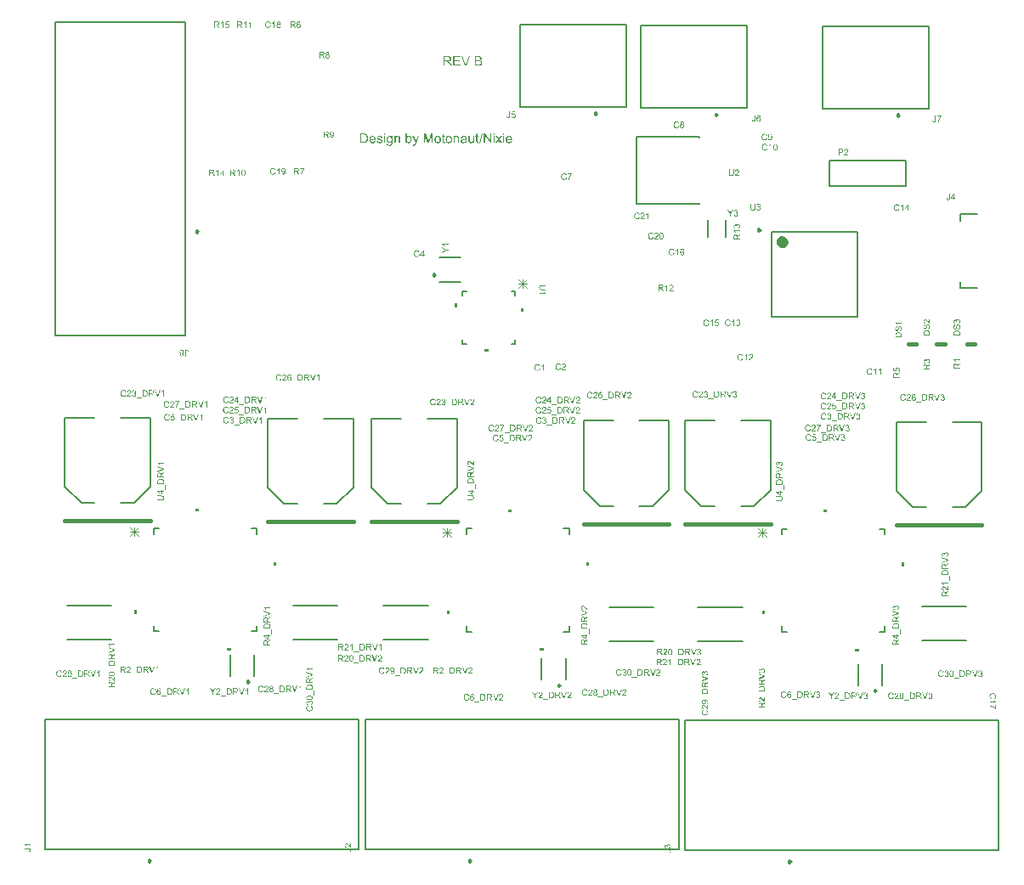
<source format=gto>
G04*
G04 #@! TF.GenerationSoftware,Altium Limited,Altium Designer,21.8.1 (53)*
G04*
G04 Layer_Color=65535*
%FSLAX25Y25*%
%MOIN*%
G70*
G04*
G04 #@! TF.SameCoordinates,57A0437E-557E-4490-84B7-93440E4047FD*
G04*
G04*
G04 #@! TF.FilePolarity,Positive*
G04*
G01*
G75*
%ADD10C,0.02362*%
%ADD11C,0.00984*%
%ADD12C,0.00787*%
%ADD13C,0.00600*%
%ADD14C,0.01575*%
%ADD15C,0.00300*%
G36*
X120335Y89358D02*
X118835D01*
Y88358D01*
X120335D01*
Y89358D01*
D02*
G37*
G36*
X83336Y104310D02*
X82336D01*
Y102810D01*
X83336D01*
Y104310D01*
D02*
G37*
G36*
X107736Y142958D02*
X106236D01*
Y143958D01*
X107736D01*
Y142958D01*
D02*
G37*
G36*
X136936Y123207D02*
X137936D01*
Y121707D01*
X136936D01*
Y123207D01*
D02*
G37*
G36*
X205947Y104227D02*
X204947D01*
Y102726D01*
X205947D01*
Y104227D01*
D02*
G37*
G36*
X221248Y206609D02*
Y205609D01*
X219748D01*
Y206609D01*
X221248D01*
D02*
G37*
G36*
X209058Y223205D02*
Y224705D01*
X208058D01*
Y223205D01*
X209058D01*
D02*
G37*
G36*
X242946Y89275D02*
X241446D01*
Y88275D01*
X242946D01*
Y89275D01*
D02*
G37*
G36*
X259547Y123124D02*
X260547D01*
Y121624D01*
X259547D01*
Y123124D01*
D02*
G37*
G36*
X230348Y142875D02*
X228848D01*
Y143875D01*
X230348D01*
Y142875D01*
D02*
G37*
G36*
X233907Y221236D02*
Y222736D01*
X234907D01*
Y221236D01*
X233907D01*
D02*
G37*
G36*
X329657Y104166D02*
X328657D01*
Y102666D01*
X329657D01*
Y104166D01*
D02*
G37*
G36*
X354057Y142814D02*
X352557D01*
Y143814D01*
X354057D01*
Y142814D01*
D02*
G37*
G36*
X366655Y89214D02*
X365156D01*
Y88214D01*
X366655D01*
Y89214D01*
D02*
G37*
G36*
X383257Y123064D02*
X384257D01*
Y121564D01*
X383257D01*
Y123064D01*
D02*
G37*
G36*
X327237Y263661D02*
X327256Y263658D01*
X327308Y263653D01*
X327365Y263642D01*
X327431Y263626D01*
X327496Y263604D01*
X327562Y263574D01*
X327565D01*
X327570Y263571D01*
X327578Y263565D01*
X327592Y263557D01*
X327622Y263538D01*
X327660Y263511D01*
X327704Y263475D01*
X327747Y263435D01*
X327791Y263388D01*
X327829Y263334D01*
Y263331D01*
X327832Y263328D01*
X327837Y263317D01*
X327843Y263306D01*
X327851Y263293D01*
X327859Y263276D01*
X327876Y263235D01*
X327892Y263186D01*
X327908Y263131D01*
X327919Y263071D01*
X327922Y263009D01*
Y263006D01*
Y263000D01*
Y262992D01*
Y262981D01*
X327917Y262948D01*
X327911Y262910D01*
X327900Y262864D01*
X327884Y262815D01*
X327862Y262763D01*
X327832Y262711D01*
Y262708D01*
X327829Y262706D01*
X327816Y262689D01*
X327797Y262665D01*
X327766Y262635D01*
X327731Y262599D01*
X327685Y262564D01*
X327633Y262531D01*
X327573Y262498D01*
X327575D01*
X327584Y262495D01*
X327594Y262493D01*
X327611Y262487D01*
X327627Y262482D01*
X327649Y262474D01*
X327701Y262452D01*
X327756Y262422D01*
X327813Y262386D01*
X327870Y262340D01*
X327919Y262282D01*
X327922Y262280D01*
X327925Y262274D01*
X327930Y262266D01*
X327939Y262252D01*
X327949Y262239D01*
X327960Y262220D01*
X327971Y262198D01*
X327982Y262171D01*
X327993Y262143D01*
X328004Y262113D01*
X328026Y262045D01*
X328040Y261966D01*
X328045Y261922D01*
Y261878D01*
Y261876D01*
Y261865D01*
X328042Y261846D01*
Y261824D01*
X328037Y261794D01*
X328031Y261761D01*
X328026Y261725D01*
X328015Y261684D01*
X328001Y261641D01*
X327985Y261597D01*
X327966Y261551D01*
X327941Y261504D01*
X327914Y261455D01*
X327881Y261409D01*
X327846Y261362D01*
X327802Y261319D01*
X327799Y261316D01*
X327791Y261308D01*
X327778Y261297D01*
X327758Y261283D01*
X327736Y261267D01*
X327707Y261248D01*
X327674Y261226D01*
X327636Y261207D01*
X327594Y261185D01*
X327548Y261163D01*
X327499Y261144D01*
X327444Y261128D01*
X327387Y261114D01*
X327327Y261103D01*
X327264Y261095D01*
X327196Y261092D01*
X327182D01*
X327163Y261095D01*
X327141D01*
X327111Y261098D01*
X327079Y261103D01*
X327043Y261108D01*
X327002Y261117D01*
X326958Y261128D01*
X326915Y261141D01*
X326868Y261155D01*
X326822Y261174D01*
X326776Y261199D01*
X326732Y261223D01*
X326686Y261253D01*
X326644Y261289D01*
X326642Y261291D01*
X326636Y261297D01*
X326625Y261308D01*
X326609Y261324D01*
X326593Y261343D01*
X326573Y261368D01*
X326554Y261395D01*
X326533Y261428D01*
X326511Y261461D01*
X326489Y261502D01*
X326467Y261543D01*
X326448Y261589D01*
X326432Y261638D01*
X326415Y261690D01*
X326404Y261745D01*
X326396Y261802D01*
X326705Y261843D01*
Y261840D01*
X326707Y261832D01*
X326710Y261818D01*
X326715Y261799D01*
X326721Y261777D01*
X326726Y261753D01*
X326746Y261696D01*
X326770Y261633D01*
X326800Y261570D01*
X326838Y261513D01*
X326860Y261488D01*
X326882Y261463D01*
X326885D01*
X326887Y261458D01*
X326896Y261453D01*
X326904Y261444D01*
X326931Y261428D01*
X326969Y261406D01*
X327016Y261384D01*
X327068Y261368D01*
X327131Y261354D01*
X327196Y261349D01*
X327218D01*
X327234Y261351D01*
X327251Y261354D01*
X327275Y261357D01*
X327324Y261368D01*
X327384Y261384D01*
X327447Y261411D01*
X327477Y261431D01*
X327507Y261450D01*
X327537Y261472D01*
X327567Y261499D01*
X327570Y261502D01*
X327573Y261507D01*
X327581Y261515D01*
X327592Y261526D01*
X327603Y261540D01*
X327614Y261559D01*
X327627Y261578D01*
X327644Y261603D01*
X327671Y261657D01*
X327693Y261720D01*
X327712Y261794D01*
X327715Y261832D01*
X327717Y261873D01*
Y261876D01*
Y261881D01*
Y261895D01*
X327715Y261908D01*
X327712Y261928D01*
X327709Y261947D01*
X327701Y261996D01*
X327682Y262053D01*
X327657Y262110D01*
X327641Y262140D01*
X327622Y262168D01*
X327600Y262195D01*
X327575Y262222D01*
X327573Y262225D01*
X327570Y262228D01*
X327562Y262236D01*
X327551Y262244D01*
X327537Y262255D01*
X327521Y262266D01*
X327480Y262293D01*
X327428Y262318D01*
X327368Y262340D01*
X327300Y262356D01*
X327261Y262359D01*
X327223Y262362D01*
X327207D01*
X327188Y262359D01*
X327163D01*
X327131Y262353D01*
X327095Y262348D01*
X327051Y262340D01*
X327005Y262329D01*
X327038Y262599D01*
X327043D01*
X327057Y262596D01*
X327073Y262594D01*
X327109D01*
X327122Y262596D01*
X327141D01*
X327161Y262599D01*
X327207Y262607D01*
X327261Y262618D01*
X327322Y262637D01*
X327384Y262662D01*
X327444Y262697D01*
X327447D01*
X327453Y262703D01*
X327458Y262708D01*
X327469Y262717D01*
X327496Y262741D01*
X327526Y262776D01*
X327554Y262820D01*
X327581Y262875D01*
X327592Y262905D01*
X327597Y262940D01*
X327603Y262976D01*
X327606Y263014D01*
Y263017D01*
Y263022D01*
Y263030D01*
X327603Y263044D01*
X327600Y263074D01*
X327592Y263115D01*
X327578Y263159D01*
X327556Y263205D01*
X327526Y263254D01*
X327510Y263276D01*
X327488Y263298D01*
X327483Y263303D01*
X327466Y263314D01*
X327442Y263334D01*
X327409Y263355D01*
X327365Y263374D01*
X327313Y263393D01*
X327256Y263404D01*
X327190Y263410D01*
X327174D01*
X327161Y263407D01*
X327144D01*
X327128Y263404D01*
X327084Y263396D01*
X327038Y263383D01*
X326986Y263361D01*
X326937Y263334D01*
X326887Y263295D01*
X326882Y263290D01*
X326868Y263273D01*
X326847Y263249D01*
X326825Y263211D01*
X326797Y263164D01*
X326773Y263104D01*
X326751Y263036D01*
X326735Y262957D01*
X326426Y263011D01*
Y263014D01*
X326429Y263025D01*
X326432Y263041D01*
X326437Y263063D01*
X326445Y263088D01*
X326453Y263118D01*
X326464Y263151D01*
X326478Y263186D01*
X326514Y263265D01*
X326533Y263303D01*
X326557Y263344D01*
X326585Y263383D01*
X326614Y263421D01*
X326647Y263459D01*
X326683Y263492D01*
X326686Y263494D01*
X326691Y263500D01*
X326705Y263508D01*
X326718Y263519D01*
X326740Y263533D01*
X326762Y263546D01*
X326789Y263563D01*
X326822Y263579D01*
X326855Y263593D01*
X326893Y263609D01*
X326934Y263623D01*
X326978Y263636D01*
X327027Y263647D01*
X327076Y263656D01*
X327128Y263661D01*
X327182Y263664D01*
X327218D01*
X327237Y263661D01*
D02*
G37*
G36*
X325965Y262200D02*
Y262195D01*
Y262184D01*
Y262165D01*
Y262138D01*
X325962Y262105D01*
X325959Y262070D01*
X325957Y262029D01*
X325954Y261982D01*
X325943Y261887D01*
X325929Y261786D01*
X325907Y261687D01*
X325894Y261641D01*
X325877Y261597D01*
Y261595D01*
X325875Y261586D01*
X325869Y261575D01*
X325861Y261559D01*
X325850Y261540D01*
X325839Y261518D01*
X325806Y261469D01*
X325787Y261439D01*
X325765Y261411D01*
X325738Y261379D01*
X325711Y261349D01*
X325678Y261319D01*
X325645Y261289D01*
X325607Y261261D01*
X325566Y261234D01*
X325563Y261231D01*
X325555Y261229D01*
X325544Y261220D01*
X325525Y261212D01*
X325503Y261201D01*
X325476Y261190D01*
X325446Y261177D01*
X325408Y261166D01*
X325370Y261152D01*
X325326Y261139D01*
X325277Y261128D01*
X325225Y261117D01*
X325168Y261108D01*
X325108Y261100D01*
X325045Y261098D01*
X324979Y261095D01*
X324944D01*
X324919Y261098D01*
X324889D01*
X324856Y261100D01*
X324815Y261106D01*
X324775Y261111D01*
X324682Y261125D01*
X324583Y261147D01*
X324488Y261177D01*
X324441Y261193D01*
X324398Y261215D01*
X324395Y261218D01*
X324387Y261220D01*
X324376Y261229D01*
X324362Y261237D01*
X324343Y261250D01*
X324321Y261267D01*
X324299Y261283D01*
X324275Y261305D01*
X324220Y261354D01*
X324168Y261414D01*
X324119Y261485D01*
X324097Y261526D01*
X324078Y261567D01*
Y261570D01*
X324076Y261578D01*
X324070Y261592D01*
X324065Y261611D01*
X324057Y261633D01*
X324048Y261663D01*
X324040Y261696D01*
X324032Y261734D01*
X324021Y261777D01*
X324013Y261824D01*
X324005Y261876D01*
X323999Y261933D01*
X323991Y261993D01*
X323988Y262059D01*
X323983Y262127D01*
Y262200D01*
Y263656D01*
X324316D01*
Y262200D01*
Y262198D01*
Y262187D01*
Y262171D01*
Y262146D01*
X324319Y262119D01*
Y262089D01*
X324321Y262053D01*
X324324Y262018D01*
X324329Y261938D01*
X324340Y261859D01*
X324357Y261783D01*
X324365Y261747D01*
X324376Y261717D01*
Y261715D01*
X324379Y261712D01*
X324381Y261704D01*
X324387Y261693D01*
X324403Y261663D01*
X324425Y261630D01*
X324452Y261589D01*
X324488Y261551D01*
X324532Y261513D01*
X324583Y261477D01*
X324586D01*
X324592Y261474D01*
X324600Y261469D01*
X324611Y261463D01*
X324624Y261458D01*
X324643Y261453D01*
X324662Y261444D01*
X324684Y261436D01*
X324739Y261422D01*
X324802Y261409D01*
X324873Y261398D01*
X324949Y261395D01*
X324985D01*
X325009Y261398D01*
X325039Y261401D01*
X325075Y261403D01*
X325113Y261409D01*
X325154Y261417D01*
X325239Y261436D01*
X325282Y261450D01*
X325326Y261466D01*
X325367Y261485D01*
X325405Y261507D01*
X325441Y261532D01*
X325473Y261562D01*
X325476Y261564D01*
X325482Y261570D01*
X325487Y261581D01*
X325498Y261595D01*
X325509Y261614D01*
X325522Y261638D01*
X325539Y261668D01*
X325553Y261704D01*
X325566Y261745D01*
X325583Y261791D01*
X325596Y261843D01*
X325607Y261900D01*
X325618Y261966D01*
X325626Y262037D01*
X325629Y262116D01*
X325632Y262200D01*
Y263656D01*
X325965D01*
Y262200D01*
D02*
G37*
G36*
X227451Y290846D02*
X226987D01*
Y291375D01*
X227451D01*
Y290846D01*
D02*
G37*
G36*
X223634D02*
X223170D01*
Y291375D01*
X223634D01*
Y290846D01*
D02*
G37*
G36*
X180739D02*
X180276D01*
Y291375D01*
X180739D01*
Y290846D01*
D02*
G37*
G36*
X208947Y290391D02*
X208972D01*
X209034Y290383D01*
X209103Y290375D01*
X209181Y290358D01*
X209259Y290334D01*
X209337Y290305D01*
X209341D01*
X209345Y290301D01*
X209370Y290289D01*
X209407Y290268D01*
X209456Y290244D01*
X209505Y290207D01*
X209558Y290170D01*
X209608Y290125D01*
X209648Y290071D01*
X209653Y290063D01*
X209665Y290047D01*
X209681Y290014D01*
X209706Y289973D01*
X209731Y289924D01*
X209751Y289866D01*
X209776Y289801D01*
X209792Y289727D01*
Y289723D01*
X209796Y289702D01*
X209800Y289669D01*
X209808Y289624D01*
X209813Y289563D01*
Y289526D01*
X209817Y289485D01*
Y289440D01*
X209821Y289387D01*
Y289333D01*
Y289276D01*
Y287591D01*
X209358D01*
Y289260D01*
Y289264D01*
Y289272D01*
Y289288D01*
Y289305D01*
Y289329D01*
X209353Y289358D01*
X209349Y289419D01*
X209345Y289489D01*
X209333Y289559D01*
X209321Y289624D01*
X209300Y289682D01*
X209296Y289690D01*
X209288Y289706D01*
X209276Y289731D01*
X209255Y289764D01*
X209230Y289801D01*
X209198Y289838D01*
X209157Y289875D01*
X209107Y289907D01*
X209103Y289911D01*
X209083Y289920D01*
X209054Y289936D01*
X209017Y289952D01*
X208968Y289965D01*
X208915Y289981D01*
X208853Y289989D01*
X208783Y289993D01*
X208755D01*
X208734Y289989D01*
X208710D01*
X208677Y289985D01*
X208607Y289969D01*
X208529Y289948D01*
X208443Y289915D01*
X208357Y289866D01*
X208312Y289838D01*
X208271Y289805D01*
X208267Y289801D01*
X208263Y289797D01*
X208250Y289784D01*
X208238Y289768D01*
X208222Y289743D01*
X208205Y289719D01*
X208185Y289686D01*
X208164Y289645D01*
X208144Y289600D01*
X208123Y289546D01*
X208107Y289489D01*
X208090Y289423D01*
X208078Y289350D01*
X208066Y289272D01*
X208062Y289182D01*
X208058Y289087D01*
Y287591D01*
X207594D01*
Y290334D01*
X208013D01*
Y289940D01*
X208017Y289944D01*
X208025Y289961D01*
X208045Y289981D01*
X208070Y290010D01*
X208099Y290047D01*
X208136Y290084D01*
X208181Y290125D01*
X208234Y290170D01*
X208291Y290211D01*
X208357Y290252D01*
X208427Y290289D01*
X208505Y290325D01*
X208591Y290354D01*
X208681Y290375D01*
X208779Y290391D01*
X208882Y290395D01*
X208923D01*
X208947Y290391D01*
D02*
G37*
G36*
X185737D02*
X185762D01*
X185824Y290383D01*
X185893Y290375D01*
X185971Y290358D01*
X186049Y290334D01*
X186127Y290305D01*
X186131D01*
X186135Y290301D01*
X186160Y290289D01*
X186197Y290268D01*
X186246Y290244D01*
X186295Y290207D01*
X186348Y290170D01*
X186398Y290125D01*
X186438Y290071D01*
X186443Y290063D01*
X186455Y290047D01*
X186471Y290014D01*
X186496Y289973D01*
X186521Y289924D01*
X186541Y289866D01*
X186566Y289801D01*
X186582Y289727D01*
Y289723D01*
X186586Y289702D01*
X186590Y289669D01*
X186598Y289624D01*
X186602Y289563D01*
Y289526D01*
X186607Y289485D01*
Y289440D01*
X186611Y289387D01*
Y289333D01*
Y289276D01*
Y287591D01*
X186147D01*
Y289260D01*
Y289264D01*
Y289272D01*
Y289288D01*
Y289305D01*
Y289329D01*
X186143Y289358D01*
X186139Y289419D01*
X186135Y289489D01*
X186123Y289559D01*
X186110Y289624D01*
X186090Y289682D01*
X186086Y289690D01*
X186078Y289706D01*
X186065Y289731D01*
X186045Y289764D01*
X186020Y289801D01*
X185987Y289838D01*
X185947Y289875D01*
X185897Y289907D01*
X185893Y289911D01*
X185873Y289920D01*
X185844Y289936D01*
X185807Y289952D01*
X185758Y289965D01*
X185705Y289981D01*
X185643Y289989D01*
X185573Y289993D01*
X185545D01*
X185524Y289989D01*
X185500D01*
X185467Y289985D01*
X185397Y289969D01*
X185319Y289948D01*
X185233Y289915D01*
X185147Y289866D01*
X185102Y289838D01*
X185061Y289805D01*
X185057Y289801D01*
X185053Y289797D01*
X185040Y289784D01*
X185028Y289768D01*
X185012Y289743D01*
X184995Y289719D01*
X184975Y289686D01*
X184954Y289645D01*
X184934Y289600D01*
X184913Y289546D01*
X184897Y289489D01*
X184880Y289423D01*
X184868Y289350D01*
X184856Y289272D01*
X184852Y289182D01*
X184848Y289087D01*
Y287591D01*
X184384D01*
Y290334D01*
X184802D01*
Y289940D01*
X184807Y289944D01*
X184815Y289961D01*
X184835Y289981D01*
X184860Y290010D01*
X184889Y290047D01*
X184925Y290084D01*
X184971Y290125D01*
X185024Y290170D01*
X185081Y290211D01*
X185147Y290252D01*
X185217Y290289D01*
X185295Y290325D01*
X185381Y290354D01*
X185471Y290375D01*
X185569Y290391D01*
X185672Y290395D01*
X185713D01*
X185737Y290391D01*
D02*
G37*
G36*
X178612D02*
X178644D01*
X178722Y290383D01*
X178808Y290371D01*
X178907Y290354D01*
X179001Y290334D01*
X179095Y290301D01*
X179100D01*
X179108Y290297D01*
X179120Y290293D01*
X179136Y290284D01*
X179177Y290264D01*
X179235Y290235D01*
X179292Y290198D01*
X179350Y290153D01*
X179407Y290104D01*
X179456Y290047D01*
X179460Y290038D01*
X179477Y290018D01*
X179497Y289981D01*
X179522Y289936D01*
X179551Y289875D01*
X179575Y289801D01*
X179600Y289719D01*
X179620Y289624D01*
X179165Y289563D01*
Y289567D01*
Y289571D01*
X179157Y289596D01*
X179149Y289637D01*
X179132Y289682D01*
X179108Y289735D01*
X179075Y289788D01*
X179034Y289842D01*
X178985Y289891D01*
X178976Y289895D01*
X178956Y289911D01*
X178923Y289932D01*
X178878Y289952D01*
X178817Y289977D01*
X178743Y289993D01*
X178661Y290010D01*
X178562Y290014D01*
X178509D01*
X178484Y290010D01*
X178456D01*
X178386Y290002D01*
X178312Y289989D01*
X178234Y289969D01*
X178165Y289944D01*
X178136Y289928D01*
X178107Y289907D01*
X178103Y289903D01*
X178087Y289887D01*
X178066Y289866D01*
X178042Y289838D01*
X178013Y289801D01*
X177992Y289756D01*
X177976Y289710D01*
X177972Y289657D01*
Y289653D01*
Y289641D01*
X177976Y289624D01*
X177980Y289604D01*
X177997Y289551D01*
X178009Y289522D01*
X178025Y289493D01*
X178029Y289489D01*
X178038Y289481D01*
X178050Y289469D01*
X178070Y289452D01*
X178095Y289432D01*
X178128Y289411D01*
X178165Y289391D01*
X178206Y289370D01*
X178210D01*
X178222Y289366D01*
X178247Y289358D01*
X178284Y289346D01*
X178308Y289337D01*
X178337Y289329D01*
X178370Y289321D01*
X178407Y289309D01*
X178452Y289296D01*
X178501Y289284D01*
X178554Y289268D01*
X178616Y289251D01*
X178620D01*
X178636Y289247D01*
X178661Y289239D01*
X178698Y289231D01*
X178735Y289218D01*
X178780Y289206D01*
X178833Y289190D01*
X178886Y289173D01*
X179001Y289141D01*
X179112Y289104D01*
X179165Y289087D01*
X179214Y289067D01*
X179259Y289050D01*
X179300Y289034D01*
X179304D01*
X179308Y289030D01*
X179333Y289018D01*
X179370Y289001D01*
X179411Y288972D01*
X179460Y288940D01*
X179514Y288899D01*
X179563Y288849D01*
X179608Y288792D01*
X179612Y288784D01*
X179624Y288763D01*
X179645Y288731D01*
X179665Y288681D01*
X179686Y288624D01*
X179706Y288558D01*
X179719Y288480D01*
X179723Y288394D01*
Y288390D01*
Y288382D01*
Y288370D01*
Y288353D01*
X179715Y288308D01*
X179706Y288251D01*
X179690Y288185D01*
X179665Y288111D01*
X179628Y288034D01*
X179583Y287956D01*
Y287952D01*
X179575Y287948D01*
X179559Y287923D01*
X179526Y287886D01*
X179485Y287841D01*
X179427Y287788D01*
X179362Y287734D01*
X179284Y287685D01*
X179194Y287640D01*
X179190D01*
X179181Y287636D01*
X179169Y287632D01*
X179149Y287624D01*
X179124Y287615D01*
X179095Y287603D01*
X179063Y287595D01*
X179026Y287587D01*
X178940Y287566D01*
X178841Y287546D01*
X178735Y287533D01*
X178616Y287529D01*
X178562D01*
X178525Y287533D01*
X178484Y287538D01*
X178431Y287542D01*
X178374Y287546D01*
X178312Y287558D01*
X178181Y287583D01*
X178042Y287619D01*
X177976Y287644D01*
X177910Y287677D01*
X177853Y287710D01*
X177796Y287747D01*
X177792Y287751D01*
X177783Y287759D01*
X177771Y287771D01*
X177751Y287788D01*
X177730Y287812D01*
X177705Y287841D01*
X177677Y287874D01*
X177648Y287911D01*
X177615Y287956D01*
X177587Y288005D01*
X177558Y288058D01*
X177529Y288120D01*
X177505Y288181D01*
X177480Y288251D01*
X177459Y288329D01*
X177443Y288407D01*
X177902Y288480D01*
Y288476D01*
X177906Y288468D01*
Y288456D01*
X177910Y288435D01*
X177915Y288411D01*
X177923Y288386D01*
X177943Y288325D01*
X177972Y288255D01*
X178009Y288181D01*
X178054Y288116D01*
X178115Y288054D01*
X178120D01*
X178124Y288050D01*
X178148Y288034D01*
X178189Y288009D01*
X178247Y287984D01*
X178316Y287956D01*
X178402Y287935D01*
X178501Y287919D01*
X178612Y287911D01*
X178644D01*
X178665Y287915D01*
X178694D01*
X178722Y287919D01*
X178792Y287927D01*
X178870Y287943D01*
X178952Y287964D01*
X179026Y287997D01*
X179091Y288038D01*
X179100Y288042D01*
X179116Y288062D01*
X179140Y288087D01*
X179169Y288124D01*
X179198Y288169D01*
X179223Y288222D01*
X179239Y288280D01*
X179247Y288345D01*
Y288353D01*
Y288370D01*
X179239Y288403D01*
X179231Y288435D01*
X179214Y288476D01*
X179190Y288517D01*
X179153Y288558D01*
X179108Y288595D01*
X179104Y288599D01*
X179087Y288608D01*
X179058Y288620D01*
X179038Y288628D01*
X179013Y288636D01*
X178981Y288649D01*
X178948Y288661D01*
X178911Y288673D01*
X178866Y288685D01*
X178817Y288702D01*
X178759Y288718D01*
X178698Y288735D01*
X178632Y288751D01*
X178628D01*
X178612Y288755D01*
X178583Y288763D01*
X178550Y288772D01*
X178509Y288784D01*
X178460Y288796D01*
X178407Y288813D01*
X178349Y288829D01*
X178234Y288866D01*
X178115Y288903D01*
X178058Y288919D01*
X178009Y288940D01*
X177960Y288960D01*
X177919Y288977D01*
X177915D01*
X177910Y288981D01*
X177886Y288993D01*
X177853Y289014D01*
X177808Y289046D01*
X177759Y289083D01*
X177709Y289124D01*
X177660Y289177D01*
X177619Y289235D01*
X177615Y289243D01*
X177603Y289264D01*
X177587Y289300D01*
X177570Y289346D01*
X177554Y289399D01*
X177537Y289460D01*
X177525Y289530D01*
X177521Y289604D01*
Y289608D01*
Y289612D01*
Y289637D01*
X177525Y289669D01*
X177533Y289715D01*
X177541Y289768D01*
X177554Y289825D01*
X177574Y289887D01*
X177603Y289944D01*
X177607Y289952D01*
X177619Y289969D01*
X177636Y289998D01*
X177664Y290034D01*
X177693Y290075D01*
X177734Y290121D01*
X177779Y290161D01*
X177832Y290202D01*
X177837Y290207D01*
X177853Y290215D01*
X177878Y290231D01*
X177910Y290248D01*
X177951Y290268D01*
X178001Y290293D01*
X178062Y290317D01*
X178128Y290338D01*
X178132D01*
X178136Y290342D01*
X178161Y290346D01*
X178198Y290354D01*
X178251Y290367D01*
X178308Y290379D01*
X178378Y290387D01*
X178452Y290391D01*
X178530Y290395D01*
X178583D01*
X178612Y290391D01*
D02*
G37*
G36*
X225589Y289009D02*
X226586Y287591D01*
X226020D01*
X225454Y288435D01*
X225319Y288645D01*
X224589Y287591D01*
X224023D01*
X225024Y289009D01*
X224097Y290334D01*
X224663D01*
X225097Y289682D01*
X225101Y289674D01*
X225118Y289653D01*
X225138Y289620D01*
X225167Y289575D01*
X225196Y289530D01*
X225229Y289481D01*
X225257Y289428D01*
X225286Y289383D01*
X225290Y289391D01*
X225306Y289411D01*
X225327Y289444D01*
X225356Y289485D01*
X225389Y289530D01*
X225425Y289583D01*
X225499Y289686D01*
X225958Y290334D01*
X226516D01*
X225589Y289009D01*
D02*
G37*
G36*
X222383Y287591D02*
X221867D01*
X219882Y290559D01*
Y287591D01*
X219402D01*
Y291375D01*
X219915D01*
X221903Y288403D01*
Y291375D01*
X222383D01*
Y287591D01*
D02*
G37*
G36*
X199501D02*
X199017D01*
Y290760D01*
X197910Y287591D01*
X197459D01*
X196369Y290813D01*
Y287591D01*
X195885D01*
Y291375D01*
X196635D01*
X197533Y288694D01*
Y288690D01*
X197537Y288677D01*
X197545Y288657D01*
X197554Y288632D01*
X197562Y288603D01*
X197574Y288567D01*
X197603Y288485D01*
X197631Y288394D01*
X197660Y288300D01*
X197689Y288214D01*
X197701Y288173D01*
X197713Y288136D01*
Y288140D01*
X197718Y288144D01*
X197722Y288157D01*
X197726Y288173D01*
X197734Y288198D01*
X197742Y288222D01*
X197750Y288255D01*
X197763Y288288D01*
X197775Y288329D01*
X197791Y288374D01*
X197808Y288423D01*
X197824Y288480D01*
X197845Y288538D01*
X197865Y288603D01*
X197890Y288669D01*
X197914Y288743D01*
X198825Y291375D01*
X199501D01*
Y287591D01*
D02*
G37*
G36*
X192937Y287546D02*
Y287542D01*
X192929Y287525D01*
X192921Y287505D01*
X192908Y287472D01*
X192896Y287435D01*
X192879Y287394D01*
X192859Y287349D01*
X192843Y287300D01*
X192798Y287197D01*
X192756Y287095D01*
X192732Y287046D01*
X192711Y287000D01*
X192695Y286959D01*
X192675Y286927D01*
Y286923D01*
X192671Y286918D01*
X192662Y286906D01*
X192654Y286890D01*
X192625Y286849D01*
X192593Y286800D01*
X192552Y286742D01*
X192502Y286689D01*
X192449Y286635D01*
X192392Y286590D01*
X192383Y286586D01*
X192363Y286574D01*
X192330Y286554D01*
X192285Y286537D01*
X192228Y286517D01*
X192162Y286496D01*
X192092Y286484D01*
X192010Y286480D01*
X191986D01*
X191957Y286484D01*
X191924Y286488D01*
X191879Y286492D01*
X191826Y286504D01*
X191773Y286517D01*
X191711Y286537D01*
X191658Y286972D01*
X191666D01*
X191682Y286964D01*
X191711Y286959D01*
X191748Y286951D01*
X191789Y286943D01*
X191834Y286935D01*
X191879Y286931D01*
X191920Y286927D01*
X191945D01*
X191973Y286931D01*
X192010Y286935D01*
X192047Y286939D01*
X192088Y286951D01*
X192129Y286964D01*
X192166Y286980D01*
X192170Y286984D01*
X192183Y286988D01*
X192199Y287000D01*
X192219Y287017D01*
X192244Y287037D01*
X192273Y287062D01*
X192322Y287123D01*
X192326Y287127D01*
X192330Y287140D01*
X192342Y287160D01*
X192355Y287193D01*
X192375Y287238D01*
X192400Y287300D01*
X192412Y287337D01*
X192429Y287378D01*
X192445Y287423D01*
X192461Y287472D01*
X192465Y287480D01*
X192474Y287501D01*
X192486Y287538D01*
X192506Y287587D01*
X191469Y290334D01*
X191961D01*
X192531Y288743D01*
Y288739D01*
X192535Y288731D01*
X192543Y288714D01*
X192552Y288690D01*
X192560Y288661D01*
X192572Y288628D01*
X192584Y288591D01*
X192601Y288550D01*
X192629Y288456D01*
X192666Y288345D01*
X192699Y288230D01*
X192732Y288107D01*
Y288111D01*
X192736Y288124D01*
X192740Y288140D01*
X192748Y288161D01*
X192752Y288189D01*
X192765Y288226D01*
X192773Y288263D01*
X192785Y288304D01*
X192814Y288399D01*
X192847Y288505D01*
X192884Y288616D01*
X192925Y288731D01*
X193515Y290334D01*
X193978D01*
X192937Y287546D01*
D02*
G37*
G36*
X215684Y287591D02*
X215270D01*
Y287993D01*
X215265Y287988D01*
X215253Y287972D01*
X215237Y287952D01*
X215212Y287919D01*
X215179Y287886D01*
X215139Y287845D01*
X215093Y287804D01*
X215040Y287763D01*
X214979Y287718D01*
X214913Y287677D01*
X214843Y287636D01*
X214765Y287603D01*
X214679Y287570D01*
X214593Y287550D01*
X214499Y287533D01*
X214396Y287529D01*
X214355D01*
X214310Y287533D01*
X214249Y287542D01*
X214179Y287550D01*
X214101Y287566D01*
X214023Y287591D01*
X213941Y287619D01*
X213937D01*
X213933Y287624D01*
X213908Y287636D01*
X213872Y287656D01*
X213822Y287685D01*
X213773Y287718D01*
X213720Y287759D01*
X213671Y287804D01*
X213630Y287853D01*
X213626Y287861D01*
X213613Y287878D01*
X213597Y287911D01*
X213576Y287952D01*
X213552Y288001D01*
X213527Y288058D01*
X213507Y288124D01*
X213486Y288198D01*
Y288206D01*
X213482Y288222D01*
X213478Y288259D01*
X213474Y288304D01*
X213470Y288366D01*
X213466Y288439D01*
X213461Y288530D01*
Y288632D01*
Y290334D01*
X213925D01*
Y288813D01*
Y288808D01*
Y288796D01*
Y288780D01*
Y288755D01*
Y288722D01*
Y288690D01*
X213929Y288616D01*
Y288534D01*
X213937Y288452D01*
X213941Y288378D01*
X213945Y288345D01*
X213949Y288321D01*
X213953Y288312D01*
X213958Y288292D01*
X213970Y288255D01*
X213990Y288214D01*
X214015Y288169D01*
X214048Y288124D01*
X214089Y288075D01*
X214138Y288034D01*
X214146Y288030D01*
X214163Y288017D01*
X214195Y288001D01*
X214236Y287984D01*
X214286Y287964D01*
X214347Y287948D01*
X214417Y287935D01*
X214491Y287931D01*
X214528D01*
X214564Y287935D01*
X214618Y287943D01*
X214679Y287956D01*
X214745Y287976D01*
X214810Y288001D01*
X214880Y288038D01*
X214884D01*
X214888Y288042D01*
X214909Y288058D01*
X214942Y288083D01*
X214983Y288116D01*
X215024Y288157D01*
X215069Y288206D01*
X215110Y288263D01*
X215142Y288329D01*
Y288333D01*
X215147Y288337D01*
X215151Y288349D01*
X215155Y288362D01*
X215159Y288382D01*
X215167Y288407D01*
X215175Y288431D01*
X215184Y288464D01*
X215196Y288542D01*
X215208Y288632D01*
X215216Y288739D01*
X215220Y288862D01*
Y290334D01*
X215684D01*
Y287591D01*
D02*
G37*
G36*
X227451D02*
X226987D01*
Y290334D01*
X227451D01*
Y287591D01*
D02*
G37*
G36*
X223634D02*
X223170D01*
Y290334D01*
X223634D01*
Y287591D01*
D02*
G37*
G36*
X211781Y290391D02*
X211818D01*
X211895Y290383D01*
X211986Y290375D01*
X212080Y290358D01*
X212174Y290338D01*
X212260Y290309D01*
X212264D01*
X212268Y290305D01*
X212281Y290301D01*
X212297Y290293D01*
X212334Y290276D01*
X212383Y290252D01*
X212437Y290223D01*
X212490Y290186D01*
X212539Y290145D01*
X212584Y290100D01*
X212588Y290096D01*
X212601Y290079D01*
X212621Y290051D01*
X212642Y290014D01*
X212666Y289969D01*
X212691Y289915D01*
X212715Y289854D01*
X212732Y289784D01*
Y289780D01*
X212736Y289760D01*
X212740Y289731D01*
X212744Y289686D01*
X212748Y289629D01*
X212752Y289555D01*
Y289510D01*
X212756Y289464D01*
Y289415D01*
Y289358D01*
Y288739D01*
Y288731D01*
Y288710D01*
Y288677D01*
Y288636D01*
Y288583D01*
Y288526D01*
X212760Y288460D01*
Y288394D01*
X212765Y288255D01*
Y288185D01*
X212769Y288120D01*
X212773Y288058D01*
X212777Y288005D01*
X212781Y287956D01*
X212785Y287919D01*
Y287911D01*
X212789Y287890D01*
X212797Y287857D01*
X212810Y287812D01*
X212826Y287763D01*
X212846Y287710D01*
X212871Y287648D01*
X212900Y287591D01*
X212416D01*
X212412Y287599D01*
X212404Y287615D01*
X212391Y287648D01*
X212379Y287689D01*
X212363Y287738D01*
X212346Y287796D01*
X212334Y287861D01*
X212326Y287935D01*
X212322Y287931D01*
X212314Y287927D01*
X212301Y287915D01*
X212281Y287898D01*
X212256Y287882D01*
X212232Y287857D01*
X212166Y287812D01*
X212088Y287759D01*
X212006Y287706D01*
X211916Y287661D01*
X211826Y287619D01*
X211822D01*
X211813Y287615D01*
X211801Y287611D01*
X211785Y287607D01*
X211764Y287599D01*
X211735Y287591D01*
X211674Y287574D01*
X211596Y287558D01*
X211510Y287542D01*
X211416Y287533D01*
X211313Y287529D01*
X211268D01*
X211239Y287533D01*
X211202Y287538D01*
X211157Y287542D01*
X211108Y287546D01*
X211059Y287558D01*
X210944Y287583D01*
X210829Y287619D01*
X210776Y287644D01*
X210719Y287677D01*
X210669Y287710D01*
X210620Y287747D01*
X210616Y287751D01*
X210608Y287759D01*
X210600Y287771D01*
X210583Y287788D01*
X210563Y287808D01*
X210542Y287837D01*
X210522Y287865D01*
X210501Y287902D01*
X210456Y287980D01*
X210415Y288079D01*
X210399Y288132D01*
X210391Y288189D01*
X210383Y288251D01*
X210378Y288312D01*
Y288316D01*
Y288321D01*
Y288345D01*
X210383Y288386D01*
X210391Y288435D01*
X210399Y288493D01*
X210415Y288554D01*
X210440Y288616D01*
X210469Y288681D01*
X210473Y288690D01*
X210485Y288710D01*
X210506Y288739D01*
X210534Y288780D01*
X210567Y288821D01*
X210608Y288866D01*
X210653Y288907D01*
X210706Y288948D01*
X210715Y288952D01*
X210735Y288964D01*
X210764Y288985D01*
X210805Y289005D01*
X210854Y289030D01*
X210911Y289054D01*
X210977Y289079D01*
X211042Y289100D01*
X211051D01*
X211067Y289108D01*
X211100Y289112D01*
X211145Y289124D01*
X211202Y289132D01*
X211276Y289145D01*
X211358Y289157D01*
X211457Y289169D01*
X211465D01*
X211481Y289173D01*
X211510Y289177D01*
X211547Y289182D01*
X211596Y289190D01*
X211649Y289198D01*
X211707Y289206D01*
X211772Y289214D01*
X211908Y289239D01*
X212043Y289268D01*
X212109Y289284D01*
X212174Y289300D01*
X212232Y289317D01*
X212285Y289333D01*
Y289337D01*
Y289350D01*
Y289366D01*
X212289Y289383D01*
Y289423D01*
Y289440D01*
Y289452D01*
Y289456D01*
Y289464D01*
Y289481D01*
Y289497D01*
X212281Y289546D01*
X212273Y289608D01*
X212256Y289674D01*
X212232Y289739D01*
X212199Y289801D01*
X212154Y289850D01*
X212145Y289858D01*
X212137Y289866D01*
X212121Y289875D01*
X212100Y289887D01*
X212080Y289899D01*
X212022Y289932D01*
X211949Y289961D01*
X211858Y289985D01*
X211752Y290002D01*
X211629Y290010D01*
X211576D01*
X211547Y290006D01*
X211518D01*
X211444Y289998D01*
X211366Y289981D01*
X211288Y289961D01*
X211211Y289932D01*
X211145Y289895D01*
X211137Y289891D01*
X211120Y289875D01*
X211092Y289842D01*
X211059Y289801D01*
X211022Y289747D01*
X210981Y289674D01*
X210948Y289592D01*
X210932Y289542D01*
X210915Y289489D01*
X210460Y289551D01*
Y289555D01*
X210464Y289563D01*
X210469Y289579D01*
X210473Y289600D01*
X210481Y289624D01*
X210489Y289653D01*
X210509Y289719D01*
X210538Y289792D01*
X210571Y289870D01*
X210612Y289948D01*
X210661Y290018D01*
Y290022D01*
X210669Y290026D01*
X210690Y290047D01*
X210723Y290079D01*
X210768Y290121D01*
X210825Y290166D01*
X210895Y290211D01*
X210977Y290256D01*
X211071Y290297D01*
X211075D01*
X211084Y290301D01*
X211100Y290305D01*
X211120Y290313D01*
X211145Y290321D01*
X211174Y290330D01*
X211211Y290338D01*
X211252Y290346D01*
X211293Y290354D01*
X211342Y290362D01*
X211449Y290379D01*
X211567Y290391D01*
X211695Y290395D01*
X211752D01*
X211781Y290391D01*
D02*
G37*
G36*
X180739Y287591D02*
X180276D01*
Y290334D01*
X180739D01*
Y287591D01*
D02*
G37*
G36*
X172380Y291371D02*
X172429D01*
X172478Y291367D01*
X172589Y291363D01*
X172699Y291351D01*
X172810Y291338D01*
X172859Y291326D01*
X172904Y291318D01*
X172908D01*
X172921Y291314D01*
X172937Y291309D01*
X172958Y291301D01*
X172986Y291293D01*
X173019Y291285D01*
X173097Y291256D01*
X173183Y291219D01*
X173273Y291174D01*
X173368Y291117D01*
X173458Y291047D01*
X173462Y291043D01*
X173470Y291035D01*
X173487Y291022D01*
X173507Y291002D01*
X173532Y290977D01*
X173560Y290945D01*
X173593Y290912D01*
X173626Y290871D01*
X173663Y290826D01*
X173700Y290776D01*
X173737Y290723D01*
X173774Y290666D01*
X173843Y290539D01*
X173905Y290399D01*
Y290395D01*
X173913Y290383D01*
X173917Y290358D01*
X173929Y290330D01*
X173942Y290293D01*
X173954Y290248D01*
X173966Y290198D01*
X173983Y290141D01*
X173995Y290075D01*
X174007Y290006D01*
X174020Y289932D01*
X174032Y289854D01*
X174044Y289772D01*
X174048Y289686D01*
X174056Y289501D01*
Y289497D01*
Y289481D01*
Y289460D01*
Y289428D01*
X174052Y289391D01*
Y289346D01*
X174048Y289296D01*
X174044Y289243D01*
X174032Y289124D01*
X174011Y288997D01*
X173987Y288866D01*
X173954Y288735D01*
Y288731D01*
X173950Y288718D01*
X173942Y288702D01*
X173938Y288681D01*
X173925Y288653D01*
X173913Y288620D01*
X173884Y288542D01*
X173847Y288456D01*
X173802Y288362D01*
X173753Y288271D01*
X173696Y288185D01*
Y288181D01*
X173687Y288177D01*
X173679Y288165D01*
X173667Y288148D01*
X173638Y288111D01*
X173593Y288062D01*
X173544Y288005D01*
X173487Y287948D01*
X173421Y287894D01*
X173351Y287841D01*
X173347D01*
X173343Y287837D01*
X173319Y287820D01*
X173277Y287800D01*
X173224Y287771D01*
X173159Y287742D01*
X173081Y287710D01*
X172991Y287681D01*
X172896Y287652D01*
X172892D01*
X172884Y287648D01*
X172872D01*
X172851Y287644D01*
X172826Y287640D01*
X172794Y287632D01*
X172761Y287628D01*
X172724Y287624D01*
X172634Y287611D01*
X172531Y287599D01*
X172416Y287595D01*
X172293Y287591D01*
X170928D01*
Y291375D01*
X172339D01*
X172380Y291371D01*
D02*
G37*
G36*
X216955Y290334D02*
X217426D01*
Y289973D01*
X216955D01*
Y288366D01*
Y288362D01*
Y288357D01*
Y288333D01*
Y288300D01*
X216959Y288259D01*
Y288218D01*
X216967Y288177D01*
X216971Y288140D01*
X216979Y288111D01*
Y288107D01*
X216983Y288103D01*
X217000Y288079D01*
X217024Y288050D01*
X217057Y288021D01*
X217061D01*
X217070Y288017D01*
X217082Y288013D01*
X217098Y288005D01*
X217123Y288001D01*
X217147Y287993D01*
X217180Y287988D01*
X217250D01*
X217274Y287993D01*
X217303D01*
X217340Y287997D01*
X217381Y288001D01*
X217426Y288005D01*
X217488Y287595D01*
X217480D01*
X217455Y287587D01*
X217418Y287583D01*
X217369Y287574D01*
X217316Y287566D01*
X217258Y287562D01*
X217135Y287554D01*
X217094D01*
X217049Y287558D01*
X216992Y287562D01*
X216926Y287574D01*
X216860Y287587D01*
X216799Y287607D01*
X216742Y287632D01*
X216737Y287636D01*
X216721Y287648D01*
X216697Y287665D01*
X216664Y287689D01*
X216631Y287718D01*
X216598Y287755D01*
X216569Y287796D01*
X216545Y287841D01*
X216541Y287849D01*
X216536Y287870D01*
X216532Y287886D01*
X216528Y287907D01*
X216524Y287931D01*
X216520Y287960D01*
X216512Y287993D01*
X216508Y288034D01*
X216504Y288079D01*
X216500Y288128D01*
X216496Y288185D01*
Y288247D01*
X216491Y288316D01*
Y288390D01*
Y289973D01*
X216147D01*
Y290334D01*
X216491D01*
Y291010D01*
X216955Y291289D01*
Y290334D01*
D02*
G37*
G36*
X203728D02*
X204200D01*
Y289973D01*
X203728D01*
Y288366D01*
Y288362D01*
Y288357D01*
Y288333D01*
Y288300D01*
X203732Y288259D01*
Y288218D01*
X203741Y288177D01*
X203745Y288140D01*
X203753Y288111D01*
Y288107D01*
X203757Y288103D01*
X203773Y288079D01*
X203798Y288050D01*
X203831Y288021D01*
X203835D01*
X203843Y288017D01*
X203855Y288013D01*
X203872Y288005D01*
X203896Y288001D01*
X203921Y287993D01*
X203954Y287988D01*
X204023D01*
X204048Y287993D01*
X204077D01*
X204114Y287997D01*
X204154Y288001D01*
X204200Y288005D01*
X204261Y287595D01*
X204253D01*
X204228Y287587D01*
X204191Y287583D01*
X204142Y287574D01*
X204089Y287566D01*
X204031Y287562D01*
X203908Y287554D01*
X203868D01*
X203822Y287558D01*
X203765Y287562D01*
X203699Y287574D01*
X203634Y287587D01*
X203572Y287607D01*
X203515Y287632D01*
X203511Y287636D01*
X203495Y287648D01*
X203470Y287665D01*
X203437Y287689D01*
X203404Y287718D01*
X203372Y287755D01*
X203343Y287796D01*
X203318Y287841D01*
X203314Y287849D01*
X203310Y287870D01*
X203306Y287886D01*
X203302Y287907D01*
X203298Y287931D01*
X203294Y287960D01*
X203285Y287993D01*
X203281Y288034D01*
X203277Y288079D01*
X203273Y288128D01*
X203269Y288185D01*
Y288247D01*
X203265Y288316D01*
Y288390D01*
Y289973D01*
X202921D01*
Y290334D01*
X203265D01*
Y291010D01*
X203728Y291289D01*
Y290334D01*
D02*
G37*
G36*
X229333Y290391D02*
X229369D01*
X229419Y290383D01*
X229472Y290375D01*
X229534Y290362D01*
X229599Y290350D01*
X229669Y290330D01*
X229738Y290305D01*
X229816Y290272D01*
X229890Y290235D01*
X229964Y290194D01*
X230038Y290141D01*
X230112Y290084D01*
X230177Y290018D01*
X230181Y290014D01*
X230194Y290002D01*
X230210Y289981D01*
X230230Y289948D01*
X230259Y289911D01*
X230288Y289866D01*
X230321Y289809D01*
X230353Y289747D01*
X230382Y289678D01*
X230415Y289600D01*
X230444Y289514D01*
X230472Y289419D01*
X230493Y289317D01*
X230509Y289206D01*
X230522Y289091D01*
X230526Y288968D01*
Y288960D01*
Y288940D01*
Y288899D01*
X230522Y288845D01*
X228476D01*
Y288841D01*
Y288825D01*
X228480Y288800D01*
X228484Y288772D01*
X228488Y288731D01*
X228496Y288690D01*
X228504Y288640D01*
X228517Y288587D01*
X228550Y288476D01*
X228595Y288357D01*
X228623Y288304D01*
X228652Y288247D01*
X228689Y288198D01*
X228730Y288148D01*
X228734Y288144D01*
X228742Y288140D01*
X228755Y288128D01*
X228771Y288111D01*
X228796Y288095D01*
X228820Y288075D01*
X228853Y288050D01*
X228890Y288030D01*
X228972Y287984D01*
X229070Y287948D01*
X229123Y287931D01*
X229181Y287923D01*
X229242Y287915D01*
X229304Y287911D01*
X229328D01*
X229345Y287915D01*
X229394Y287919D01*
X229456Y287927D01*
X229521Y287943D01*
X229595Y287968D01*
X229669Y287997D01*
X229738Y288042D01*
X229743D01*
X229747Y288050D01*
X229767Y288066D01*
X229800Y288099D01*
X229841Y288148D01*
X229886Y288206D01*
X229935Y288284D01*
X229984Y288374D01*
X230026Y288476D01*
X230509Y288415D01*
Y288411D01*
X230505Y288394D01*
X230497Y288374D01*
X230485Y288345D01*
X230472Y288308D01*
X230456Y288267D01*
X230436Y288222D01*
X230415Y288173D01*
X230358Y288071D01*
X230284Y287960D01*
X230239Y287907D01*
X230194Y287853D01*
X230145Y287804D01*
X230087Y287759D01*
X230083Y287755D01*
X230075Y287751D01*
X230054Y287738D01*
X230034Y287722D01*
X230001Y287706D01*
X229964Y287685D01*
X229923Y287665D01*
X229874Y287644D01*
X229821Y287624D01*
X229759Y287603D01*
X229698Y287583D01*
X229628Y287566D01*
X229554Y287550D01*
X229476Y287538D01*
X229390Y287533D01*
X229304Y287529D01*
X229279D01*
X229246Y287533D01*
X229205D01*
X229152Y287542D01*
X229095Y287550D01*
X229029Y287562D01*
X228959Y287574D01*
X228886Y287595D01*
X228808Y287619D01*
X228726Y287648D01*
X228648Y287685D01*
X228566Y287726D01*
X228492Y287775D01*
X228418Y287833D01*
X228349Y287898D01*
X228344Y287902D01*
X228332Y287915D01*
X228316Y287935D01*
X228295Y287968D01*
X228267Y288005D01*
X228238Y288050D01*
X228205Y288103D01*
X228176Y288165D01*
X228144Y288234D01*
X228111Y288312D01*
X228082Y288399D01*
X228053Y288493D01*
X228033Y288591D01*
X228017Y288698D01*
X228004Y288813D01*
X228000Y288936D01*
Y288944D01*
Y288964D01*
X228004Y289001D01*
Y289050D01*
X228012Y289108D01*
X228021Y289173D01*
X228029Y289251D01*
X228045Y289329D01*
X228062Y289415D01*
X228086Y289501D01*
X228115Y289592D01*
X228148Y289682D01*
X228189Y289768D01*
X228238Y289854D01*
X228291Y289936D01*
X228353Y290010D01*
X228357Y290014D01*
X228369Y290026D01*
X228390Y290047D01*
X228418Y290071D01*
X228451Y290100D01*
X228496Y290133D01*
X228545Y290166D01*
X228603Y290202D01*
X228664Y290239D01*
X228734Y290272D01*
X228812Y290305D01*
X228894Y290334D01*
X228984Y290358D01*
X229074Y290379D01*
X229177Y290391D01*
X229279Y290395D01*
X229304D01*
X229333Y290391D01*
D02*
G37*
G36*
X205819D02*
X205860D01*
X205909Y290383D01*
X205963Y290375D01*
X206024Y290362D01*
X206094Y290350D01*
X206164Y290330D01*
X206241Y290305D01*
X206315Y290272D01*
X206393Y290239D01*
X206471Y290194D01*
X206545Y290145D01*
X206619Y290088D01*
X206688Y290022D01*
X206693Y290018D01*
X206705Y290006D01*
X206721Y289985D01*
X206746Y289952D01*
X206770Y289915D01*
X206803Y289870D01*
X206836Y289817D01*
X206869Y289756D01*
X206902Y289686D01*
X206934Y289608D01*
X206967Y289526D01*
X206992Y289436D01*
X207016Y289337D01*
X207033Y289231D01*
X207045Y289116D01*
X207049Y288997D01*
Y288993D01*
Y288972D01*
Y288948D01*
X207045Y288911D01*
Y288866D01*
X207041Y288813D01*
X207037Y288755D01*
X207029Y288694D01*
X207012Y288562D01*
X206984Y288423D01*
X206943Y288288D01*
X206918Y288226D01*
X206889Y288165D01*
Y288161D01*
X206881Y288153D01*
X206873Y288136D01*
X206861Y288116D01*
X206844Y288091D01*
X206824Y288058D01*
X206770Y287993D01*
X206705Y287915D01*
X206627Y287837D01*
X206533Y287763D01*
X206426Y287693D01*
X206422D01*
X206414Y287685D01*
X206397Y287677D01*
X206373Y287669D01*
X206344Y287656D01*
X206311Y287640D01*
X206274Y287628D01*
X206229Y287611D01*
X206184Y287595D01*
X206131Y287583D01*
X206020Y287554D01*
X205897Y287538D01*
X205766Y287529D01*
X205741D01*
X205713Y287533D01*
X205672D01*
X205622Y287542D01*
X205565Y287550D01*
X205504Y287562D01*
X205434Y287574D01*
X205360Y287595D01*
X205286Y287619D01*
X205208Y287648D01*
X205130Y287685D01*
X205052Y287726D01*
X204979Y287775D01*
X204905Y287833D01*
X204835Y287898D01*
X204831Y287902D01*
X204819Y287915D01*
X204802Y287935D01*
X204782Y287968D01*
X204753Y288005D01*
X204725Y288050D01*
X204692Y288107D01*
X204659Y288169D01*
X204626Y288243D01*
X204593Y288321D01*
X204565Y288407D01*
X204536Y288501D01*
X204515Y288603D01*
X204499Y288714D01*
X204487Y288833D01*
X204483Y288960D01*
Y288964D01*
Y288968D01*
Y288993D01*
X204487Y289034D01*
X204491Y289083D01*
X204495Y289149D01*
X204503Y289223D01*
X204520Y289300D01*
X204536Y289387D01*
X204556Y289477D01*
X204585Y289571D01*
X204622Y289665D01*
X204659Y289760D01*
X204708Y289850D01*
X204766Y289936D01*
X204831Y290014D01*
X204905Y290088D01*
X204909Y290092D01*
X204921Y290100D01*
X204942Y290116D01*
X204966Y290137D01*
X205003Y290157D01*
X205044Y290186D01*
X205089Y290215D01*
X205147Y290244D01*
X205204Y290272D01*
X205270Y290297D01*
X205339Y290325D01*
X205417Y290346D01*
X205499Y290367D01*
X205581Y290383D01*
X205672Y290391D01*
X205766Y290395D01*
X205790D01*
X205819Y290391D01*
D02*
G37*
G36*
X201412D02*
X201453D01*
X201502Y290383D01*
X201555Y290375D01*
X201617Y290362D01*
X201686Y290350D01*
X201756Y290330D01*
X201834Y290305D01*
X201908Y290272D01*
X201986Y290239D01*
X202064Y290194D01*
X202137Y290145D01*
X202211Y290088D01*
X202281Y290022D01*
X202285Y290018D01*
X202297Y290006D01*
X202314Y289985D01*
X202338Y289952D01*
X202363Y289915D01*
X202396Y289870D01*
X202428Y289817D01*
X202461Y289756D01*
X202494Y289686D01*
X202527Y289608D01*
X202560Y289526D01*
X202584Y289436D01*
X202609Y289337D01*
X202625Y289231D01*
X202638Y289116D01*
X202642Y288997D01*
Y288993D01*
Y288972D01*
Y288948D01*
X202638Y288911D01*
Y288866D01*
X202633Y288813D01*
X202629Y288755D01*
X202621Y288694D01*
X202605Y288562D01*
X202576Y288423D01*
X202535Y288288D01*
X202510Y288226D01*
X202482Y288165D01*
Y288161D01*
X202474Y288153D01*
X202465Y288136D01*
X202453Y288116D01*
X202437Y288091D01*
X202416Y288058D01*
X202363Y287993D01*
X202297Y287915D01*
X202219Y287837D01*
X202125Y287763D01*
X202018Y287693D01*
X202014D01*
X202006Y287685D01*
X201990Y287677D01*
X201965Y287669D01*
X201936Y287656D01*
X201904Y287640D01*
X201867Y287628D01*
X201822Y287611D01*
X201777Y287595D01*
X201723Y287583D01*
X201613Y287554D01*
X201490Y287538D01*
X201358Y287529D01*
X201334D01*
X201305Y287533D01*
X201264D01*
X201215Y287542D01*
X201157Y287550D01*
X201096Y287562D01*
X201026Y287574D01*
X200952Y287595D01*
X200879Y287619D01*
X200801Y287648D01*
X200723Y287685D01*
X200645Y287726D01*
X200571Y287775D01*
X200497Y287833D01*
X200428Y287898D01*
X200424Y287902D01*
X200411Y287915D01*
X200395Y287935D01*
X200374Y287968D01*
X200346Y288005D01*
X200317Y288050D01*
X200284Y288107D01*
X200251Y288169D01*
X200219Y288243D01*
X200186Y288321D01*
X200157Y288407D01*
X200128Y288501D01*
X200108Y288603D01*
X200092Y288714D01*
X200079Y288833D01*
X200075Y288960D01*
Y288964D01*
Y288968D01*
Y288993D01*
X200079Y289034D01*
X200083Y289083D01*
X200087Y289149D01*
X200096Y289223D01*
X200112Y289300D01*
X200128Y289387D01*
X200149Y289477D01*
X200178Y289571D01*
X200215Y289665D01*
X200251Y289760D01*
X200301Y289850D01*
X200358Y289936D01*
X200424Y290014D01*
X200497Y290088D01*
X200501Y290092D01*
X200514Y290100D01*
X200534Y290116D01*
X200559Y290137D01*
X200596Y290157D01*
X200637Y290186D01*
X200682Y290215D01*
X200739Y290244D01*
X200797Y290272D01*
X200862Y290297D01*
X200932Y290325D01*
X201010Y290346D01*
X201092Y290367D01*
X201174Y290383D01*
X201264Y290391D01*
X201358Y290395D01*
X201383D01*
X201412Y290391D01*
D02*
G37*
G36*
X189251Y290026D02*
X189255Y290030D01*
X189263Y290043D01*
X189280Y290059D01*
X189304Y290084D01*
X189333Y290112D01*
X189366Y290145D01*
X189407Y290178D01*
X189456Y290211D01*
X189505Y290244D01*
X189563Y290280D01*
X189624Y290309D01*
X189690Y290338D01*
X189764Y290362D01*
X189837Y290379D01*
X189919Y290391D01*
X190001Y290395D01*
X190047D01*
X190067Y290391D01*
X190096D01*
X190157Y290383D01*
X190231Y290371D01*
X190313Y290350D01*
X190395Y290325D01*
X190481Y290293D01*
X190485D01*
X190489Y290289D01*
X190501Y290280D01*
X190518Y290272D01*
X190559Y290252D01*
X190612Y290219D01*
X190670Y290178D01*
X190731Y290129D01*
X190793Y290071D01*
X190850Y290006D01*
X190858Y289998D01*
X190875Y289973D01*
X190899Y289932D01*
X190936Y289883D01*
X190973Y289817D01*
X191010Y289739D01*
X191047Y289653D01*
X191080Y289559D01*
Y289555D01*
X191084Y289546D01*
X191088Y289534D01*
X191092Y289514D01*
X191100Y289489D01*
X191108Y289460D01*
X191117Y289428D01*
X191125Y289391D01*
X191137Y289309D01*
X191153Y289214D01*
X191162Y289112D01*
X191166Y289001D01*
Y288993D01*
Y288968D01*
X191162Y288936D01*
Y288886D01*
X191153Y288825D01*
X191145Y288759D01*
X191137Y288681D01*
X191121Y288599D01*
X191104Y288513D01*
X191080Y288427D01*
X191051Y288333D01*
X191018Y288243D01*
X190977Y288153D01*
X190928Y288066D01*
X190875Y287988D01*
X190813Y287911D01*
X190809Y287907D01*
X190797Y287894D01*
X190776Y287874D01*
X190752Y287853D01*
X190719Y287820D01*
X190678Y287792D01*
X190629Y287755D01*
X190579Y287722D01*
X190518Y287685D01*
X190456Y287648D01*
X190387Y287619D01*
X190313Y287591D01*
X190235Y287566D01*
X190153Y287546D01*
X190067Y287533D01*
X189977Y287529D01*
X189956D01*
X189932Y287533D01*
X189899Y287538D01*
X189858Y287542D01*
X189809Y287550D01*
X189755Y287562D01*
X189702Y287579D01*
X189641Y287599D01*
X189579Y287628D01*
X189518Y287661D01*
X189452Y287697D01*
X189391Y287747D01*
X189329Y287800D01*
X189272Y287861D01*
X189218Y287931D01*
Y287591D01*
X188788D01*
Y291375D01*
X189251D01*
Y290026D01*
D02*
G37*
G36*
X175865Y290391D02*
X175901D01*
X175951Y290383D01*
X176004Y290375D01*
X176066Y290362D01*
X176131Y290350D01*
X176201Y290330D01*
X176270Y290305D01*
X176348Y290272D01*
X176422Y290235D01*
X176496Y290194D01*
X176570Y290141D01*
X176644Y290084D01*
X176709Y290018D01*
X176713Y290014D01*
X176725Y290002D01*
X176742Y289981D01*
X176762Y289948D01*
X176791Y289911D01*
X176820Y289866D01*
X176853Y289809D01*
X176885Y289747D01*
X176914Y289678D01*
X176947Y289600D01*
X176976Y289514D01*
X177004Y289419D01*
X177025Y289317D01*
X177041Y289206D01*
X177053Y289091D01*
X177058Y288968D01*
Y288960D01*
Y288940D01*
Y288899D01*
X177053Y288845D01*
X175008D01*
Y288841D01*
Y288825D01*
X175012Y288800D01*
X175016Y288772D01*
X175020Y288731D01*
X175028Y288690D01*
X175036Y288640D01*
X175049Y288587D01*
X175081Y288476D01*
X175127Y288357D01*
X175155Y288304D01*
X175184Y288247D01*
X175221Y288198D01*
X175262Y288148D01*
X175266Y288144D01*
X175274Y288140D01*
X175286Y288128D01*
X175303Y288111D01*
X175327Y288095D01*
X175352Y288075D01*
X175385Y288050D01*
X175422Y288030D01*
X175504Y287984D01*
X175602Y287948D01*
X175655Y287931D01*
X175713Y287923D01*
X175774Y287915D01*
X175836Y287911D01*
X175860D01*
X175877Y287915D01*
X175926Y287919D01*
X175988Y287927D01*
X176053Y287943D01*
X176127Y287968D01*
X176201Y287997D01*
X176270Y288042D01*
X176275D01*
X176279Y288050D01*
X176299Y288066D01*
X176332Y288099D01*
X176373Y288148D01*
X176418Y288206D01*
X176467Y288284D01*
X176516Y288374D01*
X176557Y288476D01*
X177041Y288415D01*
Y288411D01*
X177037Y288394D01*
X177029Y288374D01*
X177017Y288345D01*
X177004Y288308D01*
X176988Y288267D01*
X176968Y288222D01*
X176947Y288173D01*
X176890Y288071D01*
X176816Y287960D01*
X176771Y287907D01*
X176725Y287853D01*
X176676Y287804D01*
X176619Y287759D01*
X176615Y287755D01*
X176607Y287751D01*
X176586Y287738D01*
X176566Y287722D01*
X176533Y287706D01*
X176496Y287685D01*
X176455Y287665D01*
X176406Y287644D01*
X176352Y287624D01*
X176291Y287603D01*
X176229Y287583D01*
X176160Y287566D01*
X176086Y287550D01*
X176008Y287538D01*
X175922Y287533D01*
X175836Y287529D01*
X175811D01*
X175778Y287533D01*
X175737D01*
X175684Y287542D01*
X175627Y287550D01*
X175561Y287562D01*
X175491Y287574D01*
X175418Y287595D01*
X175340Y287619D01*
X175258Y287648D01*
X175180Y287685D01*
X175098Y287726D01*
X175024Y287775D01*
X174950Y287833D01*
X174881Y287898D01*
X174876Y287902D01*
X174864Y287915D01*
X174848Y287935D01*
X174827Y287968D01*
X174799Y288005D01*
X174770Y288050D01*
X174737Y288103D01*
X174708Y288165D01*
X174676Y288234D01*
X174643Y288312D01*
X174614Y288399D01*
X174585Y288493D01*
X174565Y288591D01*
X174548Y288698D01*
X174536Y288813D01*
X174532Y288936D01*
Y288944D01*
Y288964D01*
X174536Y289001D01*
Y289050D01*
X174544Y289108D01*
X174553Y289173D01*
X174561Y289251D01*
X174577Y289329D01*
X174594Y289415D01*
X174618Y289501D01*
X174647Y289592D01*
X174680Y289682D01*
X174721Y289768D01*
X174770Y289854D01*
X174823Y289936D01*
X174885Y290010D01*
X174889Y290014D01*
X174901Y290026D01*
X174922Y290047D01*
X174950Y290071D01*
X174983Y290100D01*
X175028Y290133D01*
X175077Y290166D01*
X175135Y290202D01*
X175196Y290239D01*
X175266Y290272D01*
X175344Y290305D01*
X175426Y290334D01*
X175516Y290358D01*
X175606Y290379D01*
X175709Y290391D01*
X175811Y290395D01*
X175836D01*
X175865Y290391D01*
D02*
G37*
G36*
X217906Y287525D02*
X217533D01*
X218632Y291437D01*
X219005D01*
X217906Y287525D01*
D02*
G37*
G36*
X182498Y290391D02*
X182531D01*
X182572Y290383D01*
X182621Y290375D01*
X182675Y290362D01*
X182732Y290346D01*
X182794Y290325D01*
X182859Y290297D01*
X182925Y290268D01*
X182994Y290227D01*
X183060Y290182D01*
X183130Y290129D01*
X183191Y290067D01*
X183253Y289998D01*
Y290334D01*
X183679D01*
Y287964D01*
Y287956D01*
Y287935D01*
Y287902D01*
Y287861D01*
X183675Y287808D01*
X183671Y287747D01*
X183667Y287681D01*
X183663Y287611D01*
X183646Y287464D01*
X183626Y287312D01*
X183609Y287242D01*
X183593Y287173D01*
X183573Y287111D01*
X183548Y287058D01*
Y287054D01*
X183544Y287046D01*
X183536Y287033D01*
X183523Y287013D01*
X183491Y286964D01*
X183446Y286906D01*
X183388Y286836D01*
X183318Y286767D01*
X183232Y286697D01*
X183134Y286635D01*
X183130D01*
X183122Y286627D01*
X183105Y286623D01*
X183085Y286611D01*
X183056Y286599D01*
X183023Y286586D01*
X182986Y286574D01*
X182941Y286558D01*
X182892Y286541D01*
X182839Y286529D01*
X182785Y286517D01*
X182724Y286504D01*
X182589Y286488D01*
X182441Y286480D01*
X182392D01*
X182359Y286484D01*
X182318Y286488D01*
X182269Y286492D01*
X182215Y286500D01*
X182158Y286508D01*
X182031Y286533D01*
X181900Y286574D01*
X181830Y286599D01*
X181769Y286627D01*
X181703Y286664D01*
X181646Y286701D01*
X181641Y286705D01*
X181633Y286713D01*
X181617Y286726D01*
X181600Y286742D01*
X181576Y286767D01*
X181551Y286795D01*
X181527Y286828D01*
X181498Y286869D01*
X181469Y286910D01*
X181445Y286959D01*
X181420Y287017D01*
X181400Y287074D01*
X181379Y287140D01*
X181367Y287210D01*
X181359Y287283D01*
Y287365D01*
X181809Y287304D01*
Y287300D01*
Y287296D01*
X181818Y287271D01*
X181826Y287234D01*
X181838Y287189D01*
X181859Y287136D01*
X181887Y287087D01*
X181920Y287037D01*
X181965Y286996D01*
X181974Y286992D01*
X181998Y286976D01*
X182035Y286955D01*
X182088Y286931D01*
X182158Y286906D01*
X182236Y286886D01*
X182330Y286869D01*
X182437Y286865D01*
X182470D01*
X182490Y286869D01*
X182519D01*
X182548Y286873D01*
X182621Y286881D01*
X182699Y286898D01*
X182781Y286923D01*
X182863Y286951D01*
X182933Y286996D01*
X182937D01*
X182941Y287000D01*
X182962Y287021D01*
X182990Y287050D01*
X183031Y287091D01*
X183068Y287140D01*
X183109Y287201D01*
X183146Y287275D01*
X183175Y287357D01*
Y287365D01*
X183179Y287373D01*
Y287386D01*
X183183Y287402D01*
X183187Y287427D01*
Y287451D01*
X183191Y287484D01*
X183195Y287521D01*
X183200Y287562D01*
Y287611D01*
X183203Y287665D01*
Y287726D01*
X183208Y287792D01*
Y287865D01*
Y287948D01*
X183203Y287943D01*
X183195Y287931D01*
X183175Y287915D01*
X183154Y287890D01*
X183122Y287865D01*
X183089Y287837D01*
X183044Y287804D01*
X182999Y287771D01*
X182945Y287734D01*
X182888Y287706D01*
X182826Y287673D01*
X182757Y287648D01*
X182687Y287624D01*
X182613Y287607D01*
X182531Y287595D01*
X182449Y287591D01*
X182424D01*
X182396Y287595D01*
X182355Y287599D01*
X182310Y287603D01*
X182252Y287611D01*
X182195Y287624D01*
X182129Y287640D01*
X182060Y287665D01*
X181986Y287689D01*
X181912Y287722D01*
X181842Y287763D01*
X181769Y287808D01*
X181699Y287861D01*
X181633Y287927D01*
X181572Y287997D01*
X181568Y288001D01*
X181559Y288017D01*
X181543Y288038D01*
X181523Y288071D01*
X181502Y288107D01*
X181473Y288157D01*
X181449Y288210D01*
X181420Y288271D01*
X181391Y288341D01*
X181363Y288415D01*
X181334Y288497D01*
X181313Y288583D01*
X181293Y288673D01*
X181277Y288772D01*
X181268Y288870D01*
X181264Y288977D01*
Y288981D01*
Y288993D01*
Y289014D01*
X181268Y289042D01*
Y289079D01*
X181272Y289116D01*
X181277Y289161D01*
X181281Y289214D01*
X181297Y289325D01*
X181322Y289444D01*
X181359Y289571D01*
X181404Y289698D01*
Y289702D01*
X181412Y289715D01*
X181420Y289731D01*
X181432Y289752D01*
X181445Y289780D01*
X181465Y289813D01*
X181510Y289887D01*
X181568Y289969D01*
X181637Y290055D01*
X181723Y290137D01*
X181818Y290211D01*
X181822Y290215D01*
X181830Y290219D01*
X181846Y290227D01*
X181867Y290239D01*
X181892Y290252D01*
X181924Y290268D01*
X181957Y290284D01*
X181998Y290305D01*
X182043Y290321D01*
X182092Y290338D01*
X182199Y290367D01*
X182318Y290387D01*
X182384Y290395D01*
X182470D01*
X182498Y290391D01*
D02*
G37*
G36*
X212582Y317914D02*
X212065D01*
X210597Y321699D01*
X211143D01*
X212127Y318948D01*
Y318943D01*
X212131Y318931D01*
X212139Y318915D01*
X212147Y318890D01*
X212155Y318861D01*
X212168Y318829D01*
X212180Y318792D01*
X212196Y318747D01*
X212225Y318652D01*
X212258Y318550D01*
X212291Y318439D01*
X212323Y318328D01*
Y318333D01*
X212328Y318341D01*
X212332Y318361D01*
X212340Y318382D01*
X212348Y318410D01*
X212356Y318443D01*
X212368Y318480D01*
X212381Y318521D01*
X212409Y318615D01*
X212446Y318722D01*
X212487Y318833D01*
X212528Y318948D01*
X213549Y321699D01*
X214058D01*
X212582Y317914D01*
D02*
G37*
G36*
X217481Y321694D02*
X217526D01*
X217571Y321690D01*
X217625Y321682D01*
X217731Y321670D01*
X217850Y321649D01*
X217961Y321621D01*
X218068Y321580D01*
X218072D01*
X218080Y321576D01*
X218092Y321567D01*
X218113Y321559D01*
X218158Y321531D01*
X218219Y321494D01*
X218285Y321444D01*
X218350Y321383D01*
X218416Y321309D01*
X218478Y321227D01*
Y321223D01*
X218486Y321215D01*
X218490Y321202D01*
X218502Y321186D01*
X218514Y321166D01*
X218527Y321137D01*
X218555Y321075D01*
X218580Y321002D01*
X218605Y320916D01*
X218621Y320825D01*
X218629Y320727D01*
Y320723D01*
Y320715D01*
Y320702D01*
Y320686D01*
X218621Y320641D01*
X218613Y320579D01*
X218596Y320510D01*
X218572Y320432D01*
X218539Y320354D01*
X218494Y320272D01*
Y320268D01*
X218490Y320264D01*
X218482Y320251D01*
X218469Y320235D01*
X218441Y320198D01*
X218395Y320149D01*
X218342Y320095D01*
X218272Y320038D01*
X218195Y319981D01*
X218100Y319927D01*
X218104D01*
X218117Y319923D01*
X218133Y319915D01*
X218158Y319907D01*
X218186Y319895D01*
X218219Y319882D01*
X218293Y319845D01*
X218379Y319800D01*
X218465Y319739D01*
X218551Y319669D01*
X218625Y319583D01*
X218629Y319579D01*
X218633Y319571D01*
X218641Y319558D01*
X218654Y319542D01*
X218670Y319517D01*
X218687Y319489D01*
X218703Y319456D01*
X218719Y319419D01*
X218752Y319337D01*
X218785Y319239D01*
X218806Y319128D01*
X218814Y319071D01*
Y319009D01*
Y319005D01*
Y318997D01*
Y318984D01*
Y318964D01*
X218810Y318939D01*
Y318915D01*
X218801Y318849D01*
X218785Y318771D01*
X218764Y318689D01*
X218736Y318599D01*
X218699Y318513D01*
Y318509D01*
X218695Y318505D01*
X218687Y318492D01*
X218678Y318476D01*
X218654Y318435D01*
X218621Y318386D01*
X218584Y318328D01*
X218535Y318271D01*
X218482Y318214D01*
X218420Y318160D01*
X218412Y318156D01*
X218391Y318140D01*
X218355Y318119D01*
X218305Y318091D01*
X218248Y318062D01*
X218178Y318029D01*
X218096Y318000D01*
X218006Y317976D01*
X218002D01*
X217994Y317972D01*
X217981D01*
X217961Y317968D01*
X217936Y317964D01*
X217908Y317955D01*
X217875Y317951D01*
X217838Y317947D01*
X217797Y317939D01*
X217748Y317935D01*
X217645Y317922D01*
X217526Y317918D01*
X217395Y317914D01*
X215956D01*
Y321699D01*
X217444D01*
X217481Y321694D01*
D02*
G37*
G36*
X210208Y321252D02*
X207969D01*
Y320095D01*
X210064D01*
Y319649D01*
X207969D01*
Y318361D01*
X210294D01*
Y317914D01*
X207469D01*
Y321699D01*
X210208D01*
Y321252D01*
D02*
G37*
G36*
X205452Y321694D02*
X205497D01*
X205550Y321690D01*
X205612Y321686D01*
X205735Y321674D01*
X205862Y321654D01*
X205985Y321629D01*
X206038Y321613D01*
X206091Y321596D01*
X206096D01*
X206104Y321592D01*
X206116Y321584D01*
X206136Y321576D01*
X206186Y321551D01*
X206243Y321514D01*
X206313Y321465D01*
X206382Y321399D01*
X206452Y321325D01*
X206514Y321235D01*
Y321231D01*
X206522Y321223D01*
X206530Y321211D01*
X206538Y321190D01*
X206551Y321166D01*
X206563Y321137D01*
X206579Y321104D01*
X206596Y321067D01*
X206624Y320981D01*
X206649Y320887D01*
X206665Y320780D01*
X206674Y320665D01*
Y320661D01*
Y320649D01*
Y320624D01*
X206669Y320600D01*
X206665Y320563D01*
X206661Y320522D01*
X206653Y320477D01*
X206641Y320428D01*
X206608Y320321D01*
X206588Y320264D01*
X206563Y320206D01*
X206534Y320149D01*
X206497Y320091D01*
X206456Y320038D01*
X206411Y319985D01*
X206407Y319981D01*
X206399Y319972D01*
X206382Y319960D01*
X206362Y319940D01*
X206333Y319919D01*
X206300Y319895D01*
X206259Y319866D01*
X206210Y319837D01*
X206157Y319809D01*
X206100Y319780D01*
X206034Y319751D01*
X205960Y319722D01*
X205882Y319698D01*
X205796Y319673D01*
X205702Y319653D01*
X205604Y319636D01*
X205608D01*
X205612Y319632D01*
X205636Y319620D01*
X205673Y319599D01*
X205718Y319575D01*
X205767Y319546D01*
X205817Y319517D01*
X205866Y319480D01*
X205907Y319448D01*
X205911Y319444D01*
X205915Y319440D01*
X205927Y319427D01*
X205944Y319411D01*
X205964Y319390D01*
X205989Y319366D01*
X206042Y319308D01*
X206104Y319234D01*
X206173Y319148D01*
X206247Y319050D01*
X206321Y318943D01*
X206977Y317914D01*
X206350D01*
X205850Y318702D01*
X205845Y318706D01*
X205841Y318718D01*
X205829Y318734D01*
X205813Y318759D01*
X205796Y318788D01*
X205772Y318820D01*
X205722Y318894D01*
X205665Y318980D01*
X205608Y319066D01*
X205546Y319148D01*
X205489Y319222D01*
Y319226D01*
X205481Y319230D01*
X205464Y319251D01*
X205439Y319284D01*
X205403Y319321D01*
X205366Y319362D01*
X205321Y319403D01*
X205276Y319444D01*
X205235Y319472D01*
X205230Y319476D01*
X205214Y319485D01*
X205193Y319497D01*
X205165Y319513D01*
X205128Y319530D01*
X205091Y319546D01*
X205050Y319563D01*
X205005Y319575D01*
X205001D01*
X204989Y319579D01*
X204968Y319583D01*
X204939Y319587D01*
X204898D01*
X204849Y319591D01*
X204792Y319595D01*
X204148D01*
Y317914D01*
X203648D01*
Y321699D01*
X205407D01*
X205452Y321694D01*
D02*
G37*
G36*
X241049Y188020D02*
X241082Y188017D01*
X241120Y188011D01*
X241161Y188006D01*
X241207Y187998D01*
X241256Y187987D01*
X241308Y187976D01*
X241360Y187960D01*
X241414Y187940D01*
X241469Y187918D01*
X241521Y187891D01*
X241573Y187864D01*
X241622Y187828D01*
X241625Y187826D01*
X241633Y187820D01*
X241647Y187809D01*
X241663Y187793D01*
X241685Y187774D01*
X241709Y187749D01*
X241734Y187722D01*
X241764Y187689D01*
X241794Y187654D01*
X241824Y187613D01*
X241854Y187569D01*
X241881Y187520D01*
X241911Y187468D01*
X241936Y187411D01*
X241961Y187351D01*
X241982Y187288D01*
X241655Y187212D01*
Y187214D01*
X241649Y187222D01*
X241647Y187239D01*
X241638Y187258D01*
X241630Y187280D01*
X241617Y187304D01*
X241589Y187364D01*
X241554Y187430D01*
X241507Y187498D01*
X241458Y187561D01*
X241428Y187588D01*
X241398Y187613D01*
X241395Y187616D01*
X241390Y187618D01*
X241382Y187624D01*
X241368Y187632D01*
X241352Y187643D01*
X241333Y187654D01*
X241311Y187665D01*
X241283Y187676D01*
X241253Y187687D01*
X241223Y187697D01*
X241152Y187719D01*
X241071Y187733D01*
X241027Y187738D01*
X240953D01*
X240931Y187736D01*
X240907Y187733D01*
X240877Y187730D01*
X240844Y187727D01*
X240811Y187722D01*
X240732Y187703D01*
X240650Y187678D01*
X240609Y187662D01*
X240568Y187643D01*
X240530Y187621D01*
X240492Y187596D01*
X240489Y187594D01*
X240484Y187591D01*
X240473Y187583D01*
X240459Y187572D01*
X240445Y187558D01*
X240426Y187539D01*
X240407Y187520D01*
X240385Y187498D01*
X240364Y187471D01*
X240339Y187443D01*
X240295Y187381D01*
X240254Y187307D01*
X240219Y187222D01*
Y187220D01*
X240216Y187212D01*
X240211Y187198D01*
X240208Y187181D01*
X240202Y187160D01*
X240194Y187135D01*
X240189Y187105D01*
X240181Y187075D01*
X240172Y187039D01*
X240167Y187001D01*
X240153Y186919D01*
X240145Y186832D01*
X240142Y186739D01*
Y186736D01*
Y186725D01*
Y186709D01*
X240145Y186685D01*
Y186657D01*
X240148Y186625D01*
X240150Y186589D01*
X240153Y186548D01*
X240159Y186504D01*
X240164Y186461D01*
X240181Y186365D01*
X240205Y186270D01*
X240235Y186177D01*
Y186174D01*
X240241Y186166D01*
X240246Y186155D01*
X240251Y186139D01*
X240263Y186117D01*
X240276Y186095D01*
X240306Y186043D01*
X240347Y185983D01*
X240396Y185926D01*
X240456Y185868D01*
X240489Y185844D01*
X240525Y185819D01*
X240527D01*
X240533Y185814D01*
X240544Y185808D01*
X240560Y185800D01*
X240579Y185792D01*
X240601Y185781D01*
X240626Y185773D01*
X240653Y185762D01*
X240716Y185740D01*
X240789Y185721D01*
X240868Y185707D01*
X240910Y185705D01*
X240953Y185702D01*
X240981D01*
X241000Y185705D01*
X241024Y185707D01*
X241051Y185710D01*
X241084Y185715D01*
X241117Y185721D01*
X241193Y185740D01*
X241232Y185754D01*
X241273Y185770D01*
X241314Y185789D01*
X241352Y185811D01*
X241390Y185836D01*
X241428Y185863D01*
X241431Y185866D01*
X241436Y185871D01*
X241447Y185879D01*
X241461Y185893D01*
X241475Y185909D01*
X241494Y185931D01*
X241513Y185956D01*
X241535Y185983D01*
X241557Y186016D01*
X241578Y186051D01*
X241600Y186089D01*
X241622Y186133D01*
X241641Y186179D01*
X241660Y186231D01*
X241679Y186286D01*
X241693Y186343D01*
X242026Y186259D01*
Y186253D01*
X242021Y186240D01*
X242015Y186221D01*
X242004Y186190D01*
X241993Y186158D01*
X241977Y186117D01*
X241961Y186073D01*
X241939Y186027D01*
X241914Y185975D01*
X241887Y185926D01*
X241857Y185871D01*
X241821Y185819D01*
X241783Y185770D01*
X241742Y185721D01*
X241696Y185675D01*
X241647Y185631D01*
X241644Y185628D01*
X241633Y185623D01*
X241619Y185612D01*
X241597Y185598D01*
X241573Y185582D01*
X241540Y185563D01*
X241505Y185543D01*
X241461Y185524D01*
X241414Y185505D01*
X241365Y185486D01*
X241311Y185467D01*
X241251Y185451D01*
X241188Y185437D01*
X241122Y185426D01*
X241054Y185421D01*
X240981Y185418D01*
X240942D01*
X240912Y185421D01*
X240879Y185423D01*
X240839Y185426D01*
X240795Y185432D01*
X240746Y185440D01*
X240694Y185448D01*
X240639Y185459D01*
X240585Y185473D01*
X240530Y185486D01*
X240473Y185505D01*
X240418Y185527D01*
X240366Y185552D01*
X240317Y185582D01*
X240314Y185584D01*
X240306Y185590D01*
X240293Y185598D01*
X240276Y185612D01*
X240254Y185631D01*
X240230Y185650D01*
X240202Y185675D01*
X240172Y185705D01*
X240142Y185737D01*
X240110Y185773D01*
X240080Y185811D01*
X240047Y185855D01*
X240014Y185901D01*
X239984Y185950D01*
X239957Y186005D01*
X239929Y186062D01*
X239927Y186065D01*
X239924Y186076D01*
X239918Y186095D01*
X239910Y186117D01*
X239899Y186147D01*
X239889Y186179D01*
X239878Y186221D01*
X239864Y186264D01*
X239853Y186313D01*
X239839Y186365D01*
X239828Y186420D01*
X239820Y186480D01*
X239804Y186605D01*
X239801Y186671D01*
X239798Y186736D01*
Y186742D01*
Y186753D01*
Y186775D01*
X239801Y186802D01*
X239804Y186837D01*
X239807Y186878D01*
X239812Y186922D01*
X239818Y186971D01*
X239826Y187023D01*
X239834Y187078D01*
X239861Y187195D01*
X239880Y187252D01*
X239899Y187310D01*
X239921Y187370D01*
X239949Y187424D01*
X239951Y187427D01*
X239957Y187438D01*
X239965Y187452D01*
X239976Y187474D01*
X239992Y187498D01*
X240011Y187525D01*
X240033Y187555D01*
X240058Y187591D01*
X240088Y187624D01*
X240118Y187662D01*
X240153Y187697D01*
X240192Y187736D01*
X240232Y187771D01*
X240276Y187807D01*
X240325Y187839D01*
X240374Y187869D01*
X240377Y187872D01*
X240388Y187875D01*
X240402Y187883D01*
X240423Y187894D01*
X240448Y187905D01*
X240481Y187918D01*
X240516Y187932D01*
X240555Y187946D01*
X240598Y187960D01*
X240647Y187973D01*
X240697Y187987D01*
X240751Y187998D01*
X240863Y188017D01*
X240923Y188020D01*
X240986Y188022D01*
X241021D01*
X241049Y188020D01*
D02*
G37*
G36*
X254456Y185459D02*
X254112D01*
X253134Y187979D01*
X253498D01*
X254153Y186147D01*
Y186144D01*
X254155Y186136D01*
X254161Y186125D01*
X254166Y186109D01*
X254172Y186089D01*
X254180Y186068D01*
X254188Y186043D01*
X254199Y186013D01*
X254218Y185950D01*
X254240Y185882D01*
X254262Y185808D01*
X254284Y185734D01*
Y185737D01*
X254287Y185743D01*
X254289Y185756D01*
X254295Y185770D01*
X254300Y185789D01*
X254306Y185811D01*
X254314Y185836D01*
X254322Y185863D01*
X254341Y185926D01*
X254366Y185997D01*
X254393Y186070D01*
X254420Y186147D01*
X255100Y187979D01*
X255438D01*
X254456Y185459D01*
D02*
G37*
G36*
X256509Y187984D02*
X256539Y187981D01*
X256574Y187976D01*
X256615Y187970D01*
X256656Y187962D01*
X256702Y187951D01*
X256749Y187938D01*
X256798Y187921D01*
X256844Y187902D01*
X256894Y187878D01*
X256940Y187850D01*
X256984Y187820D01*
X257025Y187785D01*
X257027Y187782D01*
X257033Y187777D01*
X257044Y187763D01*
X257057Y187749D01*
X257074Y187730D01*
X257093Y187706D01*
X257112Y187678D01*
X257131Y187645D01*
X257150Y187613D01*
X257169Y187575D01*
X257189Y187534D01*
X257205Y187490D01*
X257219Y187441D01*
X257229Y187392D01*
X257235Y187340D01*
X257238Y187285D01*
Y187282D01*
Y187280D01*
Y187271D01*
Y187261D01*
X257235Y187231D01*
X257229Y187192D01*
X257221Y187146D01*
X257210Y187097D01*
X257197Y187042D01*
X257175Y186988D01*
Y186985D01*
X257172Y186982D01*
X257169Y186974D01*
X257164Y186963D01*
X257148Y186933D01*
X257126Y186895D01*
X257096Y186848D01*
X257060Y186796D01*
X257019Y186742D01*
X256967Y186682D01*
X256965Y186679D01*
X256962Y186674D01*
X256951Y186665D01*
X256940Y186652D01*
X256924Y186635D01*
X256905Y186616D01*
X256883Y186592D01*
X256855Y186567D01*
X256823Y186537D01*
X256787Y186504D01*
X256749Y186466D01*
X256705Y186428D01*
X256659Y186384D01*
X256607Y186341D01*
X256550Y186292D01*
X256490Y186240D01*
X256487Y186237D01*
X256479Y186229D01*
X256462Y186218D01*
X256446Y186201D01*
X256421Y186182D01*
X256397Y186160D01*
X256339Y186111D01*
X256279Y186059D01*
X256222Y186005D01*
X256195Y185980D01*
X256170Y185958D01*
X256148Y185937D01*
X256132Y185920D01*
X256129Y185917D01*
X256118Y185907D01*
X256105Y185890D01*
X256085Y185868D01*
X256064Y185844D01*
X256042Y185816D01*
X255998Y185756D01*
X257240D01*
Y185459D01*
X255572D01*
Y185464D01*
Y185478D01*
Y185500D01*
X255575Y185527D01*
X255578Y185560D01*
X255586Y185595D01*
X255594Y185634D01*
X255608Y185672D01*
Y185675D01*
X255610Y185680D01*
X255613Y185688D01*
X255619Y185702D01*
X255627Y185715D01*
X255635Y185734D01*
X255657Y185778D01*
X255684Y185830D01*
X255720Y185887D01*
X255761Y185948D01*
X255810Y186007D01*
X255813Y186010D01*
X255815Y186016D01*
X255823Y186024D01*
X255837Y186038D01*
X255851Y186051D01*
X255870Y186070D01*
X255889Y186092D01*
X255913Y186117D01*
X255941Y186144D01*
X255971Y186171D01*
X256004Y186204D01*
X256042Y186237D01*
X256080Y186272D01*
X256124Y186308D01*
X256167Y186346D01*
X256217Y186387D01*
X256222Y186390D01*
X256236Y186403D01*
X256255Y186420D01*
X256282Y186444D01*
X256315Y186472D01*
X256353Y186504D01*
X256397Y186540D01*
X256440Y186581D01*
X256533Y186665D01*
X256623Y186756D01*
X256667Y186799D01*
X256708Y186843D01*
X256744Y186884D01*
X256773Y186922D01*
X256776Y186925D01*
X256779Y186930D01*
X256787Y186941D01*
X256795Y186955D01*
X256809Y186974D01*
X256820Y186993D01*
X256847Y187042D01*
X256874Y187100D01*
X256899Y187162D01*
X256915Y187228D01*
X256918Y187261D01*
X256921Y187293D01*
Y187296D01*
Y187302D01*
Y187312D01*
X256918Y187323D01*
Y187340D01*
X256913Y187359D01*
X256905Y187400D01*
X256888Y187449D01*
X256864Y187501D01*
X256850Y187528D01*
X256831Y187553D01*
X256812Y187577D01*
X256787Y187602D01*
X256784Y187605D01*
X256782Y187607D01*
X256773Y187613D01*
X256763Y187621D01*
X256749Y187632D01*
X256733Y187643D01*
X256694Y187667D01*
X256643Y187689D01*
X256585Y187711D01*
X256517Y187725D01*
X256479Y187730D01*
X256419D01*
X256402Y187727D01*
X256383D01*
X256361Y187722D01*
X256312Y187714D01*
X256255Y187697D01*
X256195Y187673D01*
X256165Y187656D01*
X256135Y187640D01*
X256107Y187618D01*
X256080Y187594D01*
X256077Y187591D01*
X256075Y187588D01*
X256069Y187580D01*
X256058Y187569D01*
X256050Y187555D01*
X256039Y187539D01*
X256026Y187520D01*
X256015Y187498D01*
X256001Y187474D01*
X255990Y187446D01*
X255968Y187381D01*
X255952Y187310D01*
X255949Y187269D01*
X255946Y187225D01*
X255630Y187258D01*
Y187263D01*
X255632Y187274D01*
X255635Y187291D01*
X255638Y187315D01*
X255643Y187345D01*
X255651Y187381D01*
X255660Y187419D01*
X255673Y187460D01*
X255687Y187501D01*
X255703Y187547D01*
X255725Y187591D01*
X255747Y187635D01*
X255774Y187681D01*
X255804Y187722D01*
X255837Y187763D01*
X255875Y187798D01*
X255878Y187801D01*
X255886Y187807D01*
X255897Y187815D01*
X255913Y187828D01*
X255935Y187842D01*
X255963Y187858D01*
X255993Y187875D01*
X256028Y187894D01*
X256066Y187910D01*
X256110Y187927D01*
X256156Y187943D01*
X256208Y187957D01*
X256263Y187970D01*
X256320Y187979D01*
X256383Y187984D01*
X256449Y187987D01*
X256484D01*
X256509Y187984D01*
D02*
G37*
G36*
X252056Y187976D02*
X252086D01*
X252122Y187973D01*
X252163Y187970D01*
X252244Y187962D01*
X252329Y187949D01*
X252411Y187932D01*
X252447Y187921D01*
X252482Y187910D01*
X252485D01*
X252490Y187908D01*
X252498Y187902D01*
X252512Y187897D01*
X252545Y187880D01*
X252583Y187856D01*
X252629Y187823D01*
X252676Y187779D01*
X252722Y187730D01*
X252763Y187670D01*
Y187667D01*
X252769Y187662D01*
X252774Y187654D01*
X252780Y187640D01*
X252788Y187624D01*
X252796Y187605D01*
X252807Y187583D01*
X252818Y187558D01*
X252837Y187501D01*
X252853Y187438D01*
X252864Y187367D01*
X252870Y187291D01*
Y187288D01*
Y187280D01*
Y187263D01*
X252867Y187247D01*
X252864Y187222D01*
X252861Y187195D01*
X252856Y187165D01*
X252848Y187132D01*
X252826Y187061D01*
X252812Y187023D01*
X252796Y186985D01*
X252777Y186947D01*
X252752Y186908D01*
X252725Y186873D01*
X252695Y186837D01*
X252692Y186835D01*
X252687Y186829D01*
X252676Y186821D01*
X252662Y186807D01*
X252643Y186794D01*
X252621Y186777D01*
X252594Y186758D01*
X252561Y186739D01*
X252526Y186720D01*
X252487Y186701D01*
X252444Y186682D01*
X252395Y186663D01*
X252343Y186646D01*
X252285Y186630D01*
X252223Y186616D01*
X252157Y186605D01*
X252160D01*
X252163Y186603D01*
X252179Y186594D01*
X252203Y186581D01*
X252234Y186565D01*
X252266Y186545D01*
X252299Y186526D01*
X252332Y186502D01*
X252359Y186480D01*
X252362Y186477D01*
X252365Y186474D01*
X252373Y186466D01*
X252384Y186455D01*
X252397Y186442D01*
X252414Y186425D01*
X252449Y186387D01*
X252490Y186338D01*
X252537Y186281D01*
X252586Y186215D01*
X252635Y186144D01*
X253072Y185459D01*
X252654D01*
X252321Y185983D01*
X252318Y185986D01*
X252315Y185994D01*
X252307Y186005D01*
X252296Y186021D01*
X252285Y186040D01*
X252269Y186062D01*
X252236Y186111D01*
X252198Y186169D01*
X252160Y186226D01*
X252119Y186281D01*
X252081Y186330D01*
Y186332D01*
X252075Y186335D01*
X252064Y186349D01*
X252048Y186371D01*
X252023Y186395D01*
X251999Y186423D01*
X251969Y186450D01*
X251939Y186477D01*
X251911Y186496D01*
X251909Y186499D01*
X251898Y186504D01*
X251884Y186513D01*
X251865Y186523D01*
X251840Y186534D01*
X251816Y186545D01*
X251788Y186556D01*
X251759Y186565D01*
X251756D01*
X251748Y186567D01*
X251734Y186570D01*
X251715Y186573D01*
X251688D01*
X251655Y186575D01*
X251617Y186578D01*
X251188D01*
Y185459D01*
X250855D01*
Y187979D01*
X252026D01*
X252056Y187976D01*
D02*
G37*
G36*
X249274D02*
X249307D01*
X249340Y187973D01*
X249413Y187970D01*
X249487Y187962D01*
X249561Y187954D01*
X249594Y187946D01*
X249624Y187940D01*
X249626D01*
X249635Y187938D01*
X249645Y187935D01*
X249659Y187929D01*
X249678Y187924D01*
X249700Y187918D01*
X249752Y187899D01*
X249809Y187875D01*
X249869Y187845D01*
X249932Y187807D01*
X249992Y187760D01*
X249995Y187758D01*
X250000Y187752D01*
X250011Y187744D01*
X250025Y187730D01*
X250041Y187714D01*
X250060Y187692D01*
X250082Y187670D01*
X250104Y187643D01*
X250129Y187613D01*
X250153Y187580D01*
X250178Y187545D01*
X250202Y187506D01*
X250249Y187422D01*
X250290Y187329D01*
Y187326D01*
X250295Y187318D01*
X250298Y187302D01*
X250306Y187282D01*
X250314Y187258D01*
X250323Y187228D01*
X250331Y187195D01*
X250342Y187157D01*
X250350Y187113D01*
X250358Y187067D01*
X250366Y187018D01*
X250374Y186966D01*
X250383Y186911D01*
X250385Y186854D01*
X250391Y186731D01*
Y186728D01*
Y186717D01*
Y186704D01*
Y186682D01*
X250388Y186657D01*
Y186627D01*
X250385Y186594D01*
X250383Y186559D01*
X250374Y186480D01*
X250361Y186395D01*
X250344Y186308D01*
X250323Y186221D01*
Y186218D01*
X250320Y186210D01*
X250314Y186199D01*
X250312Y186185D01*
X250303Y186166D01*
X250295Y186144D01*
X250276Y186092D01*
X250252Y186035D01*
X250221Y185972D01*
X250189Y185912D01*
X250150Y185855D01*
Y185852D01*
X250145Y185849D01*
X250140Y185841D01*
X250131Y185830D01*
X250112Y185805D01*
X250082Y185773D01*
X250049Y185734D01*
X250011Y185696D01*
X249968Y185661D01*
X249921Y185625D01*
X249919D01*
X249916Y185623D01*
X249899Y185612D01*
X249872Y185598D01*
X249837Y185579D01*
X249793Y185560D01*
X249741Y185538D01*
X249681Y185519D01*
X249618Y185500D01*
X249615D01*
X249610Y185497D01*
X249602D01*
X249588Y185494D01*
X249572Y185492D01*
X249550Y185486D01*
X249528Y185483D01*
X249503Y185481D01*
X249443Y185473D01*
X249375Y185464D01*
X249299Y185461D01*
X249217Y185459D01*
X248308D01*
Y187979D01*
X249247D01*
X249274Y187976D01*
D02*
G37*
G36*
X245570Y186346D02*
X245911D01*
Y186062D01*
X245570D01*
Y185459D01*
X245261D01*
Y186062D01*
X244164D01*
Y186346D01*
X245316Y187979D01*
X245570D01*
Y186346D01*
D02*
G37*
G36*
X243205Y187984D02*
X243235Y187981D01*
X243271Y187976D01*
X243312Y187970D01*
X243353Y187962D01*
X243399Y187951D01*
X243446Y187938D01*
X243495Y187921D01*
X243541Y187902D01*
X243590Y187878D01*
X243637Y187850D01*
X243680Y187820D01*
X243721Y187785D01*
X243724Y187782D01*
X243730Y187777D01*
X243741Y187763D01*
X243754Y187749D01*
X243771Y187730D01*
X243790Y187706D01*
X243809Y187678D01*
X243828Y187645D01*
X243847Y187613D01*
X243866Y187575D01*
X243885Y187534D01*
X243901Y187490D01*
X243915Y187441D01*
X243926Y187392D01*
X243932Y187340D01*
X243934Y187285D01*
Y187282D01*
Y187280D01*
Y187271D01*
Y187261D01*
X243932Y187231D01*
X243926Y187192D01*
X243918Y187146D01*
X243907Y187097D01*
X243893Y187042D01*
X243871Y186988D01*
Y186985D01*
X243869Y186982D01*
X243866Y186974D01*
X243861Y186963D01*
X243844Y186933D01*
X243822Y186895D01*
X243792Y186848D01*
X243757Y186796D01*
X243716Y186742D01*
X243664Y186682D01*
X243661Y186679D01*
X243659Y186674D01*
X243648Y186665D01*
X243637Y186652D01*
X243620Y186635D01*
X243601Y186616D01*
X243579Y186592D01*
X243552Y186567D01*
X243519Y186537D01*
X243484Y186504D01*
X243446Y186466D01*
X243402Y186428D01*
X243355Y186384D01*
X243304Y186341D01*
X243246Y186292D01*
X243186Y186240D01*
X243184Y186237D01*
X243175Y186229D01*
X243159Y186218D01*
X243143Y186201D01*
X243118Y186182D01*
X243093Y186160D01*
X243036Y186111D01*
X242976Y186059D01*
X242919Y186005D01*
X242891Y185980D01*
X242867Y185958D01*
X242845Y185937D01*
X242829Y185920D01*
X242826Y185917D01*
X242815Y185907D01*
X242801Y185890D01*
X242782Y185868D01*
X242760Y185844D01*
X242739Y185816D01*
X242695Y185756D01*
X243937D01*
Y185459D01*
X242269D01*
Y185464D01*
Y185478D01*
Y185500D01*
X242272Y185527D01*
X242274Y185560D01*
X242283Y185595D01*
X242291Y185634D01*
X242304Y185672D01*
Y185675D01*
X242307Y185680D01*
X242310Y185688D01*
X242315Y185702D01*
X242324Y185715D01*
X242332Y185734D01*
X242354Y185778D01*
X242381Y185830D01*
X242416Y185887D01*
X242457Y185948D01*
X242507Y186007D01*
X242509Y186010D01*
X242512Y186016D01*
X242520Y186024D01*
X242534Y186038D01*
X242547Y186051D01*
X242567Y186070D01*
X242586Y186092D01*
X242610Y186117D01*
X242638Y186144D01*
X242668Y186171D01*
X242700Y186204D01*
X242739Y186237D01*
X242777Y186272D01*
X242821Y186308D01*
X242864Y186346D01*
X242913Y186387D01*
X242919Y186390D01*
X242932Y186403D01*
X242951Y186420D01*
X242979Y186444D01*
X243012Y186472D01*
X243050Y186504D01*
X243093Y186540D01*
X243137Y186581D01*
X243230Y186665D01*
X243320Y186756D01*
X243364Y186799D01*
X243405Y186843D01*
X243440Y186884D01*
X243470Y186922D01*
X243473Y186925D01*
X243476Y186930D01*
X243484Y186941D01*
X243492Y186955D01*
X243506Y186974D01*
X243517Y186993D01*
X243544Y187042D01*
X243571Y187100D01*
X243596Y187162D01*
X243612Y187228D01*
X243615Y187261D01*
X243618Y187293D01*
Y187296D01*
Y187302D01*
Y187312D01*
X243615Y187323D01*
Y187340D01*
X243609Y187359D01*
X243601Y187400D01*
X243585Y187449D01*
X243560Y187501D01*
X243547Y187528D01*
X243528Y187553D01*
X243508Y187577D01*
X243484Y187602D01*
X243481Y187605D01*
X243478Y187607D01*
X243470Y187613D01*
X243459Y187621D01*
X243446Y187632D01*
X243429Y187643D01*
X243391Y187667D01*
X243339Y187689D01*
X243282Y187711D01*
X243214Y187725D01*
X243175Y187730D01*
X243115D01*
X243099Y187727D01*
X243080D01*
X243058Y187722D01*
X243009Y187714D01*
X242951Y187697D01*
X242891Y187673D01*
X242861Y187656D01*
X242831Y187640D01*
X242804Y187618D01*
X242777Y187594D01*
X242774Y187591D01*
X242771Y187588D01*
X242766Y187580D01*
X242755Y187569D01*
X242747Y187555D01*
X242736Y187539D01*
X242722Y187520D01*
X242711Y187498D01*
X242698Y187474D01*
X242687Y187446D01*
X242665Y187381D01*
X242649Y187310D01*
X242646Y187269D01*
X242643Y187225D01*
X242326Y187258D01*
Y187263D01*
X242329Y187274D01*
X242332Y187291D01*
X242335Y187315D01*
X242340Y187345D01*
X242348Y187381D01*
X242356Y187419D01*
X242370Y187460D01*
X242384Y187501D01*
X242400Y187547D01*
X242422Y187591D01*
X242444Y187635D01*
X242471Y187681D01*
X242501Y187722D01*
X242534Y187763D01*
X242572Y187798D01*
X242575Y187801D01*
X242583Y187807D01*
X242594Y187815D01*
X242610Y187828D01*
X242632Y187842D01*
X242659Y187858D01*
X242689Y187875D01*
X242725Y187894D01*
X242763Y187910D01*
X242807Y187927D01*
X242853Y187943D01*
X242905Y187957D01*
X242960Y187970D01*
X243017Y187979D01*
X243080Y187984D01*
X243145Y187987D01*
X243181D01*
X243205Y187984D01*
D02*
G37*
G36*
X248076Y184760D02*
X246025D01*
Y184984D01*
X248076D01*
Y184760D01*
D02*
G37*
G36*
X335916Y162509D02*
X335938D01*
X335968Y162504D01*
X336001Y162498D01*
X336036Y162493D01*
X336077Y162482D01*
X336121Y162468D01*
X336164Y162452D01*
X336211Y162433D01*
X336257Y162408D01*
X336306Y162381D01*
X336353Y162348D01*
X336399Y162312D01*
X336443Y162269D01*
X336446Y162266D01*
X336454Y162258D01*
X336465Y162244D01*
X336478Y162225D01*
X336495Y162203D01*
X336514Y162173D01*
X336536Y162141D01*
X336555Y162102D01*
X336577Y162061D01*
X336598Y162015D01*
X336618Y161966D01*
X336634Y161911D01*
X336648Y161854D01*
X336659Y161794D01*
X336667Y161731D01*
X336669Y161663D01*
Y161649D01*
X336667Y161630D01*
Y161608D01*
X336664Y161578D01*
X336659Y161545D01*
X336653Y161510D01*
X336645Y161469D01*
X336634Y161425D01*
X336620Y161382D01*
X336607Y161335D01*
X336588Y161289D01*
X336563Y161242D01*
X336538Y161199D01*
X336508Y161152D01*
X336473Y161111D01*
X336470Y161109D01*
X336465Y161103D01*
X336454Y161092D01*
X336437Y161076D01*
X336418Y161059D01*
X336394Y161040D01*
X336366Y161021D01*
X336334Y160999D01*
X336301Y160977D01*
X336260Y160956D01*
X336219Y160934D01*
X336173Y160915D01*
X336123Y160898D01*
X336072Y160882D01*
X336017Y160871D01*
X335960Y160863D01*
X335919Y161171D01*
X335921D01*
X335930Y161174D01*
X335943Y161177D01*
X335962Y161182D01*
X335984Y161188D01*
X336009Y161193D01*
X336066Y161212D01*
X336129Y161237D01*
X336192Y161267D01*
X336249Y161305D01*
X336274Y161327D01*
X336298Y161349D01*
Y161352D01*
X336304Y161354D01*
X336309Y161363D01*
X336317Y161371D01*
X336334Y161398D01*
X336355Y161436D01*
X336377Y161483D01*
X336394Y161535D01*
X336407Y161597D01*
X336413Y161663D01*
Y161685D01*
X336410Y161701D01*
X336407Y161717D01*
X336405Y161742D01*
X336394Y161791D01*
X336377Y161851D01*
X336350Y161914D01*
X336331Y161944D01*
X336312Y161974D01*
X336290Y162004D01*
X336263Y162034D01*
X336260Y162037D01*
X336255Y162039D01*
X336246Y162048D01*
X336235Y162059D01*
X336222Y162069D01*
X336203Y162081D01*
X336184Y162094D01*
X336159Y162110D01*
X336104Y162138D01*
X336042Y162160D01*
X335968Y162179D01*
X335930Y162181D01*
X335889Y162184D01*
X335886D01*
X335880D01*
X335867D01*
X335853Y162181D01*
X335834Y162179D01*
X335815Y162176D01*
X335766Y162168D01*
X335708Y162149D01*
X335651Y162124D01*
X335621Y162108D01*
X335594Y162089D01*
X335566Y162067D01*
X335539Y162042D01*
X335537Y162039D01*
X335534Y162037D01*
X335526Y162029D01*
X335517Y162018D01*
X335507Y162004D01*
X335496Y161988D01*
X335468Y161947D01*
X335444Y161895D01*
X335422Y161835D01*
X335405Y161767D01*
X335403Y161728D01*
X335400Y161690D01*
Y161674D01*
X335403Y161655D01*
Y161630D01*
X335408Y161597D01*
X335414Y161562D01*
X335422Y161518D01*
X335433Y161472D01*
X335162Y161504D01*
Y161510D01*
X335165Y161523D01*
X335168Y161540D01*
Y161575D01*
X335165Y161589D01*
Y161608D01*
X335162Y161627D01*
X335154Y161674D01*
X335143Y161728D01*
X335124Y161788D01*
X335100Y161851D01*
X335064Y161911D01*
Y161914D01*
X335059Y161919D01*
X335053Y161925D01*
X335045Y161936D01*
X335020Y161963D01*
X334985Y161993D01*
X334941Y162020D01*
X334887Y162048D01*
X334857Y162059D01*
X334821Y162064D01*
X334786Y162069D01*
X334748Y162072D01*
X334745D01*
X334739D01*
X334731D01*
X334717Y162069D01*
X334687Y162067D01*
X334647Y162059D01*
X334603Y162045D01*
X334556Y162023D01*
X334507Y161993D01*
X334485Y161977D01*
X334464Y161955D01*
X334458Y161949D01*
X334447Y161933D01*
X334428Y161908D01*
X334406Y161876D01*
X334387Y161832D01*
X334368Y161780D01*
X334357Y161723D01*
X334352Y161657D01*
Y161641D01*
X334354Y161627D01*
Y161611D01*
X334357Y161594D01*
X334365Y161551D01*
X334379Y161504D01*
X334401Y161453D01*
X334428Y161403D01*
X334466Y161354D01*
X334472Y161349D01*
X334488Y161335D01*
X334513Y161313D01*
X334551Y161292D01*
X334597Y161264D01*
X334657Y161240D01*
X334726Y161218D01*
X334805Y161201D01*
X334750Y160893D01*
X334748D01*
X334737Y160896D01*
X334720Y160898D01*
X334698Y160904D01*
X334674Y160912D01*
X334644Y160920D01*
X334611Y160931D01*
X334576Y160945D01*
X334496Y160980D01*
X334458Y160999D01*
X334417Y161024D01*
X334379Y161051D01*
X334341Y161081D01*
X334302Y161114D01*
X334270Y161150D01*
X334267Y161152D01*
X334262Y161158D01*
X334253Y161171D01*
X334243Y161185D01*
X334229Y161207D01*
X334215Y161229D01*
X334199Y161256D01*
X334182Y161289D01*
X334169Y161321D01*
X334152Y161360D01*
X334139Y161401D01*
X334125Y161444D01*
X334114Y161494D01*
X334106Y161543D01*
X334101Y161594D01*
X334098Y161649D01*
Y161685D01*
X334101Y161704D01*
X334103Y161723D01*
X334109Y161775D01*
X334120Y161832D01*
X334136Y161898D01*
X334158Y161963D01*
X334188Y162029D01*
Y162031D01*
X334191Y162037D01*
X334196Y162045D01*
X334204Y162059D01*
X334223Y162089D01*
X334251Y162127D01*
X334286Y162171D01*
X334327Y162214D01*
X334373Y162258D01*
X334428Y162296D01*
X334431D01*
X334434Y162299D01*
X334444Y162304D01*
X334455Y162310D01*
X334469Y162318D01*
X334485Y162326D01*
X334526Y162343D01*
X334576Y162359D01*
X334630Y162375D01*
X334690Y162386D01*
X334753Y162389D01*
X334756D01*
X334761D01*
X334769D01*
X334780D01*
X334813Y162383D01*
X334851Y162378D01*
X334898Y162367D01*
X334947Y162351D01*
X334999Y162329D01*
X335051Y162299D01*
X335053D01*
X335056Y162296D01*
X335072Y162283D01*
X335097Y162263D01*
X335127Y162233D01*
X335162Y162198D01*
X335198Y162151D01*
X335231Y162100D01*
X335263Y162039D01*
Y162042D01*
X335266Y162050D01*
X335269Y162061D01*
X335274Y162078D01*
X335280Y162094D01*
X335288Y162116D01*
X335310Y162168D01*
X335340Y162222D01*
X335375Y162280D01*
X335422Y162337D01*
X335479Y162386D01*
X335482Y162389D01*
X335487Y162392D01*
X335496Y162397D01*
X335509Y162405D01*
X335523Y162416D01*
X335542Y162427D01*
X335564Y162438D01*
X335591Y162449D01*
X335618Y162460D01*
X335648Y162471D01*
X335717Y162493D01*
X335796Y162506D01*
X335840Y162512D01*
X335883D01*
X335886D01*
X335897D01*
X335916Y162509D01*
D02*
G37*
G36*
X336626Y159703D02*
Y159359D01*
X334106Y158381D01*
Y158744D01*
X335938Y159400D01*
X335941D01*
X335949Y159402D01*
X335960Y159408D01*
X335976Y159413D01*
X335995Y159419D01*
X336017Y159427D01*
X336042Y159435D01*
X336072Y159446D01*
X336134Y159465D01*
X336203Y159487D01*
X336276Y159509D01*
X336350Y159531D01*
X336347D01*
X336342Y159533D01*
X336328Y159536D01*
X336315Y159542D01*
X336295Y159547D01*
X336274Y159553D01*
X336249Y159561D01*
X336222Y159569D01*
X336159Y159588D01*
X336088Y159613D01*
X336014Y159640D01*
X335938Y159667D01*
X334106Y160347D01*
Y160685D01*
X336626Y159703D01*
D02*
G37*
G36*
Y157901D02*
X336102Y157568D01*
X336099Y157565D01*
X336091Y157562D01*
X336080Y157554D01*
X336063Y157543D01*
X336044Y157532D01*
X336022Y157516D01*
X335973Y157483D01*
X335916Y157445D01*
X335859Y157407D01*
X335804Y157366D01*
X335755Y157327D01*
X335752D01*
X335749Y157322D01*
X335736Y157311D01*
X335714Y157295D01*
X335689Y157270D01*
X335662Y157246D01*
X335635Y157216D01*
X335608Y157186D01*
X335588Y157158D01*
X335586Y157156D01*
X335580Y157145D01*
X335572Y157131D01*
X335561Y157112D01*
X335550Y157087D01*
X335539Y157063D01*
X335528Y157035D01*
X335520Y157005D01*
Y157003D01*
X335517Y156994D01*
X335515Y156981D01*
X335512Y156962D01*
Y156934D01*
X335509Y156902D01*
X335507Y156863D01*
Y156435D01*
X336626D01*
Y156102D01*
X334106D01*
Y157273D01*
X334109Y157303D01*
Y157333D01*
X334111Y157369D01*
X334114Y157409D01*
X334122Y157491D01*
X334136Y157576D01*
X334152Y157658D01*
X334163Y157693D01*
X334174Y157729D01*
Y157732D01*
X334177Y157737D01*
X334182Y157745D01*
X334188Y157759D01*
X334204Y157792D01*
X334229Y157830D01*
X334262Y157876D01*
X334305Y157923D01*
X334354Y157969D01*
X334415Y158010D01*
X334417D01*
X334423Y158016D01*
X334431Y158021D01*
X334444Y158026D01*
X334461Y158035D01*
X334480Y158043D01*
X334502Y158054D01*
X334526Y158065D01*
X334584Y158084D01*
X334647Y158100D01*
X334717Y158111D01*
X334794Y158116D01*
X334797D01*
X334805D01*
X334821D01*
X334838Y158114D01*
X334862Y158111D01*
X334890Y158108D01*
X334920Y158103D01*
X334952Y158095D01*
X335023Y158073D01*
X335062Y158059D01*
X335100Y158043D01*
X335138Y158024D01*
X335176Y157999D01*
X335212Y157972D01*
X335247Y157942D01*
X335250Y157939D01*
X335255Y157934D01*
X335263Y157923D01*
X335277Y157909D01*
X335291Y157890D01*
X335307Y157868D01*
X335326Y157841D01*
X335345Y157808D01*
X335365Y157773D01*
X335384Y157734D01*
X335403Y157691D01*
X335422Y157641D01*
X335438Y157590D01*
X335455Y157532D01*
X335468Y157469D01*
X335479Y157404D01*
Y157407D01*
X335482Y157409D01*
X335490Y157426D01*
X335504Y157450D01*
X335520Y157480D01*
X335539Y157513D01*
X335558Y157546D01*
X335583Y157579D01*
X335605Y157606D01*
X335608Y157609D01*
X335610Y157611D01*
X335618Y157620D01*
X335629Y157631D01*
X335643Y157644D01*
X335659Y157661D01*
X335698Y157696D01*
X335747Y157737D01*
X335804Y157783D01*
X335870Y157833D01*
X335941Y157882D01*
X336626Y158318D01*
Y157901D01*
D02*
G37*
G36*
X335427Y155635D02*
X335457D01*
X335490Y155632D01*
X335526Y155630D01*
X335605Y155621D01*
X335689Y155608D01*
X335777Y155591D01*
X335864Y155569D01*
X335867D01*
X335875Y155567D01*
X335886Y155561D01*
X335900Y155559D01*
X335919Y155550D01*
X335941Y155542D01*
X335992Y155523D01*
X336050Y155498D01*
X336112Y155468D01*
X336173Y155436D01*
X336230Y155397D01*
X336233D01*
X336235Y155392D01*
X336244Y155386D01*
X336255Y155378D01*
X336279Y155359D01*
X336312Y155329D01*
X336350Y155296D01*
X336388Y155258D01*
X336424Y155215D01*
X336459Y155168D01*
Y155165D01*
X336462Y155163D01*
X336473Y155146D01*
X336487Y155119D01*
X336506Y155084D01*
X336525Y155040D01*
X336547Y154988D01*
X336566Y154928D01*
X336585Y154865D01*
Y154862D01*
X336588Y154857D01*
Y154849D01*
X336590Y154835D01*
X336593Y154819D01*
X336598Y154797D01*
X336601Y154775D01*
X336604Y154750D01*
X336612Y154690D01*
X336620Y154622D01*
X336623Y154546D01*
X336626Y154464D01*
Y153555D01*
X334106D01*
Y154494D01*
X334109Y154521D01*
Y154554D01*
X334111Y154587D01*
X334114Y154660D01*
X334122Y154734D01*
X334131Y154808D01*
X334139Y154841D01*
X334144Y154870D01*
Y154873D01*
X334147Y154881D01*
X334150Y154892D01*
X334155Y154906D01*
X334161Y154925D01*
X334166Y154947D01*
X334185Y154999D01*
X334210Y155056D01*
X334240Y155116D01*
X334278Y155179D01*
X334324Y155239D01*
X334327Y155242D01*
X334333Y155247D01*
X334341Y155258D01*
X334354Y155272D01*
X334371Y155288D01*
X334393Y155307D01*
X334415Y155329D01*
X334442Y155351D01*
X334472Y155376D01*
X334505Y155400D01*
X334540Y155425D01*
X334578Y155449D01*
X334663Y155496D01*
X334756Y155537D01*
X334758D01*
X334767Y155542D01*
X334783Y155545D01*
X334802Y155553D01*
X334827Y155561D01*
X334857Y155569D01*
X334890Y155578D01*
X334928Y155588D01*
X334971Y155597D01*
X335018Y155605D01*
X335067Y155613D01*
X335119Y155621D01*
X335173Y155630D01*
X335231Y155632D01*
X335354Y155638D01*
X335356D01*
X335367D01*
X335381D01*
X335403D01*
X335427Y155635D01*
D02*
G37*
G36*
X337325Y151272D02*
X337101D01*
Y153323D01*
X337325D01*
Y151272D01*
D02*
G37*
G36*
X336022Y150817D02*
X336626D01*
Y150508D01*
X336022D01*
Y149410D01*
X335738D01*
X334106Y150563D01*
Y150817D01*
X335738D01*
Y151158D01*
X336022D01*
Y150817D01*
D02*
G37*
G36*
X335657Y149083D02*
X335692Y149080D01*
X335733Y149077D01*
X335780Y149075D01*
X335875Y149064D01*
X335976Y149050D01*
X336074Y149028D01*
X336121Y149015D01*
X336164Y148998D01*
X336167D01*
X336175Y148996D01*
X336186Y148990D01*
X336203Y148982D01*
X336222Y148971D01*
X336244Y148960D01*
X336293Y148927D01*
X336323Y148908D01*
X336350Y148886D01*
X336383Y148859D01*
X336413Y148832D01*
X336443Y148799D01*
X336473Y148766D01*
X336500Y148728D01*
X336527Y148687D01*
X336530Y148684D01*
X336533Y148676D01*
X336541Y148665D01*
X336549Y148646D01*
X336560Y148624D01*
X336571Y148597D01*
X336585Y148567D01*
X336596Y148529D01*
X336609Y148491D01*
X336623Y148447D01*
X336634Y148398D01*
X336645Y148346D01*
X336653Y148289D01*
X336661Y148228D01*
X336664Y148166D01*
X336667Y148100D01*
Y148065D01*
X336664Y148040D01*
Y148010D01*
X336661Y147977D01*
X336656Y147936D01*
X336650Y147895D01*
X336637Y147803D01*
X336615Y147704D01*
X336585Y147609D01*
X336568Y147562D01*
X336547Y147519D01*
X336544Y147516D01*
X336541Y147508D01*
X336533Y147497D01*
X336525Y147483D01*
X336511Y147464D01*
X336495Y147442D01*
X336478Y147420D01*
X336456Y147396D01*
X336407Y147341D01*
X336347Y147289D01*
X336276Y147240D01*
X336235Y147218D01*
X336194Y147199D01*
X336192D01*
X336184Y147196D01*
X336170Y147191D01*
X336151Y147186D01*
X336129Y147177D01*
X336099Y147169D01*
X336066Y147161D01*
X336028Y147153D01*
X335984Y147142D01*
X335938Y147134D01*
X335886Y147125D01*
X335829Y147120D01*
X335769Y147112D01*
X335703Y147109D01*
X335635Y147104D01*
X335561D01*
X334106D01*
Y147437D01*
X335561D01*
X335564D01*
X335575D01*
X335591D01*
X335616D01*
X335643Y147440D01*
X335673D01*
X335708Y147442D01*
X335744Y147445D01*
X335823Y147450D01*
X335902Y147461D01*
X335979Y147478D01*
X336014Y147486D01*
X336044Y147497D01*
X336047D01*
X336050Y147500D01*
X336058Y147502D01*
X336069Y147508D01*
X336099Y147524D01*
X336132Y147546D01*
X336173Y147573D01*
X336211Y147609D01*
X336249Y147652D01*
X336284Y147704D01*
Y147707D01*
X336287Y147713D01*
X336293Y147721D01*
X336298Y147732D01*
X336304Y147745D01*
X336309Y147764D01*
X336317Y147783D01*
X336326Y147805D01*
X336339Y147860D01*
X336353Y147923D01*
X336364Y147994D01*
X336366Y148070D01*
Y148106D01*
X336364Y148130D01*
X336361Y148160D01*
X336358Y148196D01*
X336353Y148234D01*
X336345Y148275D01*
X336326Y148360D01*
X336312Y148403D01*
X336295Y148447D01*
X336276Y148488D01*
X336255Y148526D01*
X336230Y148562D01*
X336200Y148594D01*
X336197Y148597D01*
X336192Y148602D01*
X336181Y148608D01*
X336167Y148619D01*
X336148Y148630D01*
X336123Y148643D01*
X336093Y148660D01*
X336058Y148673D01*
X336017Y148687D01*
X335971Y148704D01*
X335919Y148717D01*
X335861Y148728D01*
X335796Y148739D01*
X335725Y148747D01*
X335646Y148750D01*
X335561Y148753D01*
X334106D01*
Y149086D01*
X335561D01*
X335566D01*
X335577D01*
X335597D01*
X335624D01*
X335657Y149083D01*
D02*
G37*
G36*
X302510Y190273D02*
X302543Y190270D01*
X302581Y190265D01*
X302622Y190259D01*
X302669Y190251D01*
X302718Y190240D01*
X302770Y190229D01*
X302822Y190213D01*
X302876Y190194D01*
X302931Y190172D01*
X302983Y190145D01*
X303035Y190117D01*
X303084Y190082D01*
X303086Y190079D01*
X303095Y190074D01*
X303108Y190063D01*
X303125Y190046D01*
X303147Y190027D01*
X303171Y190003D01*
X303196Y189975D01*
X303226Y189943D01*
X303256Y189907D01*
X303286Y189866D01*
X303316Y189822D01*
X303343Y189773D01*
X303373Y189721D01*
X303398Y189664D01*
X303422Y189604D01*
X303444Y189541D01*
X303116Y189465D01*
Y189468D01*
X303111Y189476D01*
X303108Y189492D01*
X303100Y189511D01*
X303092Y189533D01*
X303078Y189558D01*
X303051Y189618D01*
X303015Y189683D01*
X302969Y189751D01*
X302920Y189814D01*
X302890Y189841D01*
X302860Y189866D01*
X302857Y189869D01*
X302852Y189872D01*
X302843Y189877D01*
X302830Y189885D01*
X302814Y189896D01*
X302794Y189907D01*
X302772Y189918D01*
X302745Y189929D01*
X302715Y189940D01*
X302685Y189951D01*
X302614Y189972D01*
X302532Y189986D01*
X302489Y189992D01*
X302415D01*
X302393Y189989D01*
X302368Y189986D01*
X302338Y189983D01*
X302306Y189981D01*
X302273Y189975D01*
X302194Y189956D01*
X302112Y189932D01*
X302071Y189915D01*
X302030Y189896D01*
X301992Y189874D01*
X301954Y189850D01*
X301951Y189847D01*
X301945Y189844D01*
X301934Y189836D01*
X301921Y189825D01*
X301907Y189811D01*
X301888Y189792D01*
X301869Y189773D01*
X301847Y189751D01*
X301825Y189724D01*
X301801Y189697D01*
X301757Y189634D01*
X301716Y189560D01*
X301680Y189476D01*
Y189473D01*
X301678Y189465D01*
X301672Y189451D01*
X301670Y189435D01*
X301664Y189413D01*
X301656Y189388D01*
X301651Y189358D01*
X301642Y189328D01*
X301634Y189293D01*
X301629Y189254D01*
X301615Y189173D01*
X301607Y189085D01*
X301604Y188993D01*
Y188990D01*
Y188979D01*
Y188962D01*
X301607Y188938D01*
Y188910D01*
X301609Y188878D01*
X301612Y188842D01*
X301615Y188801D01*
X301620Y188758D01*
X301626Y188714D01*
X301642Y188618D01*
X301667Y188523D01*
X301697Y188430D01*
Y188427D01*
X301702Y188419D01*
X301708Y188408D01*
X301713Y188392D01*
X301724Y188370D01*
X301738Y188348D01*
X301768Y188296D01*
X301809Y188236D01*
X301858Y188179D01*
X301918Y188122D01*
X301951Y188097D01*
X301986Y188072D01*
X301989D01*
X301994Y188067D01*
X302005Y188061D01*
X302022Y188053D01*
X302041Y188045D01*
X302063Y188034D01*
X302087Y188026D01*
X302115Y188015D01*
X302177Y187993D01*
X302251Y187974D01*
X302330Y187961D01*
X302371Y187958D01*
X302415Y187955D01*
X302442D01*
X302461Y187958D01*
X302486Y187961D01*
X302513Y187963D01*
X302546Y187969D01*
X302579Y187974D01*
X302655Y187993D01*
X302693Y188007D01*
X302734Y188023D01*
X302775Y188042D01*
X302814Y188064D01*
X302852Y188089D01*
X302890Y188116D01*
X302893Y188119D01*
X302898Y188124D01*
X302909Y188133D01*
X302923Y188146D01*
X302936Y188163D01*
X302955Y188184D01*
X302975Y188209D01*
X302996Y188236D01*
X303018Y188269D01*
X303040Y188304D01*
X303062Y188343D01*
X303084Y188386D01*
X303103Y188433D01*
X303122Y188485D01*
X303141Y188539D01*
X303155Y188597D01*
X303488Y188512D01*
Y188506D01*
X303482Y188493D01*
X303477Y188474D01*
X303466Y188444D01*
X303455Y188411D01*
X303439Y188370D01*
X303422Y188326D01*
X303400Y188280D01*
X303376Y188228D01*
X303348Y188179D01*
X303319Y188124D01*
X303283Y188072D01*
X303245Y188023D01*
X303204Y187974D01*
X303157Y187928D01*
X303108Y187884D01*
X303106Y187881D01*
X303095Y187876D01*
X303081Y187865D01*
X303059Y187851D01*
X303035Y187835D01*
X303002Y187816D01*
X302966Y187797D01*
X302923Y187778D01*
X302876Y187759D01*
X302827Y187739D01*
X302772Y187720D01*
X302712Y187704D01*
X302650Y187690D01*
X302584Y187679D01*
X302516Y187674D01*
X302442Y187671D01*
X302404D01*
X302374Y187674D01*
X302341Y187677D01*
X302300Y187679D01*
X302256Y187685D01*
X302207Y187693D01*
X302155Y187701D01*
X302101Y187712D01*
X302046Y187726D01*
X301992Y187739D01*
X301934Y187759D01*
X301880Y187780D01*
X301828Y187805D01*
X301779Y187835D01*
X301776Y187838D01*
X301768Y187843D01*
X301754Y187851D01*
X301738Y187865D01*
X301716Y187884D01*
X301691Y187903D01*
X301664Y187928D01*
X301634Y187958D01*
X301604Y187990D01*
X301571Y188026D01*
X301541Y188064D01*
X301508Y188108D01*
X301476Y188154D01*
X301446Y188204D01*
X301418Y188258D01*
X301391Y188315D01*
X301388Y188318D01*
X301386Y188329D01*
X301380Y188348D01*
X301372Y188370D01*
X301361Y188400D01*
X301350Y188433D01*
X301339Y188474D01*
X301326Y188517D01*
X301315Y188567D01*
X301301Y188618D01*
X301290Y188673D01*
X301282Y188733D01*
X301266Y188859D01*
X301263Y188924D01*
X301260Y188990D01*
Y188995D01*
Y189006D01*
Y189028D01*
X301263Y189055D01*
X301266Y189091D01*
X301268Y189132D01*
X301274Y189175D01*
X301279Y189225D01*
X301287Y189276D01*
X301296Y189331D01*
X301323Y189448D01*
X301342Y189506D01*
X301361Y189563D01*
X301383Y189623D01*
X301410Y189678D01*
X301413Y189680D01*
X301418Y189691D01*
X301427Y189705D01*
X301437Y189727D01*
X301454Y189751D01*
X301473Y189779D01*
X301495Y189809D01*
X301519Y189844D01*
X301550Y189877D01*
X301579Y189915D01*
X301615Y189951D01*
X301653Y189989D01*
X301694Y190024D01*
X301738Y190060D01*
X301787Y190093D01*
X301836Y190123D01*
X301839Y190125D01*
X301850Y190128D01*
X301863Y190136D01*
X301885Y190147D01*
X301910Y190158D01*
X301943Y190172D01*
X301978Y190185D01*
X302016Y190199D01*
X302060Y190213D01*
X302109Y190226D01*
X302158Y190240D01*
X302213Y190251D01*
X302325Y190270D01*
X302385Y190273D01*
X302448Y190276D01*
X302483D01*
X302510Y190273D01*
D02*
G37*
G36*
X317918Y190237D02*
X317938Y190235D01*
X317989Y190229D01*
X318047Y190218D01*
X318112Y190202D01*
X318178Y190180D01*
X318243Y190150D01*
X318246D01*
X318252Y190147D01*
X318260Y190142D01*
X318273Y190134D01*
X318303Y190114D01*
X318342Y190087D01*
X318385Y190052D01*
X318429Y190011D01*
X318473Y189964D01*
X318511Y189910D01*
Y189907D01*
X318514Y189904D01*
X318519Y189893D01*
X318525Y189882D01*
X318533Y189869D01*
X318541Y189852D01*
X318557Y189811D01*
X318574Y189762D01*
X318590Y189708D01*
X318601Y189648D01*
X318604Y189585D01*
Y189582D01*
Y189577D01*
Y189568D01*
Y189558D01*
X318598Y189525D01*
X318593Y189487D01*
X318582Y189440D01*
X318566Y189391D01*
X318544Y189339D01*
X318514Y189287D01*
Y189285D01*
X318511Y189282D01*
X318497Y189266D01*
X318478Y189241D01*
X318448Y189211D01*
X318413Y189175D01*
X318366Y189140D01*
X318314Y189107D01*
X318254Y189074D01*
X318257D01*
X318265Y189072D01*
X318276Y189069D01*
X318292Y189063D01*
X318309Y189058D01*
X318331Y189050D01*
X318383Y189028D01*
X318437Y188998D01*
X318495Y188962D01*
X318552Y188916D01*
X318601Y188859D01*
X318604Y188856D01*
X318606Y188850D01*
X318612Y188842D01*
X318620Y188829D01*
X318631Y188815D01*
X318642Y188796D01*
X318653Y188774D01*
X318664Y188747D01*
X318675Y188719D01*
X318686Y188689D01*
X318707Y188621D01*
X318721Y188542D01*
X318727Y188498D01*
Y188455D01*
Y188452D01*
Y188441D01*
X318724Y188422D01*
Y188400D01*
X318718Y188370D01*
X318713Y188337D01*
X318707Y188302D01*
X318697Y188261D01*
X318683Y188217D01*
X318667Y188173D01*
X318647Y188127D01*
X318623Y188081D01*
X318596Y188031D01*
X318563Y187985D01*
X318527Y187939D01*
X318484Y187895D01*
X318481Y187892D01*
X318473Y187884D01*
X318459Y187873D01*
X318440Y187859D01*
X318418Y187843D01*
X318388Y187824D01*
X318355Y187802D01*
X318317Y187783D01*
X318276Y187761D01*
X318230Y187739D01*
X318181Y187720D01*
X318126Y187704D01*
X318069Y187690D01*
X318009Y187679D01*
X317946Y187671D01*
X317878Y187668D01*
X317864D01*
X317845Y187671D01*
X317823D01*
X317793Y187674D01*
X317760Y187679D01*
X317725Y187685D01*
X317684Y187693D01*
X317640Y187704D01*
X317596Y187717D01*
X317550Y187731D01*
X317504Y187750D01*
X317457Y187775D01*
X317413Y187799D01*
X317367Y187829D01*
X317326Y187865D01*
X317323Y187868D01*
X317318Y187873D01*
X317307Y187884D01*
X317291Y187900D01*
X317274Y187920D01*
X317255Y187944D01*
X317236Y187971D01*
X317214Y188004D01*
X317192Y188037D01*
X317171Y188078D01*
X317149Y188119D01*
X317130Y188165D01*
X317113Y188214D01*
X317097Y188266D01*
X317086Y188321D01*
X317078Y188378D01*
X317386Y188419D01*
Y188416D01*
X317389Y188408D01*
X317392Y188395D01*
X317397Y188375D01*
X317403Y188354D01*
X317408Y188329D01*
X317427Y188272D01*
X317452Y188209D01*
X317482Y188146D01*
X317520Y188089D01*
X317542Y188064D01*
X317564Y188040D01*
X317566D01*
X317569Y188034D01*
X317577Y188029D01*
X317585Y188021D01*
X317613Y188004D01*
X317651Y187982D01*
X317697Y187961D01*
X317749Y187944D01*
X317812Y187931D01*
X317878Y187925D01*
X317899D01*
X317916Y187928D01*
X317932Y187931D01*
X317957Y187933D01*
X318006Y187944D01*
X318066Y187961D01*
X318129Y187988D01*
X318159Y188007D01*
X318189Y188026D01*
X318219Y188048D01*
X318249Y188075D01*
X318252Y188078D01*
X318254Y188083D01*
X318263Y188092D01*
X318273Y188102D01*
X318284Y188116D01*
X318295Y188135D01*
X318309Y188154D01*
X318325Y188179D01*
X318353Y188233D01*
X318374Y188296D01*
X318394Y188370D01*
X318396Y188408D01*
X318399Y188449D01*
Y188452D01*
Y188457D01*
Y188471D01*
X318396Y188485D01*
X318394Y188504D01*
X318391Y188523D01*
X318383Y188572D01*
X318363Y188629D01*
X318339Y188687D01*
X318323Y188717D01*
X318303Y188744D01*
X318282Y188771D01*
X318257Y188799D01*
X318254Y188801D01*
X318252Y188804D01*
X318243Y188812D01*
X318232Y188821D01*
X318219Y188831D01*
X318202Y188842D01*
X318162Y188870D01*
X318110Y188894D01*
X318050Y188916D01*
X317981Y188932D01*
X317943Y188935D01*
X317905Y188938D01*
X317888D01*
X317869Y188935D01*
X317845D01*
X317812Y188930D01*
X317777Y188924D01*
X317733Y188916D01*
X317687Y188905D01*
X317719Y189175D01*
X317725D01*
X317738Y189173D01*
X317755Y189170D01*
X317790D01*
X317804Y189173D01*
X317823D01*
X317842Y189175D01*
X317888Y189183D01*
X317943Y189195D01*
X318003Y189214D01*
X318066Y189238D01*
X318126Y189274D01*
X318129D01*
X318134Y189279D01*
X318140Y189285D01*
X318151Y189293D01*
X318178Y189317D01*
X318208Y189353D01*
X318235Y189397D01*
X318263Y189451D01*
X318273Y189481D01*
X318279Y189517D01*
X318284Y189552D01*
X318287Y189590D01*
Y189593D01*
Y189599D01*
Y189607D01*
X318284Y189620D01*
X318282Y189650D01*
X318273Y189691D01*
X318260Y189735D01*
X318238Y189781D01*
X318208Y189831D01*
X318192Y189852D01*
X318170Y189874D01*
X318164Y189880D01*
X318148Y189891D01*
X318123Y189910D01*
X318091Y189932D01*
X318047Y189951D01*
X317995Y189970D01*
X317938Y189981D01*
X317872Y189986D01*
X317856D01*
X317842Y189983D01*
X317826D01*
X317809Y189981D01*
X317766Y189972D01*
X317719Y189959D01*
X317667Y189937D01*
X317618Y189910D01*
X317569Y189872D01*
X317564Y189866D01*
X317550Y189850D01*
X317528Y189825D01*
X317506Y189787D01*
X317479Y189741D01*
X317454Y189680D01*
X317433Y189612D01*
X317416Y189533D01*
X317108Y189588D01*
Y189590D01*
X317110Y189601D01*
X317113Y189618D01*
X317119Y189639D01*
X317127Y189664D01*
X317135Y189694D01*
X317146Y189727D01*
X317160Y189762D01*
X317195Y189841D01*
X317214Y189880D01*
X317239Y189921D01*
X317266Y189959D01*
X317296Y189997D01*
X317329Y190035D01*
X317364Y190068D01*
X317367Y190071D01*
X317372Y190076D01*
X317386Y190084D01*
X317400Y190095D01*
X317422Y190109D01*
X317443Y190123D01*
X317471Y190139D01*
X317504Y190155D01*
X317536Y190169D01*
X317575Y190185D01*
X317616Y190199D01*
X317659Y190213D01*
X317708Y190224D01*
X317758Y190232D01*
X317809Y190237D01*
X317864Y190240D01*
X317899D01*
X317918Y190237D01*
D02*
G37*
G36*
X306573D02*
X306592Y190235D01*
X306644Y190229D01*
X306701Y190218D01*
X306767Y190202D01*
X306832Y190180D01*
X306897Y190150D01*
X306900D01*
X306906Y190147D01*
X306914Y190142D01*
X306928Y190134D01*
X306958Y190114D01*
X306996Y190087D01*
X307039Y190052D01*
X307083Y190011D01*
X307127Y189964D01*
X307165Y189910D01*
Y189907D01*
X307168Y189904D01*
X307173Y189893D01*
X307179Y189882D01*
X307187Y189869D01*
X307195Y189852D01*
X307211Y189811D01*
X307228Y189762D01*
X307244Y189708D01*
X307255Y189648D01*
X307258Y189585D01*
Y189582D01*
Y189577D01*
Y189568D01*
Y189558D01*
X307252Y189525D01*
X307247Y189487D01*
X307236Y189440D01*
X307220Y189391D01*
X307198Y189339D01*
X307168Y189287D01*
Y189285D01*
X307165Y189282D01*
X307151Y189266D01*
X307132Y189241D01*
X307102Y189211D01*
X307067Y189175D01*
X307020Y189140D01*
X306968Y189107D01*
X306908Y189074D01*
X306911D01*
X306919Y189072D01*
X306930Y189069D01*
X306947Y189063D01*
X306963Y189058D01*
X306985Y189050D01*
X307037Y189028D01*
X307091Y188998D01*
X307149Y188962D01*
X307206Y188916D01*
X307255Y188859D01*
X307258Y188856D01*
X307261Y188850D01*
X307266Y188842D01*
X307274Y188829D01*
X307285Y188815D01*
X307296Y188796D01*
X307307Y188774D01*
X307318Y188747D01*
X307329Y188719D01*
X307340Y188689D01*
X307362Y188621D01*
X307375Y188542D01*
X307381Y188498D01*
Y188455D01*
Y188452D01*
Y188441D01*
X307378Y188422D01*
Y188400D01*
X307373Y188370D01*
X307367Y188337D01*
X307362Y188302D01*
X307351Y188261D01*
X307337Y188217D01*
X307321Y188173D01*
X307302Y188127D01*
X307277Y188081D01*
X307250Y188031D01*
X307217Y187985D01*
X307181Y187939D01*
X307138Y187895D01*
X307135Y187892D01*
X307127Y187884D01*
X307113Y187873D01*
X307094Y187859D01*
X307072Y187843D01*
X307042Y187824D01*
X307010Y187802D01*
X306971Y187783D01*
X306930Y187761D01*
X306884Y187739D01*
X306835Y187720D01*
X306780Y187704D01*
X306723Y187690D01*
X306663Y187679D01*
X306600Y187671D01*
X306532Y187668D01*
X306518D01*
X306499Y187671D01*
X306477D01*
X306447Y187674D01*
X306414Y187679D01*
X306379Y187685D01*
X306338Y187693D01*
X306294Y187704D01*
X306251Y187717D01*
X306204Y187731D01*
X306158Y187750D01*
X306111Y187775D01*
X306068Y187799D01*
X306021Y187829D01*
X305980Y187865D01*
X305978Y187868D01*
X305972Y187873D01*
X305961Y187884D01*
X305945Y187900D01*
X305928Y187920D01*
X305909Y187944D01*
X305890Y187971D01*
X305868Y188004D01*
X305847Y188037D01*
X305825Y188078D01*
X305803Y188119D01*
X305784Y188165D01*
X305767Y188214D01*
X305751Y188266D01*
X305740Y188321D01*
X305732Y188378D01*
X306040Y188419D01*
Y188416D01*
X306043Y188408D01*
X306046Y188395D01*
X306051Y188375D01*
X306057Y188354D01*
X306062Y188329D01*
X306081Y188272D01*
X306106Y188209D01*
X306136Y188146D01*
X306174Y188089D01*
X306196Y188064D01*
X306218Y188040D01*
X306221D01*
X306223Y188034D01*
X306231Y188029D01*
X306240Y188021D01*
X306267Y188004D01*
X306305Y187982D01*
X306351Y187961D01*
X306403Y187944D01*
X306466Y187931D01*
X306532Y187925D01*
X306554D01*
X306570Y187928D01*
X306586Y187931D01*
X306611Y187933D01*
X306660Y187944D01*
X306720Y187961D01*
X306783Y187988D01*
X306813Y188007D01*
X306843Y188026D01*
X306873Y188048D01*
X306903Y188075D01*
X306906Y188078D01*
X306908Y188083D01*
X306917Y188092D01*
X306928Y188102D01*
X306939Y188116D01*
X306949Y188135D01*
X306963Y188154D01*
X306979Y188179D01*
X307007Y188233D01*
X307029Y188296D01*
X307048Y188370D01*
X307050Y188408D01*
X307053Y188449D01*
Y188452D01*
Y188457D01*
Y188471D01*
X307050Y188485D01*
X307048Y188504D01*
X307045Y188523D01*
X307037Y188572D01*
X307018Y188629D01*
X306993Y188687D01*
X306977Y188717D01*
X306958Y188744D01*
X306936Y188771D01*
X306911Y188799D01*
X306908Y188801D01*
X306906Y188804D01*
X306897Y188812D01*
X306887Y188821D01*
X306873Y188831D01*
X306857Y188842D01*
X306816Y188870D01*
X306764Y188894D01*
X306704Y188916D01*
X306635Y188932D01*
X306597Y188935D01*
X306559Y188938D01*
X306543D01*
X306523Y188935D01*
X306499D01*
X306466Y188930D01*
X306431Y188924D01*
X306387Y188916D01*
X306341Y188905D01*
X306373Y189175D01*
X306379D01*
X306393Y189173D01*
X306409Y189170D01*
X306444D01*
X306458Y189173D01*
X306477D01*
X306496Y189175D01*
X306543Y189183D01*
X306597Y189195D01*
X306657Y189214D01*
X306720Y189238D01*
X306780Y189274D01*
X306783D01*
X306788Y189279D01*
X306794Y189285D01*
X306805Y189293D01*
X306832Y189317D01*
X306862Y189353D01*
X306889Y189397D01*
X306917Y189451D01*
X306928Y189481D01*
X306933Y189517D01*
X306939Y189552D01*
X306941Y189590D01*
Y189593D01*
Y189599D01*
Y189607D01*
X306939Y189620D01*
X306936Y189650D01*
X306928Y189691D01*
X306914Y189735D01*
X306892Y189781D01*
X306862Y189831D01*
X306846Y189852D01*
X306824Y189874D01*
X306818Y189880D01*
X306802Y189891D01*
X306777Y189910D01*
X306745Y189932D01*
X306701Y189951D01*
X306649Y189970D01*
X306592Y189981D01*
X306526Y189986D01*
X306510D01*
X306496Y189983D01*
X306480D01*
X306464Y189981D01*
X306420Y189972D01*
X306373Y189959D01*
X306322Y189937D01*
X306272Y189910D01*
X306223Y189872D01*
X306218Y189866D01*
X306204Y189850D01*
X306182Y189825D01*
X306160Y189787D01*
X306133Y189741D01*
X306109Y189680D01*
X306087Y189612D01*
X306070Y189533D01*
X305762Y189588D01*
Y189590D01*
X305765Y189601D01*
X305767Y189618D01*
X305773Y189639D01*
X305781Y189664D01*
X305789Y189694D01*
X305800Y189727D01*
X305814Y189762D01*
X305849Y189841D01*
X305868Y189880D01*
X305893Y189921D01*
X305920Y189959D01*
X305950Y189997D01*
X305983Y190035D01*
X306018Y190068D01*
X306021Y190071D01*
X306027Y190076D01*
X306040Y190084D01*
X306054Y190095D01*
X306076Y190109D01*
X306098Y190123D01*
X306125Y190139D01*
X306158Y190155D01*
X306190Y190169D01*
X306229Y190185D01*
X306270Y190199D01*
X306313Y190213D01*
X306362Y190224D01*
X306412Y190232D01*
X306464Y190237D01*
X306518Y190240D01*
X306554D01*
X306573Y190237D01*
D02*
G37*
G36*
X315917Y187712D02*
X315574D01*
X314596Y190232D01*
X314959D01*
X315614Y188400D01*
Y188397D01*
X315617Y188389D01*
X315623Y188378D01*
X315628Y188362D01*
X315634Y188343D01*
X315642Y188321D01*
X315650Y188296D01*
X315661Y188266D01*
X315680Y188204D01*
X315702Y188135D01*
X315724Y188061D01*
X315745Y187988D01*
Y187990D01*
X315748Y187996D01*
X315751Y188010D01*
X315756Y188023D01*
X315762Y188042D01*
X315767Y188064D01*
X315775Y188089D01*
X315784Y188116D01*
X315803Y188179D01*
X315827Y188250D01*
X315855Y188324D01*
X315882Y188400D01*
X316562Y190232D01*
X316900D01*
X315917Y187712D01*
D02*
G37*
G36*
X313518Y190229D02*
X313548D01*
X313583Y190226D01*
X313624Y190224D01*
X313706Y190216D01*
X313791Y190202D01*
X313873Y190185D01*
X313908Y190174D01*
X313944Y190164D01*
X313946D01*
X313952Y190161D01*
X313960Y190155D01*
X313974Y190150D01*
X314006Y190134D01*
X314045Y190109D01*
X314091Y190076D01*
X314138Y190033D01*
X314184Y189983D01*
X314225Y189923D01*
Y189921D01*
X314230Y189915D01*
X314236Y189907D01*
X314241Y189893D01*
X314249Y189877D01*
X314258Y189858D01*
X314268Y189836D01*
X314279Y189811D01*
X314299Y189754D01*
X314315Y189691D01*
X314326Y189620D01*
X314331Y189544D01*
Y189541D01*
Y189533D01*
Y189517D01*
X314329Y189500D01*
X314326Y189476D01*
X314323Y189448D01*
X314318Y189418D01*
X314310Y189386D01*
X314288Y189315D01*
X314274Y189276D01*
X314258Y189238D01*
X314239Y189200D01*
X314214Y189162D01*
X314187Y189126D01*
X314157Y189091D01*
X314154Y189088D01*
X314148Y189083D01*
X314138Y189074D01*
X314124Y189061D01*
X314105Y189047D01*
X314083Y189031D01*
X314056Y189012D01*
X314023Y188993D01*
X313987Y188973D01*
X313949Y188954D01*
X313905Y188935D01*
X313856Y188916D01*
X313804Y188900D01*
X313747Y188883D01*
X313684Y188870D01*
X313619Y188859D01*
X313621D01*
X313624Y188856D01*
X313641Y188848D01*
X313665Y188834D01*
X313695Y188818D01*
X313728Y188799D01*
X313761Y188779D01*
X313793Y188755D01*
X313821Y188733D01*
X313824Y188730D01*
X313826Y188728D01*
X313835Y188719D01*
X313845Y188708D01*
X313859Y188695D01*
X313875Y188679D01*
X313911Y188640D01*
X313952Y188591D01*
X313998Y188534D01*
X314047Y188468D01*
X314096Y188397D01*
X314533Y187712D01*
X314116D01*
X313783Y188236D01*
X313780Y188239D01*
X313777Y188247D01*
X313769Y188258D01*
X313758Y188275D01*
X313747Y188294D01*
X313731Y188315D01*
X313698Y188365D01*
X313660Y188422D01*
X313621Y188479D01*
X313581Y188534D01*
X313542Y188583D01*
Y188586D01*
X313537Y188588D01*
X313526Y188602D01*
X313510Y188624D01*
X313485Y188648D01*
X313460Y188676D01*
X313430Y188703D01*
X313400Y188730D01*
X313373Y188750D01*
X313370Y188752D01*
X313359Y188758D01*
X313346Y188766D01*
X313327Y188777D01*
X313302Y188788D01*
X313278Y188799D01*
X313250Y188810D01*
X313220Y188818D01*
X313217D01*
X313209Y188821D01*
X313196Y188823D01*
X313176Y188826D01*
X313149D01*
X313117Y188829D01*
X313078Y188831D01*
X312650D01*
Y187712D01*
X312317D01*
Y190232D01*
X313488D01*
X313518Y190229D01*
D02*
G37*
G36*
X310736D02*
X310769D01*
X310801Y190226D01*
X310875Y190224D01*
X310949Y190216D01*
X311023Y190207D01*
X311055Y190199D01*
X311085Y190194D01*
X311088D01*
X311096Y190191D01*
X311107Y190188D01*
X311121Y190183D01*
X311140Y190177D01*
X311162Y190172D01*
X311214Y190153D01*
X311271Y190128D01*
X311331Y190098D01*
X311394Y190060D01*
X311454Y190014D01*
X311457Y190011D01*
X311462Y190005D01*
X311473Y189997D01*
X311487Y189983D01*
X311503Y189967D01*
X311522Y189945D01*
X311544Y189923D01*
X311566Y189896D01*
X311590Y189866D01*
X311615Y189833D01*
X311639Y189798D01*
X311664Y189760D01*
X311711Y189675D01*
X311752Y189582D01*
Y189579D01*
X311757Y189571D01*
X311760Y189555D01*
X311768Y189536D01*
X311776Y189511D01*
X311784Y189481D01*
X311792Y189448D01*
X311803Y189410D01*
X311811Y189366D01*
X311820Y189320D01*
X311828Y189271D01*
X311836Y189219D01*
X311844Y189164D01*
X311847Y189107D01*
X311853Y188984D01*
Y188981D01*
Y188971D01*
Y188957D01*
Y188935D01*
X311850Y188910D01*
Y188881D01*
X311847Y188848D01*
X311844Y188812D01*
X311836Y188733D01*
X311822Y188648D01*
X311806Y188561D01*
X311784Y188474D01*
Y188471D01*
X311782Y188463D01*
X311776Y188452D01*
X311773Y188438D01*
X311765Y188419D01*
X311757Y188397D01*
X311738Y188345D01*
X311713Y188288D01*
X311683Y188225D01*
X311650Y188165D01*
X311612Y188108D01*
Y188105D01*
X311607Y188102D01*
X311601Y188094D01*
X311593Y188083D01*
X311574Y188059D01*
X311544Y188026D01*
X311511Y187988D01*
X311473Y187950D01*
X311429Y187914D01*
X311383Y187879D01*
X311380D01*
X311378Y187876D01*
X311361Y187865D01*
X311334Y187851D01*
X311298Y187832D01*
X311255Y187813D01*
X311203Y187791D01*
X311143Y187772D01*
X311080Y187753D01*
X311077D01*
X311072Y187750D01*
X311064D01*
X311050Y187748D01*
X311034Y187745D01*
X311012Y187739D01*
X310990Y187737D01*
X310965Y187734D01*
X310905Y187726D01*
X310837Y187717D01*
X310760Y187715D01*
X310679Y187712D01*
X309770D01*
Y190232D01*
X310709D01*
X310736Y190229D01*
D02*
G37*
G36*
X304667Y190237D02*
X304697Y190235D01*
X304733Y190229D01*
X304774Y190224D01*
X304815Y190216D01*
X304861Y190205D01*
X304907Y190191D01*
X304957Y190174D01*
X305003Y190155D01*
X305052Y190131D01*
X305099Y190104D01*
X305142Y190074D01*
X305183Y190038D01*
X305186Y190035D01*
X305191Y190030D01*
X305202Y190016D01*
X305216Y190003D01*
X305232Y189983D01*
X305251Y189959D01*
X305270Y189932D01*
X305290Y189899D01*
X305309Y189866D01*
X305328Y189828D01*
X305347Y189787D01*
X305363Y189743D01*
X305377Y189694D01*
X305388Y189645D01*
X305393Y189593D01*
X305396Y189538D01*
Y189536D01*
Y189533D01*
Y189525D01*
Y189514D01*
X305393Y189484D01*
X305388Y189446D01*
X305380Y189399D01*
X305369Y189350D01*
X305355Y189295D01*
X305333Y189241D01*
Y189238D01*
X305330Y189235D01*
X305328Y189227D01*
X305322Y189216D01*
X305306Y189186D01*
X305284Y189148D01*
X305254Y189102D01*
X305219Y189050D01*
X305178Y188995D01*
X305126Y188935D01*
X305123Y188932D01*
X305120Y188927D01*
X305109Y188919D01*
X305099Y188905D01*
X305082Y188889D01*
X305063Y188870D01*
X305041Y188845D01*
X305014Y188821D01*
X304981Y188790D01*
X304946Y188758D01*
X304907Y188719D01*
X304864Y188681D01*
X304817Y188638D01*
X304765Y188594D01*
X304708Y188545D01*
X304648Y188493D01*
X304645Y188490D01*
X304637Y188482D01*
X304621Y188471D01*
X304604Y188455D01*
X304580Y188435D01*
X304555Y188414D01*
X304498Y188365D01*
X304438Y188313D01*
X304380Y188258D01*
X304353Y188233D01*
X304329Y188212D01*
X304307Y188190D01*
X304290Y188173D01*
X304288Y188171D01*
X304277Y188160D01*
X304263Y188143D01*
X304244Y188122D01*
X304222Y188097D01*
X304200Y188070D01*
X304157Y188010D01*
X305399D01*
Y187712D01*
X303731D01*
Y187717D01*
Y187731D01*
Y187753D01*
X303733Y187780D01*
X303736Y187813D01*
X303744Y187849D01*
X303753Y187887D01*
X303766Y187925D01*
Y187928D01*
X303769Y187933D01*
X303772Y187941D01*
X303777Y187955D01*
X303785Y187969D01*
X303794Y187988D01*
X303815Y188031D01*
X303843Y188083D01*
X303878Y188141D01*
X303919Y188201D01*
X303968Y188261D01*
X303971Y188263D01*
X303974Y188269D01*
X303982Y188277D01*
X303995Y188291D01*
X304009Y188304D01*
X304028Y188324D01*
X304047Y188345D01*
X304072Y188370D01*
X304099Y188397D01*
X304129Y188425D01*
X304162Y188457D01*
X304200Y188490D01*
X304239Y188526D01*
X304282Y188561D01*
X304326Y188599D01*
X304375Y188640D01*
X304380Y188643D01*
X304394Y188657D01*
X304413Y188673D01*
X304440Y188698D01*
X304473Y188725D01*
X304511Y188758D01*
X304555Y188793D01*
X304599Y188834D01*
X304692Y188919D01*
X304782Y189009D01*
X304825Y189052D01*
X304866Y189096D01*
X304902Y189137D01*
X304932Y189175D01*
X304935Y189178D01*
X304937Y189183D01*
X304946Y189195D01*
X304954Y189208D01*
X304967Y189227D01*
X304978Y189246D01*
X305006Y189295D01*
X305033Y189353D01*
X305058Y189416D01*
X305074Y189481D01*
X305077Y189514D01*
X305079Y189547D01*
Y189549D01*
Y189555D01*
Y189566D01*
X305077Y189577D01*
Y189593D01*
X305071Y189612D01*
X305063Y189653D01*
X305047Y189702D01*
X305022Y189754D01*
X305008Y189781D01*
X304989Y189806D01*
X304970Y189831D01*
X304946Y189855D01*
X304943Y189858D01*
X304940Y189861D01*
X304932Y189866D01*
X304921Y189874D01*
X304907Y189885D01*
X304891Y189896D01*
X304853Y189921D01*
X304801Y189943D01*
X304744Y189964D01*
X304675Y189978D01*
X304637Y189983D01*
X304577D01*
X304561Y189981D01*
X304541D01*
X304520Y189975D01*
X304471Y189967D01*
X304413Y189951D01*
X304353Y189926D01*
X304323Y189910D01*
X304293Y189893D01*
X304266Y189872D01*
X304239Y189847D01*
X304236Y189844D01*
X304233Y189841D01*
X304228Y189833D01*
X304217Y189822D01*
X304208Y189809D01*
X304198Y189792D01*
X304184Y189773D01*
X304173Y189751D01*
X304159Y189727D01*
X304148Y189699D01*
X304127Y189634D01*
X304110Y189563D01*
X304107Y189522D01*
X304105Y189478D01*
X303788Y189511D01*
Y189517D01*
X303791Y189527D01*
X303794Y189544D01*
X303796Y189568D01*
X303802Y189599D01*
X303810Y189634D01*
X303818Y189672D01*
X303832Y189713D01*
X303845Y189754D01*
X303862Y189801D01*
X303884Y189844D01*
X303906Y189888D01*
X303933Y189934D01*
X303963Y189975D01*
X303995Y190016D01*
X304034Y190052D01*
X304036Y190054D01*
X304045Y190060D01*
X304056Y190068D01*
X304072Y190082D01*
X304094Y190095D01*
X304121Y190112D01*
X304151Y190128D01*
X304187Y190147D01*
X304225Y190164D01*
X304269Y190180D01*
X304315Y190196D01*
X304367Y190210D01*
X304421Y190224D01*
X304479Y190232D01*
X304541Y190237D01*
X304607Y190240D01*
X304643D01*
X304667Y190237D01*
D02*
G37*
G36*
X309537Y187013D02*
X307487D01*
Y187237D01*
X309537D01*
Y187013D01*
D02*
G37*
G36*
X398899Y80623D02*
X398932Y80620D01*
X398970Y80615D01*
X399011Y80610D01*
X399057Y80601D01*
X399106Y80590D01*
X399158Y80579D01*
X399210Y80563D01*
X399265Y80544D01*
X399319Y80522D01*
X399371Y80495D01*
X399423Y80467D01*
X399472Y80432D01*
X399475Y80429D01*
X399483Y80424D01*
X399497Y80413D01*
X399513Y80396D01*
X399535Y80377D01*
X399560Y80353D01*
X399584Y80326D01*
X399614Y80293D01*
X399644Y80257D01*
X399674Y80216D01*
X399704Y80173D01*
X399732Y80124D01*
X399762Y80072D01*
X399786Y80014D01*
X399811Y79954D01*
X399833Y79892D01*
X399505Y79815D01*
Y79818D01*
X399500Y79826D01*
X399497Y79842D01*
X399489Y79861D01*
X399480Y79883D01*
X399467Y79908D01*
X399440Y79968D01*
X399404Y80033D01*
X399358Y80102D01*
X399308Y80164D01*
X399278Y80192D01*
X399248Y80216D01*
X399246Y80219D01*
X399240Y80222D01*
X399232Y80227D01*
X399218Y80235D01*
X399202Y80246D01*
X399183Y80257D01*
X399161Y80268D01*
X399134Y80279D01*
X399104Y80290D01*
X399074Y80301D01*
X399003Y80323D01*
X398921Y80336D01*
X398877Y80342D01*
X398803D01*
X398782Y80339D01*
X398757Y80336D01*
X398727Y80334D01*
X398694Y80331D01*
X398661Y80326D01*
X398582Y80306D01*
X398500Y80282D01*
X398459Y80265D01*
X398418Y80246D01*
X398380Y80225D01*
X398342Y80200D01*
X398339Y80197D01*
X398334Y80194D01*
X398323Y80186D01*
X398309Y80175D01*
X398296Y80162D01*
X398276Y80143D01*
X398257Y80124D01*
X398236Y80102D01*
X398214Y80074D01*
X398189Y80047D01*
X398146Y79984D01*
X398105Y79911D01*
X398069Y79826D01*
Y79823D01*
X398066Y79815D01*
X398061Y79801D01*
X398058Y79785D01*
X398053Y79763D01*
X398044Y79739D01*
X398039Y79709D01*
X398031Y79678D01*
X398023Y79643D01*
X398017Y79605D01*
X398004Y79523D01*
X397995Y79436D01*
X397993Y79343D01*
Y79340D01*
Y79329D01*
Y79313D01*
X397995Y79288D01*
Y79261D01*
X397998Y79228D01*
X398001Y79193D01*
X398004Y79152D01*
X398009Y79108D01*
X398014Y79064D01*
X398031Y78969D01*
X398055Y78873D01*
X398085Y78780D01*
Y78778D01*
X398091Y78769D01*
X398096Y78759D01*
X398102Y78742D01*
X398113Y78720D01*
X398126Y78698D01*
X398156Y78647D01*
X398197Y78587D01*
X398247Y78529D01*
X398306Y78472D01*
X398339Y78447D01*
X398375Y78423D01*
X398377D01*
X398383Y78417D01*
X398394Y78412D01*
X398410Y78404D01*
X398429Y78395D01*
X398451Y78385D01*
X398476Y78376D01*
X398503Y78365D01*
X398566Y78344D01*
X398640Y78325D01*
X398719Y78311D01*
X398760Y78308D01*
X398803Y78305D01*
X398831D01*
X398850Y78308D01*
X398874Y78311D01*
X398902Y78313D01*
X398934Y78319D01*
X398967Y78325D01*
X399044Y78344D01*
X399082Y78357D01*
X399123Y78374D01*
X399164Y78393D01*
X399202Y78414D01*
X399240Y78439D01*
X399278Y78466D01*
X399281Y78469D01*
X399287Y78475D01*
X399297Y78483D01*
X399311Y78496D01*
X399325Y78513D01*
X399344Y78535D01*
X399363Y78559D01*
X399385Y78587D01*
X399407Y78619D01*
X399429Y78655D01*
X399450Y78693D01*
X399472Y78737D01*
X399491Y78783D01*
X399511Y78835D01*
X399530Y78890D01*
X399543Y78947D01*
X399876Y78862D01*
Y78857D01*
X399871Y78843D01*
X399865Y78824D01*
X399854Y78794D01*
X399844Y78761D01*
X399827Y78720D01*
X399811Y78677D01*
X399789Y78630D01*
X399764Y78578D01*
X399737Y78529D01*
X399707Y78475D01*
X399672Y78423D01*
X399633Y78374D01*
X399592Y78325D01*
X399546Y78278D01*
X399497Y78234D01*
X399494Y78232D01*
X399483Y78226D01*
X399469Y78215D01*
X399448Y78202D01*
X399423Y78185D01*
X399390Y78166D01*
X399355Y78147D01*
X399311Y78128D01*
X399265Y78109D01*
X399216Y78090D01*
X399161Y78071D01*
X399101Y78054D01*
X399038Y78040D01*
X398973Y78030D01*
X398904Y78024D01*
X398831Y78021D01*
X398793D01*
X398762Y78024D01*
X398730Y78027D01*
X398689Y78030D01*
X398645Y78035D01*
X398596Y78043D01*
X398544Y78052D01*
X398489Y78062D01*
X398435Y78076D01*
X398380Y78090D01*
X398323Y78109D01*
X398268Y78131D01*
X398216Y78155D01*
X398167Y78185D01*
X398165Y78188D01*
X398156Y78193D01*
X398143Y78202D01*
X398126Y78215D01*
X398105Y78234D01*
X398080Y78254D01*
X398053Y78278D01*
X398023Y78308D01*
X397993Y78341D01*
X397960Y78376D01*
X397930Y78414D01*
X397897Y78458D01*
X397864Y78505D01*
X397834Y78554D01*
X397807Y78608D01*
X397780Y78666D01*
X397777Y78668D01*
X397774Y78679D01*
X397769Y78698D01*
X397761Y78720D01*
X397750Y78750D01*
X397739Y78783D01*
X397728Y78824D01*
X397714Y78868D01*
X397703Y78917D01*
X397690Y78969D01*
X397679Y79023D01*
X397670Y79083D01*
X397654Y79209D01*
X397651Y79274D01*
X397649Y79340D01*
Y79346D01*
Y79356D01*
Y79378D01*
X397651Y79405D01*
X397654Y79441D01*
X397657Y79482D01*
X397662Y79526D01*
X397668Y79575D01*
X397676Y79627D01*
X397684Y79681D01*
X397711Y79799D01*
X397730Y79856D01*
X397750Y79913D01*
X397772Y79973D01*
X397799Y80028D01*
X397801Y80031D01*
X397807Y80042D01*
X397815Y80055D01*
X397826Y80077D01*
X397842Y80102D01*
X397862Y80129D01*
X397883Y80159D01*
X397908Y80194D01*
X397938Y80227D01*
X397968Y80265D01*
X398004Y80301D01*
X398042Y80339D01*
X398083Y80375D01*
X398126Y80410D01*
X398176Y80443D01*
X398225Y80473D01*
X398227Y80476D01*
X398238Y80478D01*
X398252Y80487D01*
X398274Y80497D01*
X398298Y80509D01*
X398331Y80522D01*
X398367Y80536D01*
X398405Y80549D01*
X398448Y80563D01*
X398498Y80577D01*
X398547Y80590D01*
X398601Y80601D01*
X398713Y80620D01*
X398773Y80623D01*
X398836Y80626D01*
X398872D01*
X398899Y80623D01*
D02*
G37*
G36*
X414307Y80588D02*
X414326Y80585D01*
X414378Y80579D01*
X414435Y80568D01*
X414501Y80552D01*
X414566Y80530D01*
X414632Y80500D01*
X414635D01*
X414640Y80497D01*
X414648Y80492D01*
X414662Y80484D01*
X414692Y80465D01*
X414730Y80437D01*
X414774Y80402D01*
X414818Y80361D01*
X414861Y80315D01*
X414899Y80260D01*
Y80257D01*
X414902Y80255D01*
X414908Y80244D01*
X414913Y80233D01*
X414921Y80219D01*
X414929Y80203D01*
X414946Y80162D01*
X414962Y80113D01*
X414979Y80058D01*
X414990Y79998D01*
X414992Y79935D01*
Y79932D01*
Y79927D01*
Y79919D01*
Y79908D01*
X414987Y79875D01*
X414981Y79837D01*
X414970Y79791D01*
X414954Y79741D01*
X414932Y79690D01*
X414902Y79638D01*
Y79635D01*
X414899Y79632D01*
X414886Y79616D01*
X414867Y79591D01*
X414837Y79561D01*
X414801Y79526D01*
X414755Y79490D01*
X414703Y79457D01*
X414643Y79425D01*
X414646D01*
X414654Y79422D01*
X414665Y79419D01*
X414681Y79414D01*
X414698Y79408D01*
X414719Y79400D01*
X414771Y79378D01*
X414826Y79348D01*
X414883Y79313D01*
X414940Y79266D01*
X414990Y79209D01*
X414992Y79206D01*
X414995Y79201D01*
X415000Y79193D01*
X415009Y79179D01*
X415020Y79165D01*
X415030Y79146D01*
X415041Y79124D01*
X415052Y79097D01*
X415063Y79070D01*
X415074Y79040D01*
X415096Y78971D01*
X415110Y78892D01*
X415115Y78849D01*
Y78805D01*
Y78802D01*
Y78791D01*
X415112Y78772D01*
Y78750D01*
X415107Y78720D01*
X415101Y78688D01*
X415096Y78652D01*
X415085Y78611D01*
X415071Y78567D01*
X415055Y78524D01*
X415036Y78477D01*
X415011Y78431D01*
X414984Y78382D01*
X414951Y78335D01*
X414916Y78289D01*
X414872Y78245D01*
X414869Y78243D01*
X414861Y78234D01*
X414848Y78224D01*
X414828Y78210D01*
X414807Y78193D01*
X414777Y78174D01*
X414744Y78153D01*
X414706Y78133D01*
X414665Y78111D01*
X414618Y78090D01*
X414569Y78071D01*
X414514Y78054D01*
X414457Y78040D01*
X414397Y78030D01*
X414334Y78021D01*
X414266Y78019D01*
X414253D01*
X414233Y78021D01*
X414212D01*
X414182Y78024D01*
X414149Y78030D01*
X414113Y78035D01*
X414072Y78043D01*
X414029Y78054D01*
X413985Y78068D01*
X413939Y78082D01*
X413892Y78101D01*
X413846Y78125D01*
X413802Y78150D01*
X413756Y78180D01*
X413715Y78215D01*
X413712Y78218D01*
X413706Y78224D01*
X413695Y78234D01*
X413679Y78251D01*
X413663Y78270D01*
X413644Y78294D01*
X413625Y78322D01*
X413603Y78355D01*
X413581Y78387D01*
X413559Y78428D01*
X413537Y78469D01*
X413518Y78516D01*
X413502Y78565D01*
X413485Y78617D01*
X413474Y78671D01*
X413466Y78728D01*
X413775Y78769D01*
Y78767D01*
X413777Y78759D01*
X413780Y78745D01*
X413786Y78726D01*
X413791Y78704D01*
X413797Y78679D01*
X413816Y78622D01*
X413840Y78559D01*
X413870Y78496D01*
X413908Y78439D01*
X413930Y78414D01*
X413952Y78390D01*
X413955D01*
X413958Y78385D01*
X413966Y78379D01*
X413974Y78371D01*
X414001Y78355D01*
X414040Y78333D01*
X414086Y78311D01*
X414138Y78294D01*
X414201Y78281D01*
X414266Y78275D01*
X414288D01*
X414304Y78278D01*
X414321Y78281D01*
X414345Y78284D01*
X414394Y78294D01*
X414455Y78311D01*
X414517Y78338D01*
X414547Y78357D01*
X414577Y78376D01*
X414607Y78398D01*
X414637Y78426D01*
X414640Y78428D01*
X414643Y78434D01*
X414651Y78442D01*
X414662Y78453D01*
X414673Y78466D01*
X414684Y78486D01*
X414698Y78505D01*
X414714Y78529D01*
X414741Y78584D01*
X414763Y78647D01*
X414782Y78720D01*
X414785Y78759D01*
X414787Y78799D01*
Y78802D01*
Y78808D01*
Y78821D01*
X414785Y78835D01*
X414782Y78854D01*
X414779Y78873D01*
X414771Y78922D01*
X414752Y78980D01*
X414727Y79037D01*
X414711Y79067D01*
X414692Y79094D01*
X414670Y79122D01*
X414646Y79149D01*
X414643Y79152D01*
X414640Y79154D01*
X414632Y79163D01*
X414621Y79171D01*
X414607Y79182D01*
X414591Y79193D01*
X414550Y79220D01*
X414498Y79245D01*
X414438Y79266D01*
X414370Y79283D01*
X414332Y79285D01*
X414293Y79288D01*
X414277D01*
X414258Y79285D01*
X414233D01*
X414201Y79280D01*
X414165Y79274D01*
X414121Y79266D01*
X414075Y79255D01*
X414108Y79526D01*
X414113D01*
X414127Y79523D01*
X414143Y79520D01*
X414179D01*
X414192Y79523D01*
X414212D01*
X414231Y79526D01*
X414277Y79534D01*
X414332Y79545D01*
X414392Y79564D01*
X414455Y79589D01*
X414514Y79624D01*
X414517D01*
X414523Y79629D01*
X414528Y79635D01*
X414539Y79643D01*
X414566Y79668D01*
X414596Y79703D01*
X414624Y79747D01*
X414651Y79801D01*
X414662Y79831D01*
X414667Y79867D01*
X414673Y79902D01*
X414676Y79941D01*
Y79943D01*
Y79949D01*
Y79957D01*
X414673Y79971D01*
X414670Y80001D01*
X414662Y80042D01*
X414648Y80085D01*
X414627Y80132D01*
X414596Y80181D01*
X414580Y80203D01*
X414558Y80225D01*
X414553Y80230D01*
X414536Y80241D01*
X414512Y80260D01*
X414479Y80282D01*
X414435Y80301D01*
X414384Y80320D01*
X414326Y80331D01*
X414261Y80336D01*
X414244D01*
X414231Y80334D01*
X414214D01*
X414198Y80331D01*
X414154Y80323D01*
X414108Y80309D01*
X414056Y80287D01*
X414007Y80260D01*
X413958Y80222D01*
X413952Y80216D01*
X413939Y80200D01*
X413917Y80175D01*
X413895Y80137D01*
X413868Y80091D01*
X413843Y80031D01*
X413821Y79962D01*
X413805Y79883D01*
X413496Y79938D01*
Y79941D01*
X413499Y79952D01*
X413502Y79968D01*
X413507Y79990D01*
X413515Y80014D01*
X413523Y80044D01*
X413534Y80077D01*
X413548Y80113D01*
X413584Y80192D01*
X413603Y80230D01*
X413627Y80271D01*
X413655Y80309D01*
X413685Y80347D01*
X413717Y80386D01*
X413753Y80418D01*
X413756Y80421D01*
X413761Y80427D01*
X413775Y80435D01*
X413788Y80446D01*
X413810Y80459D01*
X413832Y80473D01*
X413859Y80489D01*
X413892Y80506D01*
X413925Y80519D01*
X413963Y80536D01*
X414004Y80549D01*
X414048Y80563D01*
X414097Y80574D01*
X414146Y80582D01*
X414198Y80588D01*
X414253Y80590D01*
X414288D01*
X414307Y80588D01*
D02*
G37*
G36*
X401004D02*
X401023Y80585D01*
X401075Y80579D01*
X401132Y80568D01*
X401198Y80552D01*
X401263Y80530D01*
X401329Y80500D01*
X401331D01*
X401337Y80497D01*
X401345Y80492D01*
X401359Y80484D01*
X401389Y80465D01*
X401427Y80437D01*
X401471Y80402D01*
X401514Y80361D01*
X401558Y80315D01*
X401596Y80260D01*
Y80257D01*
X401599Y80255D01*
X401604Y80244D01*
X401610Y80233D01*
X401618Y80219D01*
X401626Y80203D01*
X401643Y80162D01*
X401659Y80113D01*
X401675Y80058D01*
X401686Y79998D01*
X401689Y79935D01*
Y79932D01*
Y79927D01*
Y79919D01*
Y79908D01*
X401684Y79875D01*
X401678Y79837D01*
X401667Y79791D01*
X401651Y79741D01*
X401629Y79690D01*
X401599Y79638D01*
Y79635D01*
X401596Y79632D01*
X401582Y79616D01*
X401563Y79591D01*
X401533Y79561D01*
X401498Y79526D01*
X401451Y79490D01*
X401400Y79457D01*
X401340Y79425D01*
X401342D01*
X401350Y79422D01*
X401361Y79419D01*
X401378Y79414D01*
X401394Y79408D01*
X401416Y79400D01*
X401468Y79378D01*
X401522Y79348D01*
X401580Y79313D01*
X401637Y79266D01*
X401686Y79209D01*
X401689Y79206D01*
X401692Y79201D01*
X401697Y79193D01*
X401705Y79179D01*
X401716Y79165D01*
X401727Y79146D01*
X401738Y79124D01*
X401749Y79097D01*
X401760Y79070D01*
X401771Y79040D01*
X401793Y78971D01*
X401806Y78892D01*
X401812Y78849D01*
Y78805D01*
Y78802D01*
Y78791D01*
X401809Y78772D01*
Y78750D01*
X401804Y78720D01*
X401798Y78688D01*
X401793Y78652D01*
X401782Y78611D01*
X401768Y78567D01*
X401752Y78524D01*
X401733Y78477D01*
X401708Y78431D01*
X401681Y78382D01*
X401648Y78335D01*
X401613Y78289D01*
X401569Y78245D01*
X401566Y78243D01*
X401558Y78234D01*
X401544Y78224D01*
X401525Y78210D01*
X401503Y78193D01*
X401473Y78174D01*
X401441Y78153D01*
X401402Y78133D01*
X401361Y78111D01*
X401315Y78090D01*
X401266Y78071D01*
X401211Y78054D01*
X401154Y78040D01*
X401094Y78030D01*
X401031Y78021D01*
X400963Y78019D01*
X400949D01*
X400930Y78021D01*
X400908D01*
X400878Y78024D01*
X400845Y78030D01*
X400810Y78035D01*
X400769Y78043D01*
X400725Y78054D01*
X400682Y78068D01*
X400635Y78082D01*
X400589Y78101D01*
X400542Y78125D01*
X400499Y78150D01*
X400452Y78180D01*
X400411Y78215D01*
X400409Y78218D01*
X400403Y78224D01*
X400392Y78234D01*
X400376Y78251D01*
X400359Y78270D01*
X400340Y78294D01*
X400321Y78322D01*
X400299Y78355D01*
X400278Y78387D01*
X400256Y78428D01*
X400234Y78469D01*
X400215Y78516D01*
X400198Y78565D01*
X400182Y78617D01*
X400171Y78671D01*
X400163Y78728D01*
X400471Y78769D01*
Y78767D01*
X400474Y78759D01*
X400477Y78745D01*
X400482Y78726D01*
X400488Y78704D01*
X400493Y78679D01*
X400512Y78622D01*
X400537Y78559D01*
X400567Y78496D01*
X400605Y78439D01*
X400627Y78414D01*
X400649Y78390D01*
X400652D01*
X400654Y78385D01*
X400663Y78379D01*
X400671Y78371D01*
X400698Y78355D01*
X400736Y78333D01*
X400783Y78311D01*
X400835Y78294D01*
X400897Y78281D01*
X400963Y78275D01*
X400985D01*
X401001Y78278D01*
X401017Y78281D01*
X401042Y78284D01*
X401091Y78294D01*
X401151Y78311D01*
X401214Y78338D01*
X401244Y78357D01*
X401274Y78376D01*
X401304Y78398D01*
X401334Y78426D01*
X401337Y78428D01*
X401340Y78434D01*
X401348Y78442D01*
X401359Y78453D01*
X401370Y78466D01*
X401380Y78486D01*
X401394Y78505D01*
X401410Y78529D01*
X401438Y78584D01*
X401460Y78647D01*
X401479Y78720D01*
X401481Y78759D01*
X401484Y78799D01*
Y78802D01*
Y78808D01*
Y78821D01*
X401481Y78835D01*
X401479Y78854D01*
X401476Y78873D01*
X401468Y78922D01*
X401449Y78980D01*
X401424Y79037D01*
X401408Y79067D01*
X401389Y79094D01*
X401367Y79122D01*
X401342Y79149D01*
X401340Y79152D01*
X401337Y79154D01*
X401329Y79163D01*
X401318Y79171D01*
X401304Y79182D01*
X401288Y79193D01*
X401247Y79220D01*
X401195Y79245D01*
X401135Y79266D01*
X401067Y79283D01*
X401028Y79285D01*
X400990Y79288D01*
X400974D01*
X400955Y79285D01*
X400930D01*
X400897Y79280D01*
X400862Y79274D01*
X400818Y79266D01*
X400772Y79255D01*
X400805Y79526D01*
X400810D01*
X400824Y79523D01*
X400840Y79520D01*
X400876D01*
X400889Y79523D01*
X400908D01*
X400927Y79526D01*
X400974Y79534D01*
X401028Y79545D01*
X401088Y79564D01*
X401151Y79589D01*
X401211Y79624D01*
X401214D01*
X401219Y79629D01*
X401225Y79635D01*
X401236Y79643D01*
X401263Y79668D01*
X401293Y79703D01*
X401320Y79747D01*
X401348Y79801D01*
X401359Y79831D01*
X401364Y79867D01*
X401370Y79902D01*
X401372Y79941D01*
Y79943D01*
Y79949D01*
Y79957D01*
X401370Y79971D01*
X401367Y80001D01*
X401359Y80042D01*
X401345Y80085D01*
X401323Y80132D01*
X401293Y80181D01*
X401277Y80203D01*
X401255Y80225D01*
X401250Y80230D01*
X401233Y80241D01*
X401208Y80260D01*
X401176Y80282D01*
X401132Y80301D01*
X401080Y80320D01*
X401023Y80331D01*
X400957Y80336D01*
X400941D01*
X400927Y80334D01*
X400911D01*
X400895Y80331D01*
X400851Y80323D01*
X400805Y80309D01*
X400753Y80287D01*
X400703Y80260D01*
X400654Y80222D01*
X400649Y80216D01*
X400635Y80200D01*
X400613Y80175D01*
X400592Y80137D01*
X400564Y80091D01*
X400540Y80031D01*
X400518Y79962D01*
X400501Y79883D01*
X400193Y79938D01*
Y79941D01*
X400196Y79952D01*
X400198Y79968D01*
X400204Y79990D01*
X400212Y80014D01*
X400220Y80044D01*
X400231Y80077D01*
X400245Y80113D01*
X400280Y80192D01*
X400299Y80230D01*
X400324Y80271D01*
X400351Y80309D01*
X400381Y80347D01*
X400414Y80386D01*
X400450Y80418D01*
X400452Y80421D01*
X400458Y80427D01*
X400471Y80435D01*
X400485Y80446D01*
X400507Y80459D01*
X400529Y80473D01*
X400556Y80489D01*
X400589Y80506D01*
X400622Y80519D01*
X400660Y80536D01*
X400701Y80549D01*
X400744Y80563D01*
X400794Y80574D01*
X400843Y80582D01*
X400895Y80588D01*
X400949Y80590D01*
X400985D01*
X401004Y80588D01*
D02*
G37*
G36*
X412306Y78062D02*
X411962D01*
X410985Y80582D01*
X411348D01*
X412003Y78750D01*
Y78748D01*
X412006Y78739D01*
X412011Y78728D01*
X412017Y78712D01*
X412022Y78693D01*
X412030Y78671D01*
X412038Y78647D01*
X412049Y78617D01*
X412069Y78554D01*
X412090Y78486D01*
X412112Y78412D01*
X412134Y78338D01*
Y78341D01*
X412137Y78346D01*
X412139Y78360D01*
X412145Y78374D01*
X412150Y78393D01*
X412156Y78414D01*
X412164Y78439D01*
X412172Y78466D01*
X412191Y78529D01*
X412216Y78600D01*
X412243Y78674D01*
X412270Y78750D01*
X412950Y80582D01*
X413289D01*
X412306Y78062D01*
D02*
G37*
G36*
X409906Y80579D02*
X409936D01*
X409972Y80577D01*
X410013Y80574D01*
X410095Y80566D01*
X410179Y80552D01*
X410261Y80536D01*
X410297Y80525D01*
X410332Y80514D01*
X410335D01*
X410340Y80511D01*
X410349Y80506D01*
X410362Y80500D01*
X410395Y80484D01*
X410433Y80459D01*
X410480Y80427D01*
X410526Y80383D01*
X410572Y80334D01*
X410613Y80274D01*
Y80271D01*
X410619Y80265D01*
X410624Y80257D01*
X410630Y80244D01*
X410638Y80227D01*
X410646Y80208D01*
X410657Y80186D01*
X410668Y80162D01*
X410687Y80104D01*
X410704Y80042D01*
X410714Y79971D01*
X410720Y79894D01*
Y79892D01*
Y79883D01*
Y79867D01*
X410717Y79851D01*
X410714Y79826D01*
X410712Y79799D01*
X410706Y79769D01*
X410698Y79736D01*
X410676Y79665D01*
X410663Y79627D01*
X410646Y79589D01*
X410627Y79550D01*
X410603Y79512D01*
X410575Y79476D01*
X410545Y79441D01*
X410542Y79438D01*
X410537Y79433D01*
X410526Y79425D01*
X410512Y79411D01*
X410493Y79397D01*
X410471Y79381D01*
X410444Y79362D01*
X410411Y79343D01*
X410376Y79324D01*
X410338Y79304D01*
X410294Y79285D01*
X410245Y79266D01*
X410193Y79250D01*
X410136Y79234D01*
X410073Y79220D01*
X410007Y79209D01*
X410010D01*
X410013Y79206D01*
X410029Y79198D01*
X410054Y79184D01*
X410084Y79168D01*
X410116Y79149D01*
X410149Y79130D01*
X410182Y79105D01*
X410209Y79083D01*
X410212Y79081D01*
X410215Y79078D01*
X410223Y79070D01*
X410234Y79059D01*
X410248Y79045D01*
X410264Y79029D01*
X410299Y78991D01*
X410340Y78941D01*
X410387Y78884D01*
X410436Y78819D01*
X410485Y78748D01*
X410922Y78062D01*
X410504D01*
X410171Y78587D01*
X410168Y78589D01*
X410166Y78597D01*
X410157Y78608D01*
X410147Y78625D01*
X410136Y78644D01*
X410119Y78666D01*
X410086Y78715D01*
X410048Y78772D01*
X410010Y78829D01*
X409969Y78884D01*
X409931Y78933D01*
Y78936D01*
X409925Y78939D01*
X409914Y78952D01*
X409898Y78974D01*
X409873Y78999D01*
X409849Y79026D01*
X409819Y79053D01*
X409789Y79081D01*
X409762Y79100D01*
X409759Y79102D01*
X409748Y79108D01*
X409734Y79116D01*
X409715Y79127D01*
X409691Y79138D01*
X409666Y79149D01*
X409639Y79160D01*
X409609Y79168D01*
X409606D01*
X409598Y79171D01*
X409584Y79173D01*
X409565Y79176D01*
X409538D01*
X409505Y79179D01*
X409467Y79182D01*
X409038D01*
Y78062D01*
X408705D01*
Y80582D01*
X409876D01*
X409906Y80579D01*
D02*
G37*
G36*
X407124D02*
X407157D01*
X407190Y80577D01*
X407264Y80574D01*
X407337Y80566D01*
X407411Y80558D01*
X407444Y80549D01*
X407474Y80544D01*
X407477D01*
X407485Y80541D01*
X407496Y80538D01*
X407509Y80533D01*
X407528Y80528D01*
X407550Y80522D01*
X407602Y80503D01*
X407659Y80478D01*
X407720Y80448D01*
X407782Y80410D01*
X407842Y80364D01*
X407845Y80361D01*
X407851Y80356D01*
X407862Y80347D01*
X407875Y80334D01*
X407892Y80317D01*
X407911Y80295D01*
X407933Y80274D01*
X407954Y80246D01*
X407979Y80216D01*
X408004Y80184D01*
X408028Y80148D01*
X408053Y80110D01*
X408099Y80025D01*
X408140Y79932D01*
Y79930D01*
X408145Y79922D01*
X408148Y79905D01*
X408156Y79886D01*
X408165Y79861D01*
X408173Y79831D01*
X408181Y79799D01*
X408192Y79760D01*
X408200Y79717D01*
X408208Y79670D01*
X408216Y79621D01*
X408225Y79569D01*
X408233Y79515D01*
X408236Y79457D01*
X408241Y79335D01*
Y79332D01*
Y79321D01*
Y79307D01*
Y79285D01*
X408238Y79261D01*
Y79231D01*
X408236Y79198D01*
X408233Y79163D01*
X408225Y79083D01*
X408211Y78999D01*
X408195Y78911D01*
X408173Y78824D01*
Y78821D01*
X408170Y78813D01*
X408165Y78802D01*
X408162Y78789D01*
X408154Y78769D01*
X408145Y78748D01*
X408126Y78696D01*
X408102Y78638D01*
X408072Y78576D01*
X408039Y78516D01*
X408001Y78458D01*
Y78456D01*
X407995Y78453D01*
X407990Y78445D01*
X407982Y78434D01*
X407963Y78409D01*
X407933Y78376D01*
X407900Y78338D01*
X407862Y78300D01*
X407818Y78264D01*
X407771Y78229D01*
X407769D01*
X407766Y78226D01*
X407750Y78215D01*
X407722Y78202D01*
X407687Y78183D01*
X407643Y78163D01*
X407591Y78141D01*
X407531Y78122D01*
X407468Y78103D01*
X407466D01*
X407460Y78101D01*
X407452D01*
X407438Y78098D01*
X407422Y78095D01*
X407400Y78090D01*
X407378Y78087D01*
X407354Y78084D01*
X407294Y78076D01*
X407225Y78068D01*
X407149Y78065D01*
X407067Y78062D01*
X406158D01*
Y80582D01*
X407097D01*
X407124Y80579D01*
D02*
G37*
G36*
X402991Y80588D02*
X403010Y80585D01*
X403059Y80579D01*
X403114Y80571D01*
X403174Y80555D01*
X403234Y80536D01*
X403294Y80509D01*
X403297D01*
X403302Y80506D01*
X403311Y80500D01*
X403322Y80492D01*
X403349Y80476D01*
X403384Y80448D01*
X403425Y80416D01*
X403466Y80375D01*
X403510Y80326D01*
X403548Y80271D01*
Y80268D01*
X403554Y80263D01*
X403556Y80255D01*
X403565Y80244D01*
X403573Y80230D01*
X403584Y80211D01*
X403592Y80189D01*
X403606Y80167D01*
X403630Y80113D01*
X403655Y80050D01*
X403682Y79976D01*
X403704Y79897D01*
Y79894D01*
X403707Y79886D01*
X403709Y79875D01*
X403712Y79856D01*
X403717Y79834D01*
X403723Y79807D01*
X403728Y79777D01*
X403734Y79741D01*
X403736Y79700D01*
X403742Y79657D01*
X403747Y79608D01*
X403753Y79556D01*
X403756Y79498D01*
X403758Y79438D01*
X403761Y79373D01*
Y79304D01*
Y79299D01*
Y79285D01*
Y79261D01*
Y79231D01*
X403758Y79193D01*
X403756Y79152D01*
X403753Y79102D01*
X403750Y79051D01*
X403745Y78993D01*
X403739Y78936D01*
X403723Y78816D01*
X403698Y78698D01*
X403685Y78641D01*
X403668Y78589D01*
Y78587D01*
X403663Y78578D01*
X403660Y78562D01*
X403652Y78546D01*
X403641Y78521D01*
X403630Y78496D01*
X403616Y78466D01*
X403600Y78434D01*
X403562Y78365D01*
X403515Y78297D01*
X403461Y78229D01*
X403428Y78199D01*
X403395Y78169D01*
X403393Y78166D01*
X403387Y78163D01*
X403376Y78155D01*
X403363Y78147D01*
X403346Y78136D01*
X403324Y78122D01*
X403300Y78109D01*
X403270Y78095D01*
X403240Y78082D01*
X403204Y78068D01*
X403169Y78057D01*
X403128Y78043D01*
X403084Y78035D01*
X403038Y78027D01*
X402991Y78024D01*
X402939Y78021D01*
X402923D01*
X402904Y78024D01*
X402879Y78027D01*
X402849Y78030D01*
X402814Y78035D01*
X402775Y78043D01*
X402732Y78054D01*
X402688Y78068D01*
X402642Y78084D01*
X402593Y78106D01*
X402546Y78131D01*
X402500Y78161D01*
X402453Y78196D01*
X402410Y78234D01*
X402369Y78281D01*
X402366Y78284D01*
X402358Y78294D01*
X402347Y78313D01*
X402330Y78341D01*
X402311Y78376D01*
X402290Y78417D01*
X402268Y78469D01*
X402246Y78527D01*
X402221Y78595D01*
X402200Y78668D01*
X402178Y78753D01*
X402159Y78846D01*
X402142Y78947D01*
X402131Y79056D01*
X402123Y79176D01*
X402120Y79304D01*
Y79310D01*
Y79324D01*
Y79348D01*
X402123Y79378D01*
Y79417D01*
X402126Y79460D01*
X402129Y79509D01*
X402131Y79561D01*
X402137Y79619D01*
X402142Y79676D01*
X402159Y79796D01*
X402180Y79913D01*
X402194Y79971D01*
X402210Y80023D01*
Y80025D01*
X402216Y80033D01*
X402221Y80050D01*
X402227Y80069D01*
X402238Y80091D01*
X402249Y80118D01*
X402262Y80145D01*
X402279Y80178D01*
X402317Y80246D01*
X402366Y80315D01*
X402421Y80383D01*
X402451Y80413D01*
X402483Y80443D01*
X402486Y80446D01*
X402492Y80448D01*
X402502Y80457D01*
X402516Y80465D01*
X402533Y80478D01*
X402554Y80489D01*
X402579Y80503D01*
X402609Y80517D01*
X402639Y80530D01*
X402674Y80544D01*
X402713Y80558D01*
X402751Y80568D01*
X402795Y80577D01*
X402841Y80585D01*
X402890Y80588D01*
X402939Y80590D01*
X402972D01*
X402991Y80588D01*
D02*
G37*
G36*
X405926Y77364D02*
X403876D01*
Y77587D01*
X405926D01*
Y77364D01*
D02*
G37*
G36*
X306738Y80375D02*
X306760D01*
X306790Y80369D01*
X306822Y80364D01*
X306858Y80358D01*
X306899Y80347D01*
X306943Y80334D01*
X306986Y80317D01*
X307033Y80298D01*
X307079Y80274D01*
X307128Y80246D01*
X307175Y80213D01*
X307221Y80178D01*
X307265Y80134D01*
X307267Y80132D01*
X307276Y80124D01*
X307287Y80110D01*
X307300Y80091D01*
X307317Y80069D01*
X307336Y80039D01*
X307358Y80006D01*
X307377Y79968D01*
X307399Y79927D01*
X307420Y79880D01*
X307439Y79831D01*
X307456Y79777D01*
X307470Y79719D01*
X307480Y79659D01*
X307489Y79597D01*
X307491Y79528D01*
Y79515D01*
X307489Y79496D01*
Y79474D01*
X307486Y79444D01*
X307480Y79411D01*
X307475Y79375D01*
X307467Y79334D01*
X307456Y79291D01*
X307442Y79247D01*
X307429Y79201D01*
X307410Y79154D01*
X307385Y79108D01*
X307360Y79064D01*
X307330Y79018D01*
X307295Y78977D01*
X307292Y78974D01*
X307287Y78969D01*
X307276Y78958D01*
X307259Y78941D01*
X307240Y78925D01*
X307216Y78906D01*
X307188Y78887D01*
X307156Y78865D01*
X307123Y78843D01*
X307082Y78821D01*
X307041Y78799D01*
X306995Y78780D01*
X306945Y78764D01*
X306893Y78747D01*
X306839Y78737D01*
X306782Y78728D01*
X306741Y79037D01*
X306743D01*
X306751Y79040D01*
X306765Y79042D01*
X306784Y79048D01*
X306806Y79053D01*
X306831Y79059D01*
X306888Y79078D01*
X306951Y79102D01*
X307014Y79132D01*
X307071Y79171D01*
X307096Y79193D01*
X307120Y79214D01*
Y79217D01*
X307125Y79220D01*
X307131Y79228D01*
X307139Y79236D01*
X307156Y79264D01*
X307177Y79302D01*
X307199Y79348D01*
X307216Y79400D01*
X307229Y79463D01*
X307235Y79528D01*
Y79550D01*
X307232Y79567D01*
X307229Y79583D01*
X307226Y79607D01*
X307216Y79657D01*
X307199Y79717D01*
X307172Y79779D01*
X307153Y79809D01*
X307134Y79839D01*
X307112Y79870D01*
X307085Y79900D01*
X307082Y79902D01*
X307076Y79905D01*
X307068Y79913D01*
X307057Y79924D01*
X307044Y79935D01*
X307025Y79946D01*
X307005Y79960D01*
X306981Y79976D01*
X306926Y80003D01*
X306863Y80025D01*
X306790Y80044D01*
X306751Y80047D01*
X306711Y80050D01*
X306708D01*
X306702D01*
X306689D01*
X306675Y80047D01*
X306656Y80044D01*
X306637Y80042D01*
X306588Y80033D01*
X306530Y80014D01*
X306473Y79990D01*
X306443Y79973D01*
X306416Y79954D01*
X306388Y79932D01*
X306361Y79908D01*
X306358Y79905D01*
X306356Y79902D01*
X306347Y79894D01*
X306339Y79883D01*
X306328Y79870D01*
X306317Y79853D01*
X306290Y79812D01*
X306266Y79760D01*
X306244Y79700D01*
X306227Y79632D01*
X306225Y79594D01*
X306222Y79556D01*
Y79539D01*
X306225Y79520D01*
Y79496D01*
X306230Y79463D01*
X306236Y79427D01*
X306244Y79384D01*
X306255Y79337D01*
X305984Y79370D01*
Y79375D01*
X305987Y79389D01*
X305990Y79405D01*
Y79441D01*
X305987Y79455D01*
Y79474D01*
X305984Y79493D01*
X305976Y79539D01*
X305965Y79594D01*
X305946Y79654D01*
X305922Y79717D01*
X305886Y79777D01*
Y79779D01*
X305881Y79785D01*
X305875Y79790D01*
X305867Y79801D01*
X305842Y79829D01*
X305807Y79859D01*
X305763Y79886D01*
X305709Y79913D01*
X305679Y79924D01*
X305643Y79930D01*
X305608Y79935D01*
X305569Y79938D01*
X305567D01*
X305561D01*
X305553D01*
X305539Y79935D01*
X305509Y79932D01*
X305468Y79924D01*
X305425Y79910D01*
X305378Y79889D01*
X305329Y79859D01*
X305307Y79842D01*
X305286Y79820D01*
X305280Y79815D01*
X305269Y79799D01*
X305250Y79774D01*
X305228Y79741D01*
X305209Y79698D01*
X305190Y79646D01*
X305179Y79588D01*
X305174Y79523D01*
Y79506D01*
X305176Y79493D01*
Y79476D01*
X305179Y79460D01*
X305187Y79416D01*
X305201Y79370D01*
X305223Y79318D01*
X305250Y79269D01*
X305288Y79220D01*
X305294Y79214D01*
X305310Y79201D01*
X305335Y79179D01*
X305373Y79157D01*
X305419Y79130D01*
X305479Y79105D01*
X305548Y79083D01*
X305627Y79067D01*
X305572Y78759D01*
X305569D01*
X305558Y78761D01*
X305542Y78764D01*
X305520Y78769D01*
X305496Y78778D01*
X305466Y78786D01*
X305433Y78797D01*
X305397Y78810D01*
X305318Y78846D01*
X305280Y78865D01*
X305239Y78890D01*
X305201Y78917D01*
X305163Y78947D01*
X305124Y78980D01*
X305092Y79015D01*
X305089Y79018D01*
X305083Y79023D01*
X305075Y79037D01*
X305064Y79051D01*
X305051Y79072D01*
X305037Y79094D01*
X305021Y79122D01*
X305004Y79154D01*
X304991Y79187D01*
X304974Y79225D01*
X304961Y79266D01*
X304947Y79310D01*
X304936Y79359D01*
X304928Y79408D01*
X304922Y79460D01*
X304920Y79515D01*
Y79550D01*
X304922Y79569D01*
X304925Y79588D01*
X304931Y79640D01*
X304942Y79698D01*
X304958Y79763D01*
X304980Y79829D01*
X305010Y79894D01*
Y79897D01*
X305012Y79902D01*
X305018Y79910D01*
X305026Y79924D01*
X305045Y79954D01*
X305073Y79992D01*
X305108Y80036D01*
X305149Y80080D01*
X305195Y80124D01*
X305250Y80162D01*
X305253D01*
X305256Y80164D01*
X305266Y80170D01*
X305277Y80175D01*
X305291Y80184D01*
X305307Y80192D01*
X305348Y80208D01*
X305397Y80225D01*
X305452Y80241D01*
X305512Y80252D01*
X305575Y80255D01*
X305578D01*
X305583D01*
X305591D01*
X305602D01*
X305635Y80249D01*
X305673Y80244D01*
X305720Y80233D01*
X305769Y80216D01*
X305821Y80194D01*
X305873Y80164D01*
X305875D01*
X305878Y80162D01*
X305894Y80148D01*
X305919Y80129D01*
X305949Y80099D01*
X305984Y80063D01*
X306020Y80017D01*
X306053Y79965D01*
X306085Y79905D01*
Y79908D01*
X306088Y79916D01*
X306091Y79927D01*
X306096Y79943D01*
X306102Y79960D01*
X306110Y79981D01*
X306132Y80033D01*
X306162Y80088D01*
X306197Y80145D01*
X306244Y80203D01*
X306301Y80252D01*
X306304Y80255D01*
X306309Y80257D01*
X306317Y80263D01*
X306331Y80271D01*
X306345Y80282D01*
X306364Y80293D01*
X306386Y80304D01*
X306413Y80315D01*
X306440Y80326D01*
X306470Y80336D01*
X306539Y80358D01*
X306618Y80372D01*
X306661Y80377D01*
X306705D01*
X306708D01*
X306719D01*
X306738Y80375D01*
D02*
G37*
G36*
X307448Y77568D02*
Y77224D01*
X304928Y76247D01*
Y76610D01*
X306760Y77265D01*
X306762D01*
X306771Y77268D01*
X306782Y77273D01*
X306798Y77279D01*
X306817Y77284D01*
X306839Y77292D01*
X306863Y77301D01*
X306893Y77312D01*
X306956Y77331D01*
X307025Y77352D01*
X307098Y77374D01*
X307172Y77396D01*
X307169D01*
X307164Y77399D01*
X307150Y77402D01*
X307137Y77407D01*
X307117Y77413D01*
X307096Y77418D01*
X307071Y77426D01*
X307044Y77434D01*
X306981Y77454D01*
X306910Y77478D01*
X306836Y77505D01*
X306760Y77533D01*
X304928Y78212D01*
Y78551D01*
X307448Y77568D01*
D02*
G37*
G36*
Y75766D02*
X306924Y75433D01*
X306921Y75431D01*
X306913Y75428D01*
X306902Y75420D01*
X306885Y75409D01*
X306866Y75398D01*
X306844Y75381D01*
X306795Y75349D01*
X306738Y75310D01*
X306680Y75272D01*
X306626Y75231D01*
X306577Y75193D01*
X306574D01*
X306571Y75188D01*
X306558Y75177D01*
X306536Y75160D01*
X306511Y75136D01*
X306484Y75111D01*
X306457Y75081D01*
X306429Y75051D01*
X306410Y75024D01*
X306407Y75021D01*
X306402Y75010D01*
X306394Y74997D01*
X306383Y74977D01*
X306372Y74953D01*
X306361Y74928D01*
X306350Y74901D01*
X306342Y74871D01*
Y74868D01*
X306339Y74860D01*
X306337Y74846D01*
X306334Y74827D01*
Y74800D01*
X306331Y74767D01*
X306328Y74729D01*
Y74300D01*
X307448D01*
Y73967D01*
X304928D01*
Y75138D01*
X304931Y75169D01*
Y75199D01*
X304933Y75234D01*
X304936Y75275D01*
X304944Y75357D01*
X304958Y75441D01*
X304974Y75523D01*
X304985Y75559D01*
X304996Y75594D01*
Y75597D01*
X304999Y75603D01*
X305004Y75611D01*
X305010Y75624D01*
X305026Y75657D01*
X305051Y75695D01*
X305083Y75742D01*
X305127Y75788D01*
X305176Y75835D01*
X305236Y75876D01*
X305239D01*
X305245Y75881D01*
X305253Y75886D01*
X305266Y75892D01*
X305283Y75900D01*
X305302Y75908D01*
X305324Y75919D01*
X305348Y75930D01*
X305406Y75949D01*
X305468Y75966D01*
X305539Y75977D01*
X305616Y75982D01*
X305619D01*
X305627D01*
X305643D01*
X305660Y75979D01*
X305684Y75977D01*
X305711Y75974D01*
X305741Y75968D01*
X305774Y75960D01*
X305845Y75938D01*
X305883Y75925D01*
X305922Y75908D01*
X305960Y75889D01*
X305998Y75865D01*
X306033Y75837D01*
X306069Y75807D01*
X306072Y75805D01*
X306077Y75799D01*
X306085Y75788D01*
X306099Y75775D01*
X306113Y75756D01*
X306129Y75734D01*
X306148Y75706D01*
X306167Y75674D01*
X306186Y75638D01*
X306206Y75600D01*
X306225Y75556D01*
X306244Y75507D01*
X306260Y75455D01*
X306276Y75398D01*
X306290Y75335D01*
X306301Y75270D01*
Y75272D01*
X306304Y75275D01*
X306312Y75291D01*
X306326Y75316D01*
X306342Y75346D01*
X306361Y75379D01*
X306380Y75411D01*
X306405Y75444D01*
X306427Y75472D01*
X306429Y75474D01*
X306432Y75477D01*
X306440Y75485D01*
X306451Y75496D01*
X306465Y75510D01*
X306481Y75526D01*
X306520Y75562D01*
X306569Y75603D01*
X306626Y75649D01*
X306692Y75698D01*
X306762Y75747D01*
X307448Y76184D01*
Y75766D01*
D02*
G37*
G36*
X306249Y73501D02*
X306279D01*
X306312Y73498D01*
X306347Y73495D01*
X306427Y73487D01*
X306511Y73473D01*
X306599Y73457D01*
X306686Y73435D01*
X306689D01*
X306697Y73432D01*
X306708Y73427D01*
X306721Y73424D01*
X306741Y73416D01*
X306762Y73408D01*
X306814Y73388D01*
X306872Y73364D01*
X306934Y73334D01*
X306995Y73301D01*
X307052Y73263D01*
X307055D01*
X307057Y73257D01*
X307066Y73252D01*
X307076Y73244D01*
X307101Y73225D01*
X307134Y73195D01*
X307172Y73162D01*
X307210Y73124D01*
X307246Y73080D01*
X307281Y73034D01*
Y73031D01*
X307284Y73028D01*
X307295Y73012D01*
X307308Y72984D01*
X307328Y72949D01*
X307347Y72905D01*
X307368Y72853D01*
X307388Y72793D01*
X307407Y72731D01*
Y72728D01*
X307410Y72722D01*
Y72714D01*
X307412Y72701D01*
X307415Y72684D01*
X307420Y72662D01*
X307423Y72641D01*
X307426Y72616D01*
X307434Y72556D01*
X307442Y72488D01*
X307445Y72411D01*
X307448Y72329D01*
Y71420D01*
X304928D01*
Y72359D01*
X304931Y72387D01*
Y72419D01*
X304933Y72452D01*
X304936Y72526D01*
X304944Y72600D01*
X304953Y72673D01*
X304961Y72706D01*
X304966Y72736D01*
Y72739D01*
X304969Y72747D01*
X304972Y72758D01*
X304977Y72772D01*
X304982Y72791D01*
X304988Y72812D01*
X305007Y72864D01*
X305032Y72922D01*
X305062Y72982D01*
X305100Y73045D01*
X305146Y73105D01*
X305149Y73107D01*
X305154Y73113D01*
X305163Y73124D01*
X305176Y73137D01*
X305193Y73154D01*
X305215Y73173D01*
X305236Y73195D01*
X305264Y73217D01*
X305294Y73241D01*
X305327Y73266D01*
X305362Y73290D01*
X305400Y73315D01*
X305485Y73361D01*
X305578Y73402D01*
X305580D01*
X305589Y73408D01*
X305605Y73410D01*
X305624Y73419D01*
X305649Y73427D01*
X305679Y73435D01*
X305711Y73443D01*
X305750Y73454D01*
X305793Y73462D01*
X305840Y73470D01*
X305889Y73479D01*
X305941Y73487D01*
X305995Y73495D01*
X306053Y73498D01*
X306175Y73503D01*
X306178D01*
X306189D01*
X306203D01*
X306225D01*
X306249Y73501D01*
D02*
G37*
G36*
X308147Y69138D02*
X307923D01*
Y71188D01*
X308147D01*
Y69138D01*
D02*
G37*
G36*
X306216Y69034D02*
X306257D01*
X306307Y69032D01*
X306358Y69029D01*
X306416Y69023D01*
X306476Y69018D01*
X306539Y69012D01*
X306667Y68993D01*
X306792Y68966D01*
X306850Y68950D01*
X306907Y68931D01*
X306910D01*
X306921Y68925D01*
X306934Y68919D01*
X306954Y68911D01*
X306978Y68900D01*
X307005Y68887D01*
X307035Y68870D01*
X307068Y68854D01*
X307137Y68810D01*
X307210Y68756D01*
X307278Y68693D01*
X307311Y68657D01*
X307341Y68619D01*
X307344Y68616D01*
X307347Y68611D01*
X307355Y68597D01*
X307363Y68584D01*
X307374Y68562D01*
X307388Y68540D01*
X307401Y68513D01*
X307415Y68480D01*
X307429Y68447D01*
X307442Y68409D01*
X307453Y68371D01*
X307467Y68327D01*
X307483Y68234D01*
X307486Y68185D01*
X307489Y68133D01*
Y68106D01*
X307486Y68084D01*
X307483Y68060D01*
X307480Y68030D01*
X307475Y67997D01*
X307467Y67961D01*
X307448Y67885D01*
X307434Y67847D01*
X307420Y67806D01*
X307401Y67765D01*
X307379Y67724D01*
X307355Y67686D01*
X307325Y67650D01*
X307322Y67647D01*
X307317Y67642D01*
X307308Y67634D01*
X307295Y67620D01*
X307278Y67606D01*
X307257Y67590D01*
X307232Y67571D01*
X307205Y67552D01*
X307175Y67533D01*
X307139Y67514D01*
X307101Y67497D01*
X307060Y67478D01*
X307016Y67462D01*
X306970Y67448D01*
X306918Y67437D01*
X306863Y67429D01*
X306839Y67726D01*
X306842D01*
X306847Y67729D01*
X306858D01*
X306874Y67735D01*
X306891Y67738D01*
X306910Y67743D01*
X306956Y67757D01*
X307005Y67776D01*
X307055Y67800D01*
X307101Y67833D01*
X307123Y67849D01*
X307142Y67869D01*
X307145Y67874D01*
X307156Y67888D01*
X307172Y67912D01*
X307188Y67942D01*
X307205Y67983D01*
X307221Y68030D01*
X307232Y68081D01*
X307235Y68142D01*
Y68166D01*
X307232Y68193D01*
X307226Y68226D01*
X307218Y68264D01*
X307207Y68305D01*
X307194Y68349D01*
X307172Y68390D01*
X307169Y68395D01*
X307161Y68409D01*
X307145Y68428D01*
X307125Y68453D01*
X307101Y68480D01*
X307071Y68510D01*
X307035Y68540D01*
X306997Y68567D01*
X306992Y68570D01*
X306978Y68578D01*
X306954Y68592D01*
X306918Y68608D01*
X306877Y68625D01*
X306828Y68644D01*
X306768Y68663D01*
X306702Y68682D01*
X306700D01*
X306694Y68685D01*
X306683Y68687D01*
X306670Y68690D01*
X306653Y68693D01*
X306634Y68696D01*
X306610Y68701D01*
X306585Y68707D01*
X306528Y68715D01*
X306465Y68720D01*
X306397Y68726D01*
X306326Y68728D01*
X306320D01*
X306309D01*
X306290D01*
X306266D01*
X306268Y68723D01*
X306276Y68720D01*
X306287Y68712D01*
X306315Y68690D01*
X306347Y68663D01*
X306386Y68625D01*
X306427Y68581D01*
X306465Y68532D01*
X306503Y68475D01*
Y68472D01*
X306506Y68466D01*
X306511Y68458D01*
X306517Y68447D01*
X306525Y68431D01*
X306530Y68414D01*
X306547Y68371D01*
X306566Y68319D01*
X306579Y68259D01*
X306591Y68193D01*
X306593Y68125D01*
Y68111D01*
X306591Y68095D01*
Y68073D01*
X306585Y68046D01*
X306582Y68016D01*
X306574Y67980D01*
X306566Y67942D01*
X306552Y67901D01*
X306539Y67860D01*
X306520Y67817D01*
X306498Y67773D01*
X306473Y67726D01*
X306443Y67683D01*
X306407Y67639D01*
X306369Y67598D01*
X306367Y67595D01*
X306358Y67590D01*
X306345Y67579D01*
X306328Y67566D01*
X306307Y67549D01*
X306279Y67530D01*
X306246Y67511D01*
X306208Y67492D01*
X306170Y67470D01*
X306124Y67451D01*
X306075Y67432D01*
X306023Y67415D01*
X305965Y67402D01*
X305903Y67391D01*
X305840Y67385D01*
X305771Y67383D01*
X305766D01*
X305755D01*
X305733Y67385D01*
X305709D01*
X305676Y67391D01*
X305638Y67393D01*
X305597Y67402D01*
X305550Y67410D01*
X305504Y67423D01*
X305452Y67437D01*
X305400Y67456D01*
X305351Y67478D01*
X305299Y67503D01*
X305247Y67533D01*
X305201Y67568D01*
X305154Y67606D01*
X305152Y67609D01*
X305144Y67617D01*
X305133Y67631D01*
X305119Y67647D01*
X305100Y67669D01*
X305081Y67696D01*
X305059Y67726D01*
X305037Y67762D01*
X305015Y67800D01*
X304993Y67844D01*
X304974Y67890D01*
X304955Y67940D01*
X304942Y67994D01*
X304931Y68051D01*
X304922Y68109D01*
X304920Y68172D01*
Y68196D01*
X304922Y68212D01*
Y68234D01*
X304928Y68259D01*
X304931Y68289D01*
X304936Y68319D01*
X304953Y68390D01*
X304977Y68464D01*
X304991Y68502D01*
X305010Y68543D01*
X305029Y68581D01*
X305053Y68619D01*
X305056Y68622D01*
X305059Y68627D01*
X305067Y68638D01*
X305078Y68652D01*
X305092Y68671D01*
X305108Y68690D01*
X305127Y68712D01*
X305149Y68734D01*
X305174Y68758D01*
X305204Y68786D01*
X305234Y68810D01*
X305266Y68838D01*
X305305Y68862D01*
X305343Y68887D01*
X305386Y68909D01*
X305430Y68931D01*
X305433D01*
X305441Y68936D01*
X305455Y68941D01*
X305477Y68947D01*
X305501Y68955D01*
X305531Y68963D01*
X305567Y68974D01*
X305610Y68985D01*
X305657Y68993D01*
X305709Y69004D01*
X305769Y69012D01*
X305832Y69021D01*
X305900Y69026D01*
X305974Y69032D01*
X306053Y69037D01*
X306137D01*
X306143D01*
X306159D01*
X306184D01*
X306216Y69034D01*
D02*
G37*
G36*
X307448Y65381D02*
X307442D01*
X307429D01*
X307407D01*
X307379Y65384D01*
X307347Y65387D01*
X307311Y65395D01*
X307273Y65403D01*
X307235Y65417D01*
X307232D01*
X307226Y65420D01*
X307218Y65422D01*
X307205Y65428D01*
X307191Y65436D01*
X307172Y65444D01*
X307128Y65466D01*
X307076Y65493D01*
X307019Y65529D01*
X306959Y65570D01*
X306899Y65619D01*
X306896Y65622D01*
X306891Y65624D01*
X306883Y65633D01*
X306869Y65646D01*
X306855Y65660D01*
X306836Y65679D01*
X306814Y65698D01*
X306790Y65723D01*
X306762Y65750D01*
X306735Y65780D01*
X306702Y65813D01*
X306670Y65851D01*
X306634Y65889D01*
X306599Y65933D01*
X306560Y65977D01*
X306520Y66026D01*
X306517Y66031D01*
X306503Y66045D01*
X306487Y66064D01*
X306462Y66091D01*
X306435Y66124D01*
X306402Y66162D01*
X306367Y66206D01*
X306326Y66250D01*
X306241Y66342D01*
X306151Y66432D01*
X306107Y66476D01*
X306064Y66517D01*
X306023Y66553D01*
X305984Y66583D01*
X305982Y66585D01*
X305976Y66588D01*
X305965Y66596D01*
X305952Y66605D01*
X305932Y66618D01*
X305913Y66629D01*
X305864Y66656D01*
X305807Y66684D01*
X305744Y66708D01*
X305679Y66725D01*
X305646Y66727D01*
X305613Y66730D01*
X305610D01*
X305605D01*
X305594D01*
X305583Y66727D01*
X305567D01*
X305548Y66722D01*
X305507Y66714D01*
X305457Y66697D01*
X305406Y66673D01*
X305378Y66659D01*
X305354Y66640D01*
X305329Y66621D01*
X305305Y66596D01*
X305302Y66594D01*
X305299Y66591D01*
X305294Y66583D01*
X305286Y66572D01*
X305275Y66558D01*
X305264Y66542D01*
X305239Y66504D01*
X305217Y66452D01*
X305195Y66394D01*
X305182Y66326D01*
X305176Y66288D01*
Y66228D01*
X305179Y66211D01*
Y66192D01*
X305185Y66170D01*
X305193Y66121D01*
X305209Y66064D01*
X305234Y66004D01*
X305250Y65974D01*
X305266Y65944D01*
X305288Y65917D01*
X305313Y65889D01*
X305315Y65886D01*
X305318Y65884D01*
X305327Y65878D01*
X305337Y65867D01*
X305351Y65859D01*
X305367Y65848D01*
X305386Y65835D01*
X305408Y65824D01*
X305433Y65810D01*
X305460Y65799D01*
X305526Y65777D01*
X305597Y65761D01*
X305638Y65758D01*
X305681Y65755D01*
X305649Y65439D01*
X305643D01*
X305632Y65442D01*
X305616Y65444D01*
X305591Y65447D01*
X305561Y65452D01*
X305526Y65461D01*
X305487Y65469D01*
X305447Y65482D01*
X305406Y65496D01*
X305359Y65513D01*
X305315Y65534D01*
X305272Y65556D01*
X305225Y65583D01*
X305185Y65614D01*
X305144Y65646D01*
X305108Y65684D01*
X305105Y65687D01*
X305100Y65695D01*
X305092Y65706D01*
X305078Y65723D01*
X305064Y65745D01*
X305048Y65772D01*
X305032Y65802D01*
X305012Y65837D01*
X304996Y65876D01*
X304980Y65919D01*
X304963Y65966D01*
X304950Y66018D01*
X304936Y66072D01*
X304928Y66129D01*
X304922Y66192D01*
X304920Y66258D01*
Y66293D01*
X304922Y66318D01*
X304925Y66348D01*
X304931Y66383D01*
X304936Y66424D01*
X304944Y66465D01*
X304955Y66512D01*
X304969Y66558D01*
X304985Y66607D01*
X305004Y66654D01*
X305029Y66703D01*
X305056Y66749D01*
X305086Y66793D01*
X305122Y66834D01*
X305124Y66837D01*
X305130Y66842D01*
X305144Y66853D01*
X305157Y66867D01*
X305176Y66883D01*
X305201Y66902D01*
X305228Y66921D01*
X305261Y66940D01*
X305294Y66959D01*
X305332Y66979D01*
X305373Y66998D01*
X305417Y67014D01*
X305466Y67028D01*
X305515Y67039D01*
X305567Y67044D01*
X305621Y67047D01*
X305624D01*
X305627D01*
X305635D01*
X305646D01*
X305676Y67044D01*
X305714Y67039D01*
X305761Y67030D01*
X305810Y67019D01*
X305864Y67006D01*
X305919Y66984D01*
X305922D01*
X305924Y66981D01*
X305932Y66979D01*
X305943Y66973D01*
X305974Y66957D01*
X306012Y66935D01*
X306058Y66905D01*
X306110Y66869D01*
X306165Y66828D01*
X306225Y66777D01*
X306227Y66774D01*
X306233Y66771D01*
X306241Y66760D01*
X306255Y66749D01*
X306271Y66733D01*
X306290Y66714D01*
X306315Y66692D01*
X306339Y66665D01*
X306369Y66632D01*
X306402Y66596D01*
X306440Y66558D01*
X306479Y66514D01*
X306522Y66468D01*
X306566Y66416D01*
X306615Y66359D01*
X306667Y66299D01*
X306670Y66296D01*
X306678Y66288D01*
X306689Y66271D01*
X306705Y66255D01*
X306724Y66230D01*
X306746Y66206D01*
X306795Y66149D01*
X306847Y66088D01*
X306902Y66031D01*
X306926Y66004D01*
X306948Y65979D01*
X306970Y65957D01*
X306986Y65941D01*
X306989Y65938D01*
X307000Y65927D01*
X307016Y65914D01*
X307038Y65895D01*
X307063Y65873D01*
X307090Y65851D01*
X307150Y65807D01*
Y67049D01*
X307448D01*
Y65381D01*
D02*
G37*
G36*
X306667Y65133D02*
X306686Y65128D01*
X306716Y65117D01*
X306749Y65106D01*
X306790Y65089D01*
X306833Y65073D01*
X306880Y65051D01*
X306932Y65027D01*
X306981Y64999D01*
X307035Y64969D01*
X307087Y64934D01*
X307137Y64895D01*
X307186Y64855D01*
X307232Y64808D01*
X307276Y64759D01*
X307278Y64756D01*
X307284Y64745D01*
X307295Y64732D01*
X307308Y64710D01*
X307325Y64685D01*
X307344Y64653D01*
X307363Y64617D01*
X307382Y64573D01*
X307401Y64527D01*
X307420Y64478D01*
X307439Y64423D01*
X307456Y64363D01*
X307470Y64300D01*
X307480Y64235D01*
X307486Y64167D01*
X307489Y64093D01*
Y64055D01*
X307486Y64025D01*
X307483Y63992D01*
X307480Y63951D01*
X307475Y63907D01*
X307467Y63858D01*
X307459Y63806D01*
X307448Y63752D01*
X307434Y63697D01*
X307420Y63642D01*
X307401Y63585D01*
X307379Y63530D01*
X307355Y63479D01*
X307325Y63429D01*
X307322Y63427D01*
X307317Y63419D01*
X307308Y63405D01*
X307295Y63389D01*
X307276Y63367D01*
X307257Y63342D01*
X307232Y63315D01*
X307202Y63285D01*
X307169Y63255D01*
X307134Y63222D01*
X307096Y63192D01*
X307052Y63159D01*
X307005Y63126D01*
X306956Y63096D01*
X306902Y63069D01*
X306844Y63042D01*
X306842Y63039D01*
X306831Y63036D01*
X306812Y63031D01*
X306790Y63023D01*
X306760Y63012D01*
X306727Y63001D01*
X306686Y62990D01*
X306642Y62976D01*
X306593Y62965D01*
X306541Y62952D01*
X306487Y62941D01*
X306427Y62933D01*
X306301Y62916D01*
X306236Y62914D01*
X306170Y62911D01*
X306165D01*
X306154D01*
X306132D01*
X306104Y62914D01*
X306069Y62916D01*
X306028Y62919D01*
X305984Y62924D01*
X305935Y62930D01*
X305883Y62938D01*
X305829Y62946D01*
X305711Y62974D01*
X305654Y62993D01*
X305597Y63012D01*
X305537Y63034D01*
X305482Y63061D01*
X305479Y63064D01*
X305468Y63069D01*
X305455Y63077D01*
X305433Y63088D01*
X305408Y63105D01*
X305381Y63124D01*
X305351Y63146D01*
X305315Y63170D01*
X305283Y63200D01*
X305245Y63230D01*
X305209Y63266D01*
X305171Y63304D01*
X305135Y63345D01*
X305100Y63389D01*
X305067Y63438D01*
X305037Y63487D01*
X305034Y63490D01*
X305032Y63500D01*
X305023Y63514D01*
X305012Y63536D01*
X305002Y63561D01*
X304988Y63593D01*
X304974Y63629D01*
X304961Y63667D01*
X304947Y63711D01*
X304933Y63760D01*
X304920Y63809D01*
X304909Y63864D01*
X304890Y63976D01*
X304887Y64036D01*
X304884Y64098D01*
Y64134D01*
X304887Y64161D01*
X304890Y64194D01*
X304895Y64232D01*
X304901Y64273D01*
X304909Y64319D01*
X304920Y64369D01*
X304931Y64420D01*
X304947Y64472D01*
X304966Y64527D01*
X304988Y64582D01*
X305015Y64633D01*
X305043Y64685D01*
X305078Y64735D01*
X305081Y64737D01*
X305086Y64745D01*
X305097Y64759D01*
X305114Y64775D01*
X305133Y64797D01*
X305157Y64822D01*
X305185Y64846D01*
X305217Y64876D01*
X305253Y64906D01*
X305294Y64937D01*
X305337Y64966D01*
X305386Y64994D01*
X305438Y65024D01*
X305496Y65048D01*
X305556Y65073D01*
X305619Y65095D01*
X305695Y64767D01*
X305692D01*
X305684Y64762D01*
X305668Y64759D01*
X305649Y64751D01*
X305627Y64743D01*
X305602Y64729D01*
X305542Y64702D01*
X305477Y64666D01*
X305408Y64620D01*
X305346Y64571D01*
X305318Y64541D01*
X305294Y64511D01*
X305291Y64508D01*
X305288Y64502D01*
X305283Y64494D01*
X305275Y64481D01*
X305264Y64464D01*
X305253Y64445D01*
X305242Y64423D01*
X305231Y64396D01*
X305220Y64366D01*
X305209Y64336D01*
X305187Y64265D01*
X305174Y64183D01*
X305168Y64139D01*
Y64066D01*
X305171Y64044D01*
X305174Y64019D01*
X305176Y63989D01*
X305179Y63956D01*
X305185Y63924D01*
X305204Y63845D01*
X305228Y63763D01*
X305245Y63722D01*
X305264Y63681D01*
X305286Y63642D01*
X305310Y63604D01*
X305313Y63601D01*
X305315Y63596D01*
X305324Y63585D01*
X305335Y63572D01*
X305348Y63558D01*
X305367Y63539D01*
X305386Y63520D01*
X305408Y63498D01*
X305436Y63476D01*
X305463Y63451D01*
X305526Y63408D01*
X305599Y63367D01*
X305684Y63331D01*
X305687D01*
X305695Y63328D01*
X305709Y63323D01*
X305725Y63320D01*
X305747Y63315D01*
X305771Y63307D01*
X305802Y63301D01*
X305832Y63293D01*
X305867Y63285D01*
X305905Y63279D01*
X305987Y63266D01*
X306075Y63257D01*
X306167Y63255D01*
X306170D01*
X306181D01*
X306197D01*
X306222Y63257D01*
X306249D01*
X306282Y63260D01*
X306317Y63263D01*
X306358Y63266D01*
X306402Y63271D01*
X306446Y63277D01*
X306541Y63293D01*
X306637Y63318D01*
X306730Y63348D01*
X306732D01*
X306741Y63353D01*
X306751Y63358D01*
X306768Y63364D01*
X306790Y63375D01*
X306812Y63389D01*
X306863Y63419D01*
X306924Y63459D01*
X306981Y63509D01*
X307038Y63569D01*
X307063Y63601D01*
X307087Y63637D01*
Y63640D01*
X307093Y63645D01*
X307098Y63656D01*
X307106Y63673D01*
X307115Y63692D01*
X307125Y63713D01*
X307134Y63738D01*
X307145Y63765D01*
X307167Y63828D01*
X307186Y63902D01*
X307199Y63981D01*
X307202Y64022D01*
X307205Y64066D01*
Y64093D01*
X307202Y64112D01*
X307199Y64137D01*
X307196Y64164D01*
X307191Y64197D01*
X307186Y64229D01*
X307167Y64306D01*
X307153Y64344D01*
X307137Y64385D01*
X307117Y64426D01*
X307096Y64464D01*
X307071Y64502D01*
X307044Y64541D01*
X307041Y64543D01*
X307035Y64549D01*
X307027Y64560D01*
X307014Y64573D01*
X306997Y64587D01*
X306975Y64606D01*
X306951Y64625D01*
X306924Y64647D01*
X306891Y64669D01*
X306855Y64691D01*
X306817Y64713D01*
X306773Y64735D01*
X306727Y64754D01*
X306675Y64773D01*
X306621Y64792D01*
X306563Y64805D01*
X306648Y65139D01*
X306653D01*
X306667Y65133D01*
D02*
G37*
G36*
X369310Y71925D02*
X369330Y71923D01*
X369381Y71917D01*
X369439Y71906D01*
X369504Y71890D01*
X369570Y71868D01*
X369635Y71838D01*
X369638D01*
X369643Y71835D01*
X369652Y71830D01*
X369665Y71822D01*
X369695Y71803D01*
X369734Y71775D01*
X369777Y71740D01*
X369821Y71699D01*
X369865Y71652D01*
X369903Y71598D01*
Y71595D01*
X369906Y71592D01*
X369911Y71582D01*
X369917Y71570D01*
X369925Y71557D01*
X369933Y71540D01*
X369949Y71500D01*
X369966Y71450D01*
X369982Y71396D01*
X369993Y71336D01*
X369996Y71273D01*
Y71270D01*
Y71265D01*
Y71257D01*
Y71246D01*
X369990Y71213D01*
X369985Y71175D01*
X369974Y71128D01*
X369957Y71079D01*
X369936Y71027D01*
X369906Y70975D01*
Y70973D01*
X369903Y70970D01*
X369889Y70954D01*
X369870Y70929D01*
X369840Y70899D01*
X369805Y70863D01*
X369758Y70828D01*
X369706Y70795D01*
X369646Y70762D01*
X369649D01*
X369657Y70760D01*
X369668Y70757D01*
X369685Y70752D01*
X369701Y70746D01*
X369723Y70738D01*
X369775Y70716D01*
X369829Y70686D01*
X369886Y70651D01*
X369944Y70604D01*
X369993Y70547D01*
X369996Y70544D01*
X369998Y70539D01*
X370004Y70530D01*
X370012Y70517D01*
X370023Y70503D01*
X370034Y70484D01*
X370045Y70462D01*
X370056Y70435D01*
X370067Y70408D01*
X370078Y70377D01*
X370099Y70309D01*
X370113Y70230D01*
X370118Y70186D01*
Y70143D01*
Y70140D01*
Y70129D01*
X370116Y70110D01*
Y70088D01*
X370110Y70058D01*
X370105Y70025D01*
X370099Y69990D01*
X370089Y69949D01*
X370075Y69905D01*
X370058Y69862D01*
X370039Y69815D01*
X370015Y69769D01*
X369988Y69720D01*
X369955Y69673D01*
X369919Y69627D01*
X369876Y69583D01*
X369873Y69580D01*
X369865Y69572D01*
X369851Y69561D01*
X369832Y69548D01*
X369810Y69531D01*
X369780Y69512D01*
X369747Y69490D01*
X369709Y69471D01*
X369668Y69449D01*
X369622Y69428D01*
X369572Y69408D01*
X369518Y69392D01*
X369461Y69378D01*
X369401Y69367D01*
X369338Y69359D01*
X369269Y69357D01*
X369256D01*
X369237Y69359D01*
X369215D01*
X369185Y69362D01*
X369152Y69367D01*
X369117Y69373D01*
X369076Y69381D01*
X369032Y69392D01*
X368988Y69406D01*
X368942Y69419D01*
X368896Y69438D01*
X368849Y69463D01*
X368805Y69488D01*
X368759Y69518D01*
X368718Y69553D01*
X368715Y69556D01*
X368710Y69561D01*
X368699Y69572D01*
X368683Y69589D01*
X368666Y69608D01*
X368647Y69632D01*
X368628Y69660D01*
X368606Y69692D01*
X368584Y69725D01*
X368562Y69766D01*
X368541Y69807D01*
X368521Y69853D01*
X368505Y69902D01*
X368489Y69954D01*
X368478Y70009D01*
X368470Y70066D01*
X368778Y70107D01*
Y70104D01*
X368781Y70096D01*
X368784Y70083D01*
X368789Y70064D01*
X368794Y70042D01*
X368800Y70017D01*
X368819Y69960D01*
X368844Y69897D01*
X368874Y69834D01*
X368912Y69777D01*
X368934Y69752D01*
X368955Y69728D01*
X368958D01*
X368961Y69722D01*
X368969Y69717D01*
X368977Y69709D01*
X369005Y69692D01*
X369043Y69670D01*
X369089Y69649D01*
X369141Y69632D01*
X369204Y69619D01*
X369269Y69613D01*
X369291D01*
X369308Y69616D01*
X369324Y69619D01*
X369349Y69621D01*
X369398Y69632D01*
X369458Y69649D01*
X369521Y69676D01*
X369551Y69695D01*
X369581Y69714D01*
X369611Y69736D01*
X369641Y69763D01*
X369643Y69766D01*
X369646Y69771D01*
X369654Y69780D01*
X369665Y69791D01*
X369676Y69804D01*
X369687Y69823D01*
X369701Y69842D01*
X369717Y69867D01*
X369744Y69922D01*
X369766Y69984D01*
X369785Y70058D01*
X369788Y70096D01*
X369791Y70137D01*
Y70140D01*
Y70145D01*
Y70159D01*
X369788Y70173D01*
X369785Y70192D01*
X369783Y70211D01*
X369775Y70260D01*
X369755Y70318D01*
X369731Y70375D01*
X369714Y70405D01*
X369695Y70432D01*
X369673Y70459D01*
X369649Y70487D01*
X369646Y70490D01*
X369643Y70492D01*
X369635Y70500D01*
X369624Y70509D01*
X369611Y70520D01*
X369594Y70530D01*
X369553Y70558D01*
X369501Y70582D01*
X369442Y70604D01*
X369373Y70621D01*
X369335Y70623D01*
X369297Y70626D01*
X369280D01*
X369261Y70623D01*
X369237D01*
X369204Y70618D01*
X369168Y70612D01*
X369125Y70604D01*
X369078Y70593D01*
X369111Y70863D01*
X369117D01*
X369130Y70861D01*
X369147Y70858D01*
X369182D01*
X369196Y70861D01*
X369215D01*
X369234Y70863D01*
X369280Y70872D01*
X369335Y70883D01*
X369395Y70902D01*
X369458Y70926D01*
X369518Y70962D01*
X369521D01*
X369526Y70967D01*
X369532Y70973D01*
X369543Y70981D01*
X369570Y71005D01*
X369600Y71041D01*
X369627Y71085D01*
X369654Y71139D01*
X369665Y71169D01*
X369671Y71205D01*
X369676Y71240D01*
X369679Y71278D01*
Y71281D01*
Y71287D01*
Y71295D01*
X369676Y71308D01*
X369673Y71338D01*
X369665Y71379D01*
X369652Y71423D01*
X369630Y71469D01*
X369600Y71519D01*
X369583Y71540D01*
X369562Y71562D01*
X369556Y71568D01*
X369540Y71579D01*
X369515Y71598D01*
X369482Y71620D01*
X369439Y71639D01*
X369387Y71658D01*
X369330Y71669D01*
X369264Y71674D01*
X369248D01*
X369234Y71672D01*
X369218D01*
X369201Y71669D01*
X369158Y71661D01*
X369111Y71647D01*
X369059Y71625D01*
X369010Y71598D01*
X368961Y71560D01*
X368955Y71554D01*
X368942Y71538D01*
X368920Y71513D01*
X368898Y71475D01*
X368871Y71429D01*
X368846Y71368D01*
X368825Y71300D01*
X368808Y71221D01*
X368500Y71276D01*
Y71278D01*
X368502Y71289D01*
X368505Y71306D01*
X368511Y71328D01*
X368519Y71352D01*
X368527Y71382D01*
X368538Y71415D01*
X368551Y71450D01*
X368587Y71530D01*
X368606Y71568D01*
X368631Y71609D01*
X368658Y71647D01*
X368688Y71685D01*
X368721Y71723D01*
X368756Y71756D01*
X368759Y71759D01*
X368764Y71764D01*
X368778Y71773D01*
X368792Y71784D01*
X368814Y71797D01*
X368835Y71811D01*
X368863Y71827D01*
X368896Y71843D01*
X368928Y71857D01*
X368967Y71874D01*
X369007Y71887D01*
X369051Y71901D01*
X369100Y71912D01*
X369149Y71920D01*
X369201Y71925D01*
X369256Y71928D01*
X369291D01*
X369310Y71925D01*
D02*
G37*
G36*
X355942Y70465D02*
Y69400D01*
X355609D01*
Y70465D01*
X354637Y71920D01*
X355041D01*
X355538Y71158D01*
X355540Y71156D01*
X355543Y71150D01*
X355551Y71136D01*
X355562Y71123D01*
X355573Y71104D01*
X355587Y71079D01*
X355603Y71055D01*
X355622Y71025D01*
X355660Y70962D01*
X355704Y70891D01*
X355750Y70814D01*
X355794Y70735D01*
X355797Y70738D01*
X355800Y70743D01*
X355805Y70754D01*
X355816Y70771D01*
X355827Y70787D01*
X355838Y70809D01*
X355854Y70836D01*
X355871Y70863D01*
X355890Y70894D01*
X355912Y70929D01*
X355958Y71003D01*
X356013Y71087D01*
X356070Y71177D01*
X356559Y71920D01*
X356946D01*
X355942Y70465D01*
D02*
G37*
G36*
X367309Y69400D02*
X366965D01*
X365988Y71920D01*
X366351D01*
X367006Y70088D01*
Y70085D01*
X367009Y70077D01*
X367015Y70066D01*
X367020Y70050D01*
X367025Y70031D01*
X367034Y70009D01*
X367042Y69984D01*
X367053Y69954D01*
X367072Y69892D01*
X367094Y69823D01*
X367115Y69750D01*
X367137Y69676D01*
Y69679D01*
X367140Y69684D01*
X367143Y69698D01*
X367148Y69711D01*
X367154Y69731D01*
X367159Y69752D01*
X367167Y69777D01*
X367176Y69804D01*
X367195Y69867D01*
X367219Y69938D01*
X367247Y70012D01*
X367274Y70088D01*
X367954Y71920D01*
X368292D01*
X367309Y69400D01*
D02*
G37*
G36*
X364910Y71917D02*
X364940D01*
X364975Y71914D01*
X365016Y71912D01*
X365098Y71904D01*
X365183Y71890D01*
X365265Y71874D01*
X365300Y71863D01*
X365336Y71852D01*
X365338D01*
X365344Y71849D01*
X365352Y71843D01*
X365366Y71838D01*
X365398Y71822D01*
X365437Y71797D01*
X365483Y71764D01*
X365529Y71721D01*
X365576Y71672D01*
X365617Y71611D01*
Y71609D01*
X365622Y71603D01*
X365628Y71595D01*
X365633Y71582D01*
X365641Y71565D01*
X365650Y71546D01*
X365660Y71524D01*
X365671Y71500D01*
X365690Y71442D01*
X365707Y71379D01*
X365718Y71308D01*
X365723Y71232D01*
Y71229D01*
Y71221D01*
Y71205D01*
X365721Y71188D01*
X365718Y71164D01*
X365715Y71136D01*
X365710Y71106D01*
X365701Y71074D01*
X365680Y71003D01*
X365666Y70964D01*
X365650Y70926D01*
X365630Y70888D01*
X365606Y70850D01*
X365579Y70814D01*
X365548Y70779D01*
X365546Y70776D01*
X365540Y70771D01*
X365529Y70762D01*
X365516Y70749D01*
X365497Y70735D01*
X365475Y70719D01*
X365447Y70700D01*
X365415Y70681D01*
X365379Y70661D01*
X365341Y70642D01*
X365297Y70623D01*
X365248Y70604D01*
X365196Y70588D01*
X365139Y70571D01*
X365076Y70558D01*
X365011Y70547D01*
X365013D01*
X365016Y70544D01*
X365033Y70536D01*
X365057Y70522D01*
X365087Y70506D01*
X365120Y70487D01*
X365153Y70468D01*
X365185Y70443D01*
X365213Y70421D01*
X365215Y70419D01*
X365218Y70416D01*
X365226Y70408D01*
X365237Y70397D01*
X365251Y70383D01*
X365267Y70367D01*
X365303Y70328D01*
X365344Y70279D01*
X365390Y70222D01*
X365439Y70156D01*
X365488Y70085D01*
X365925Y69400D01*
X365508D01*
X365175Y69924D01*
X365172Y69927D01*
X365169Y69935D01*
X365161Y69946D01*
X365150Y69963D01*
X365139Y69982D01*
X365123Y70003D01*
X365090Y70053D01*
X365052Y70110D01*
X365013Y70167D01*
X364972Y70222D01*
X364934Y70271D01*
Y70274D01*
X364929Y70276D01*
X364918Y70290D01*
X364901Y70312D01*
X364877Y70337D01*
X364852Y70364D01*
X364822Y70391D01*
X364792Y70419D01*
X364765Y70438D01*
X364762Y70440D01*
X364751Y70446D01*
X364738Y70454D01*
X364719Y70465D01*
X364694Y70476D01*
X364669Y70487D01*
X364642Y70498D01*
X364612Y70506D01*
X364609D01*
X364601Y70509D01*
X364587Y70511D01*
X364568Y70514D01*
X364541D01*
X364508Y70517D01*
X364470Y70520D01*
X364041D01*
Y69400D01*
X363708D01*
Y71920D01*
X364880D01*
X364910Y71917D01*
D02*
G37*
G36*
X362128D02*
X362161D01*
X362193Y71914D01*
X362267Y71912D01*
X362341Y71904D01*
X362415Y71895D01*
X362447Y71887D01*
X362477Y71882D01*
X362480D01*
X362488Y71879D01*
X362499Y71876D01*
X362513Y71871D01*
X362532Y71865D01*
X362554Y71860D01*
X362606Y71841D01*
X362663Y71816D01*
X362723Y71786D01*
X362786Y71748D01*
X362846Y71702D01*
X362848Y71699D01*
X362854Y71693D01*
X362865Y71685D01*
X362879Y71672D01*
X362895Y71655D01*
X362914Y71633D01*
X362936Y71611D01*
X362958Y71584D01*
X362982Y71554D01*
X363007Y71521D01*
X363031Y71486D01*
X363056Y71448D01*
X363102Y71363D01*
X363143Y71270D01*
Y71267D01*
X363149Y71259D01*
X363152Y71243D01*
X363160Y71224D01*
X363168Y71199D01*
X363176Y71169D01*
X363184Y71136D01*
X363195Y71098D01*
X363203Y71055D01*
X363212Y71008D01*
X363220Y70959D01*
X363228Y70907D01*
X363236Y70853D01*
X363239Y70795D01*
X363244Y70672D01*
Y70670D01*
Y70659D01*
Y70645D01*
Y70623D01*
X363242Y70599D01*
Y70569D01*
X363239Y70536D01*
X363236Y70500D01*
X363228Y70421D01*
X363214Y70337D01*
X363198Y70249D01*
X363176Y70162D01*
Y70159D01*
X363173Y70151D01*
X363168Y70140D01*
X363165Y70126D01*
X363157Y70107D01*
X363149Y70085D01*
X363130Y70034D01*
X363105Y69976D01*
X363075Y69913D01*
X363042Y69853D01*
X363004Y69796D01*
Y69793D01*
X362999Y69791D01*
X362993Y69782D01*
X362985Y69771D01*
X362966Y69747D01*
X362936Y69714D01*
X362903Y69676D01*
X362865Y69638D01*
X362821Y69602D01*
X362775Y69567D01*
X362772D01*
X362769Y69564D01*
X362753Y69553D01*
X362726Y69539D01*
X362690Y69520D01*
X362647Y69501D01*
X362595Y69479D01*
X362535Y69460D01*
X362472Y69441D01*
X362469D01*
X362464Y69438D01*
X362455D01*
X362442Y69436D01*
X362425Y69433D01*
X362403Y69428D01*
X362382Y69425D01*
X362357Y69422D01*
X362297Y69414D01*
X362229Y69406D01*
X362152Y69403D01*
X362070Y69400D01*
X361161D01*
Y71920D01*
X362101D01*
X362128Y71917D01*
D02*
G37*
G36*
X358016Y71925D02*
X358047Y71923D01*
X358082Y71917D01*
X358123Y71912D01*
X358164Y71904D01*
X358210Y71893D01*
X358257Y71879D01*
X358306Y71863D01*
X358352Y71843D01*
X358401Y71819D01*
X358448Y71792D01*
X358491Y71762D01*
X358532Y71726D01*
X358535Y71723D01*
X358541Y71718D01*
X358552Y71704D01*
X358565Y71691D01*
X358581Y71672D01*
X358601Y71647D01*
X358620Y71620D01*
X358639Y71587D01*
X358658Y71554D01*
X358677Y71516D01*
X358696Y71475D01*
X358713Y71431D01*
X358726Y71382D01*
X358737Y71333D01*
X358743Y71281D01*
X358745Y71227D01*
Y71224D01*
Y71221D01*
Y71213D01*
Y71202D01*
X358743Y71172D01*
X358737Y71134D01*
X358729Y71087D01*
X358718Y71038D01*
X358704Y70984D01*
X358682Y70929D01*
Y70926D01*
X358680Y70924D01*
X358677Y70915D01*
X358672Y70904D01*
X358655Y70874D01*
X358633Y70836D01*
X358603Y70790D01*
X358568Y70738D01*
X358527Y70683D01*
X358475Y70623D01*
X358472Y70621D01*
X358470Y70615D01*
X358459Y70607D01*
X358448Y70593D01*
X358431Y70577D01*
X358412Y70558D01*
X358390Y70533D01*
X358363Y70509D01*
X358330Y70478D01*
X358295Y70446D01*
X358257Y70408D01*
X358213Y70369D01*
X358167Y70326D01*
X358115Y70282D01*
X358057Y70233D01*
X357997Y70181D01*
X357995Y70178D01*
X357986Y70170D01*
X357970Y70159D01*
X357954Y70143D01*
X357929Y70124D01*
X357905Y70102D01*
X357847Y70053D01*
X357787Y70001D01*
X357730Y69946D01*
X357702Y69922D01*
X357678Y69900D01*
X357656Y69878D01*
X357640Y69862D01*
X357637Y69859D01*
X357626Y69848D01*
X357612Y69832D01*
X357593Y69810D01*
X357571Y69785D01*
X357550Y69758D01*
X357506Y69698D01*
X358748D01*
Y69400D01*
X357080D01*
Y69406D01*
Y69419D01*
Y69441D01*
X357083Y69468D01*
X357085Y69501D01*
X357094Y69537D01*
X357102Y69575D01*
X357116Y69613D01*
Y69616D01*
X357118Y69621D01*
X357121Y69630D01*
X357126Y69643D01*
X357135Y69657D01*
X357143Y69676D01*
X357165Y69720D01*
X357192Y69771D01*
X357227Y69829D01*
X357268Y69889D01*
X357317Y69949D01*
X357320Y69952D01*
X357323Y69957D01*
X357331Y69965D01*
X357345Y69979D01*
X357359Y69993D01*
X357378Y70012D01*
X357397Y70034D01*
X357421Y70058D01*
X357449Y70085D01*
X357479Y70113D01*
X357511Y70145D01*
X357550Y70178D01*
X357588Y70214D01*
X357631Y70249D01*
X357675Y70287D01*
X357724Y70328D01*
X357730Y70331D01*
X357743Y70345D01*
X357763Y70361D01*
X357790Y70386D01*
X357823Y70413D01*
X357861Y70446D01*
X357905Y70481D01*
X357948Y70522D01*
X358041Y70607D01*
X358131Y70697D01*
X358175Y70741D01*
X358216Y70784D01*
X358251Y70825D01*
X358281Y70863D01*
X358284Y70866D01*
X358287Y70872D01*
X358295Y70883D01*
X358303Y70896D01*
X358317Y70915D01*
X358328Y70934D01*
X358355Y70984D01*
X358382Y71041D01*
X358407Y71104D01*
X358423Y71169D01*
X358426Y71202D01*
X358429Y71235D01*
Y71237D01*
Y71243D01*
Y71254D01*
X358426Y71265D01*
Y71281D01*
X358420Y71300D01*
X358412Y71341D01*
X358396Y71390D01*
X358371Y71442D01*
X358358Y71469D01*
X358339Y71494D01*
X358319Y71519D01*
X358295Y71543D01*
X358292Y71546D01*
X358289Y71549D01*
X358281Y71554D01*
X358270Y71562D01*
X358257Y71573D01*
X358240Y71584D01*
X358202Y71609D01*
X358150Y71631D01*
X358093Y71652D01*
X358025Y71666D01*
X357986Y71672D01*
X357926D01*
X357910Y71669D01*
X357891D01*
X357869Y71663D01*
X357820Y71655D01*
X357763Y71639D01*
X357702Y71614D01*
X357672Y71598D01*
X357642Y71582D01*
X357615Y71560D01*
X357588Y71535D01*
X357585Y71532D01*
X357582Y71530D01*
X357577Y71521D01*
X357566Y71510D01*
X357558Y71497D01*
X357547Y71480D01*
X357533Y71461D01*
X357522Y71439D01*
X357509Y71415D01*
X357498Y71388D01*
X357476Y71322D01*
X357459Y71251D01*
X357457Y71210D01*
X357454Y71166D01*
X357137Y71199D01*
Y71205D01*
X357140Y71216D01*
X357143Y71232D01*
X357146Y71257D01*
X357151Y71287D01*
X357159Y71322D01*
X357167Y71360D01*
X357181Y71401D01*
X357195Y71442D01*
X357211Y71489D01*
X357233Y71532D01*
X357255Y71576D01*
X357282Y71622D01*
X357312Y71663D01*
X357345Y71704D01*
X357383Y71740D01*
X357386Y71742D01*
X357394Y71748D01*
X357405Y71756D01*
X357421Y71770D01*
X357443Y71784D01*
X357470Y71800D01*
X357501Y71816D01*
X357536Y71835D01*
X357574Y71852D01*
X357618Y71868D01*
X357664Y71885D01*
X357716Y71898D01*
X357771Y71912D01*
X357828Y71920D01*
X357891Y71925D01*
X357956Y71928D01*
X357992D01*
X358016Y71925D01*
D02*
G37*
G36*
X360929Y68701D02*
X358879D01*
Y68925D01*
X360929D01*
Y68701D01*
D02*
G37*
G36*
X400907Y126944D02*
X400928D01*
X400959Y126939D01*
X400991Y126933D01*
X401027Y126928D01*
X401068Y126917D01*
X401111Y126903D01*
X401155Y126887D01*
X401201Y126868D01*
X401248Y126843D01*
X401297Y126816D01*
X401343Y126783D01*
X401390Y126748D01*
X401434Y126704D01*
X401436Y126701D01*
X401444Y126693D01*
X401455Y126679D01*
X401469Y126660D01*
X401485Y126638D01*
X401505Y126608D01*
X401526Y126576D01*
X401545Y126537D01*
X401567Y126496D01*
X401589Y126450D01*
X401608Y126401D01*
X401625Y126346D01*
X401638Y126289D01*
X401649Y126229D01*
X401657Y126166D01*
X401660Y126098D01*
Y126084D01*
X401657Y126065D01*
Y126043D01*
X401655Y126013D01*
X401649Y125980D01*
X401644Y125945D01*
X401636Y125904D01*
X401625Y125860D01*
X401611Y125817D01*
X401597Y125770D01*
X401578Y125724D01*
X401554Y125677D01*
X401529Y125634D01*
X401499Y125587D01*
X401464Y125546D01*
X401461Y125543D01*
X401455Y125538D01*
X401444Y125527D01*
X401428Y125511D01*
X401409Y125494D01*
X401384Y125475D01*
X401357Y125456D01*
X401324Y125434D01*
X401292Y125412D01*
X401251Y125391D01*
X401210Y125369D01*
X401163Y125350D01*
X401114Y125333D01*
X401062Y125317D01*
X401008Y125306D01*
X400950Y125298D01*
X400909Y125606D01*
X400912D01*
X400920Y125609D01*
X400934Y125612D01*
X400953Y125617D01*
X400975Y125623D01*
X400999Y125628D01*
X401057Y125647D01*
X401120Y125672D01*
X401182Y125702D01*
X401240Y125740D01*
X401264Y125762D01*
X401289Y125784D01*
Y125786D01*
X401294Y125789D01*
X401300Y125797D01*
X401308Y125806D01*
X401324Y125833D01*
X401346Y125871D01*
X401368Y125917D01*
X401384Y125969D01*
X401398Y126032D01*
X401404Y126098D01*
Y126120D01*
X401401Y126136D01*
X401398Y126152D01*
X401395Y126177D01*
X401384Y126226D01*
X401368Y126286D01*
X401341Y126349D01*
X401322Y126379D01*
X401302Y126409D01*
X401281Y126439D01*
X401253Y126469D01*
X401251Y126472D01*
X401245Y126474D01*
X401237Y126483D01*
X401226Y126494D01*
X401212Y126505D01*
X401193Y126515D01*
X401174Y126529D01*
X401150Y126545D01*
X401095Y126573D01*
X401032Y126595D01*
X400959Y126614D01*
X400920Y126616D01*
X400879Y126619D01*
X400877D01*
X400871D01*
X400857D01*
X400844Y126616D01*
X400825Y126614D01*
X400806Y126611D01*
X400757Y126603D01*
X400699Y126584D01*
X400642Y126559D01*
X400612Y126543D01*
X400585Y126524D01*
X400557Y126502D01*
X400530Y126477D01*
X400527Y126474D01*
X400525Y126472D01*
X400516Y126463D01*
X400508Y126453D01*
X400497Y126439D01*
X400486Y126423D01*
X400459Y126382D01*
X400434Y126330D01*
X400413Y126270D01*
X400396Y126201D01*
X400393Y126163D01*
X400391Y126125D01*
Y126109D01*
X400393Y126090D01*
Y126065D01*
X400399Y126032D01*
X400404Y125997D01*
X400413Y125953D01*
X400423Y125907D01*
X400153Y125939D01*
Y125945D01*
X400156Y125959D01*
X400159Y125975D01*
Y126010D01*
X400156Y126024D01*
Y126043D01*
X400153Y126062D01*
X400145Y126109D01*
X400134Y126163D01*
X400115Y126223D01*
X400090Y126286D01*
X400055Y126346D01*
Y126349D01*
X400049Y126354D01*
X400044Y126360D01*
X400036Y126371D01*
X400011Y126398D01*
X399976Y126428D01*
X399932Y126455D01*
X399878Y126483D01*
X399847Y126494D01*
X399812Y126499D01*
X399777Y126505D01*
X399738Y126507D01*
X399735D01*
X399730D01*
X399722D01*
X399708Y126505D01*
X399678Y126502D01*
X399637Y126494D01*
X399594Y126480D01*
X399547Y126458D01*
X399498Y126428D01*
X399476Y126412D01*
X399454Y126390D01*
X399449Y126384D01*
X399438Y126368D01*
X399419Y126343D01*
X399397Y126311D01*
X399378Y126267D01*
X399359Y126215D01*
X399348Y126158D01*
X399342Y126092D01*
Y126076D01*
X399345Y126062D01*
Y126046D01*
X399348Y126030D01*
X399356Y125986D01*
X399370Y125939D01*
X399392Y125888D01*
X399419Y125838D01*
X399457Y125789D01*
X399463Y125784D01*
X399479Y125770D01*
X399503Y125748D01*
X399542Y125726D01*
X399588Y125699D01*
X399648Y125675D01*
X399716Y125653D01*
X399796Y125636D01*
X399741Y125328D01*
X399738D01*
X399727Y125331D01*
X399711Y125333D01*
X399689Y125339D01*
X399664Y125347D01*
X399635Y125355D01*
X399602Y125366D01*
X399566Y125380D01*
X399487Y125415D01*
X399449Y125434D01*
X399408Y125459D01*
X399370Y125486D01*
X399331Y125516D01*
X399293Y125549D01*
X399260Y125584D01*
X399258Y125587D01*
X399252Y125593D01*
X399244Y125606D01*
X399233Y125620D01*
X399219Y125642D01*
X399206Y125664D01*
X399189Y125691D01*
X399173Y125724D01*
X399160Y125757D01*
X399143Y125795D01*
X399129Y125836D01*
X399116Y125879D01*
X399105Y125928D01*
X399097Y125978D01*
X399091Y126030D01*
X399089Y126084D01*
Y126120D01*
X399091Y126139D01*
X399094Y126158D01*
X399099Y126210D01*
X399110Y126267D01*
X399127Y126332D01*
X399149Y126398D01*
X399179Y126463D01*
Y126466D01*
X399181Y126472D01*
X399187Y126480D01*
X399195Y126494D01*
X399214Y126524D01*
X399241Y126562D01*
X399277Y126605D01*
X399318Y126649D01*
X399364Y126693D01*
X399419Y126731D01*
X399422D01*
X399424Y126734D01*
X399435Y126739D01*
X399446Y126745D01*
X399460Y126753D01*
X399476Y126761D01*
X399517Y126778D01*
X399566Y126794D01*
X399621Y126810D01*
X399681Y126821D01*
X399744Y126824D01*
X399746D01*
X399752D01*
X399760D01*
X399771D01*
X399804Y126818D01*
X399842Y126813D01*
X399888Y126802D01*
X399938Y126786D01*
X399989Y126764D01*
X400041Y126734D01*
X400044D01*
X400047Y126731D01*
X400063Y126717D01*
X400088Y126698D01*
X400118Y126668D01*
X400153Y126633D01*
X400189Y126586D01*
X400221Y126534D01*
X400254Y126474D01*
Y126477D01*
X400257Y126485D01*
X400260Y126496D01*
X400265Y126513D01*
X400271Y126529D01*
X400279Y126551D01*
X400301Y126603D01*
X400331Y126657D01*
X400366Y126715D01*
X400413Y126772D01*
X400470Y126821D01*
X400473Y126824D01*
X400478Y126827D01*
X400486Y126832D01*
X400500Y126840D01*
X400514Y126851D01*
X400533Y126862D01*
X400555Y126873D01*
X400582Y126884D01*
X400609Y126895D01*
X400639Y126906D01*
X400707Y126928D01*
X400787Y126941D01*
X400830Y126947D01*
X400874D01*
X400877D01*
X400888D01*
X400907Y126944D01*
D02*
G37*
G36*
X401616Y124138D02*
Y123794D01*
X399097Y122816D01*
Y123179D01*
X400928Y123835D01*
X400931D01*
X400939Y123837D01*
X400950Y123843D01*
X400967Y123848D01*
X400986Y123854D01*
X401008Y123862D01*
X401032Y123870D01*
X401062Y123881D01*
X401125Y123900D01*
X401193Y123922D01*
X401267Y123944D01*
X401341Y123966D01*
X401338D01*
X401333Y123968D01*
X401319Y123971D01*
X401305Y123977D01*
X401286Y123982D01*
X401264Y123987D01*
X401240Y123996D01*
X401212Y124004D01*
X401150Y124023D01*
X401079Y124048D01*
X401005Y124075D01*
X400928Y124102D01*
X399097Y124782D01*
Y125120D01*
X401616Y124138D01*
D02*
G37*
G36*
Y122336D02*
X401092Y122003D01*
X401090Y122000D01*
X401081Y121997D01*
X401070Y121989D01*
X401054Y121978D01*
X401035Y121967D01*
X401013Y121951D01*
X400964Y121918D01*
X400907Y121880D01*
X400849Y121842D01*
X400795Y121801D01*
X400746Y121763D01*
X400743D01*
X400740Y121757D01*
X400727Y121746D01*
X400705Y121730D01*
X400680Y121705D01*
X400653Y121681D01*
X400626Y121651D01*
X400598Y121621D01*
X400579Y121593D01*
X400576Y121590D01*
X400571Y121580D01*
X400563Y121566D01*
X400552Y121547D01*
X400541Y121522D01*
X400530Y121498D01*
X400519Y121470D01*
X400511Y121440D01*
Y121438D01*
X400508Y121429D01*
X400505Y121416D01*
X400503Y121397D01*
Y121369D01*
X400500Y121337D01*
X400497Y121298D01*
Y120870D01*
X401616D01*
Y120537D01*
X399097D01*
Y121708D01*
X399099Y121738D01*
Y121768D01*
X399102Y121803D01*
X399105Y121844D01*
X399113Y121926D01*
X399127Y122011D01*
X399143Y122093D01*
X399154Y122128D01*
X399165Y122164D01*
Y122167D01*
X399168Y122172D01*
X399173Y122180D01*
X399179Y122194D01*
X399195Y122227D01*
X399219Y122265D01*
X399252Y122311D01*
X399296Y122358D01*
X399345Y122404D01*
X399405Y122445D01*
X399408D01*
X399413Y122450D01*
X399422Y122456D01*
X399435Y122461D01*
X399452Y122469D01*
X399471Y122478D01*
X399493Y122489D01*
X399517Y122500D01*
X399574Y122519D01*
X399637Y122535D01*
X399708Y122546D01*
X399785Y122551D01*
X399787D01*
X399796D01*
X399812D01*
X399828Y122549D01*
X399853Y122546D01*
X399880Y122543D01*
X399910Y122538D01*
X399943Y122530D01*
X400014Y122508D01*
X400052Y122494D01*
X400090Y122478D01*
X400129Y122459D01*
X400167Y122434D01*
X400202Y122407D01*
X400238Y122377D01*
X400241Y122374D01*
X400246Y122369D01*
X400254Y122358D01*
X400268Y122344D01*
X400281Y122325D01*
X400298Y122303D01*
X400317Y122276D01*
X400336Y122243D01*
X400355Y122207D01*
X400374Y122169D01*
X400393Y122126D01*
X400413Y122076D01*
X400429Y122025D01*
X400445Y121967D01*
X400459Y121904D01*
X400470Y121839D01*
Y121842D01*
X400473Y121844D01*
X400481Y121861D01*
X400494Y121885D01*
X400511Y121915D01*
X400530Y121948D01*
X400549Y121981D01*
X400574Y122014D01*
X400596Y122041D01*
X400598Y122044D01*
X400601Y122046D01*
X400609Y122055D01*
X400620Y122065D01*
X400634Y122079D01*
X400650Y122096D01*
X400688Y122131D01*
X400737Y122172D01*
X400795Y122218D01*
X400860Y122267D01*
X400931Y122317D01*
X401616Y122754D01*
Y122336D01*
D02*
G37*
G36*
X400418Y120070D02*
X400448D01*
X400481Y120067D01*
X400516Y120064D01*
X400596Y120056D01*
X400680Y120043D01*
X400768Y120026D01*
X400855Y120004D01*
X400857D01*
X400866Y120002D01*
X400877Y119996D01*
X400890Y119993D01*
X400909Y119985D01*
X400931Y119977D01*
X400983Y119958D01*
X401041Y119933D01*
X401103Y119903D01*
X401163Y119871D01*
X401221Y119832D01*
X401223D01*
X401226Y119827D01*
X401234Y119821D01*
X401245Y119813D01*
X401270Y119794D01*
X401302Y119764D01*
X401341Y119731D01*
X401379Y119693D01*
X401414Y119650D01*
X401450Y119603D01*
Y119600D01*
X401453Y119598D01*
X401464Y119581D01*
X401477Y119554D01*
X401496Y119518D01*
X401515Y119475D01*
X401537Y119423D01*
X401556Y119363D01*
X401576Y119300D01*
Y119297D01*
X401578Y119292D01*
Y119284D01*
X401581Y119270D01*
X401584Y119254D01*
X401589Y119232D01*
X401592Y119210D01*
X401595Y119185D01*
X401603Y119125D01*
X401611Y119057D01*
X401614Y118981D01*
X401616Y118899D01*
Y117990D01*
X399097D01*
Y118929D01*
X399099Y118956D01*
Y118989D01*
X399102Y119022D01*
X399105Y119095D01*
X399113Y119169D01*
X399121Y119243D01*
X399129Y119275D01*
X399135Y119306D01*
Y119308D01*
X399138Y119316D01*
X399140Y119327D01*
X399146Y119341D01*
X399151Y119360D01*
X399157Y119382D01*
X399176Y119434D01*
X399200Y119491D01*
X399231Y119551D01*
X399269Y119614D01*
X399315Y119674D01*
X399318Y119677D01*
X399323Y119682D01*
X399331Y119693D01*
X399345Y119707D01*
X399361Y119723D01*
X399383Y119742D01*
X399405Y119764D01*
X399432Y119786D01*
X399463Y119810D01*
X399495Y119835D01*
X399531Y119860D01*
X399569Y119884D01*
X399654Y119931D01*
X399746Y119972D01*
X399749D01*
X399757Y119977D01*
X399774Y119980D01*
X399793Y119988D01*
X399817Y119996D01*
X399847Y120004D01*
X399880Y120012D01*
X399918Y120024D01*
X399962Y120032D01*
X400008Y120040D01*
X400058Y120048D01*
X400109Y120056D01*
X400164Y120064D01*
X400221Y120067D01*
X400344Y120073D01*
X400347D01*
X400358D01*
X400372D01*
X400393D01*
X400418Y120070D01*
D02*
G37*
G36*
X402315Y115707D02*
X402092D01*
Y117758D01*
X402315D01*
Y115707D01*
D02*
G37*
G36*
X401616Y114806D02*
X399648D01*
X399654Y114801D01*
X399667Y114787D01*
X399686Y114763D01*
X399714Y114727D01*
X399746Y114686D01*
X399782Y114634D01*
X399820Y114577D01*
X399861Y114512D01*
Y114509D01*
X399867Y114503D01*
X399872Y114495D01*
X399878Y114482D01*
X399888Y114465D01*
X399897Y114446D01*
X399921Y114402D01*
X399946Y114353D01*
X399973Y114299D01*
X399998Y114241D01*
X400019Y114187D01*
X399722D01*
X399719Y114190D01*
X399716Y114198D01*
X399708Y114211D01*
X399700Y114230D01*
X399689Y114252D01*
X399673Y114279D01*
X399656Y114310D01*
X399640Y114340D01*
X399596Y114411D01*
X399544Y114487D01*
X399490Y114566D01*
X399427Y114640D01*
X399424Y114643D01*
X399419Y114648D01*
X399411Y114659D01*
X399397Y114673D01*
X399381Y114686D01*
X399364Y114705D01*
X399318Y114746D01*
X399269Y114793D01*
X399211Y114839D01*
X399151Y114880D01*
X399089Y114916D01*
Y115115D01*
X401616D01*
Y114806D01*
D02*
G37*
G36*
Y111951D02*
X401611D01*
X401597D01*
X401576D01*
X401548Y111954D01*
X401515Y111956D01*
X401480Y111964D01*
X401442Y111973D01*
X401404Y111986D01*
X401401D01*
X401395Y111989D01*
X401387Y111992D01*
X401373Y111997D01*
X401360Y112005D01*
X401341Y112014D01*
X401297Y112036D01*
X401245Y112063D01*
X401188Y112098D01*
X401128Y112139D01*
X401068Y112188D01*
X401065Y112191D01*
X401060Y112194D01*
X401051Y112202D01*
X401038Y112216D01*
X401024Y112229D01*
X401005Y112248D01*
X400983Y112267D01*
X400959Y112292D01*
X400931Y112319D01*
X400904Y112349D01*
X400871Y112382D01*
X400838Y112420D01*
X400803Y112459D01*
X400768Y112502D01*
X400729Y112546D01*
X400688Y112595D01*
X400686Y112601D01*
X400672Y112614D01*
X400656Y112633D01*
X400631Y112661D01*
X400604Y112693D01*
X400571Y112732D01*
X400535Y112775D01*
X400494Y112819D01*
X400410Y112912D01*
X400320Y113002D01*
X400276Y113046D01*
X400232Y113086D01*
X400191Y113122D01*
X400153Y113152D01*
X400150Y113155D01*
X400145Y113157D01*
X400134Y113166D01*
X400120Y113174D01*
X400101Y113188D01*
X400082Y113198D01*
X400033Y113226D01*
X399976Y113253D01*
X399913Y113278D01*
X399847Y113294D01*
X399815Y113297D01*
X399782Y113300D01*
X399779D01*
X399774D01*
X399763D01*
X399752Y113297D01*
X399735D01*
X399716Y113291D01*
X399675Y113283D01*
X399626Y113267D01*
X399574Y113242D01*
X399547Y113228D01*
X399523Y113209D01*
X399498Y113190D01*
X399473Y113166D01*
X399471Y113163D01*
X399468Y113160D01*
X399463Y113152D01*
X399454Y113141D01*
X399443Y113128D01*
X399432Y113111D01*
X399408Y113073D01*
X399386Y113021D01*
X399364Y112964D01*
X399351Y112895D01*
X399345Y112857D01*
Y112797D01*
X399348Y112781D01*
Y112762D01*
X399353Y112740D01*
X399361Y112691D01*
X399378Y112633D01*
X399402Y112573D01*
X399419Y112543D01*
X399435Y112513D01*
X399457Y112486D01*
X399482Y112459D01*
X399484Y112456D01*
X399487Y112453D01*
X399495Y112448D01*
X399506Y112437D01*
X399520Y112429D01*
X399536Y112418D01*
X399555Y112404D01*
X399577Y112393D01*
X399602Y112380D01*
X399629Y112369D01*
X399695Y112347D01*
X399765Y112330D01*
X399806Y112328D01*
X399850Y112325D01*
X399817Y112008D01*
X399812D01*
X399801Y112011D01*
X399785Y112014D01*
X399760Y112016D01*
X399730Y112022D01*
X399695Y112030D01*
X399656Y112038D01*
X399615Y112052D01*
X399574Y112065D01*
X399528Y112082D01*
X399484Y112104D01*
X399441Y112126D01*
X399394Y112153D01*
X399353Y112183D01*
X399312Y112216D01*
X399277Y112254D01*
X399274Y112257D01*
X399269Y112265D01*
X399260Y112276D01*
X399247Y112292D01*
X399233Y112314D01*
X399217Y112341D01*
X399200Y112371D01*
X399181Y112407D01*
X399165Y112445D01*
X399149Y112489D01*
X399132Y112535D01*
X399118Y112587D01*
X399105Y112642D01*
X399097Y112699D01*
X399091Y112762D01*
X399089Y112827D01*
Y112863D01*
X399091Y112887D01*
X399094Y112917D01*
X399099Y112953D01*
X399105Y112994D01*
X399113Y113035D01*
X399124Y113081D01*
X399138Y113128D01*
X399154Y113177D01*
X399173Y113223D01*
X399198Y113272D01*
X399225Y113319D01*
X399255Y113362D01*
X399290Y113403D01*
X399293Y113406D01*
X399299Y113411D01*
X399312Y113422D01*
X399326Y113436D01*
X399345Y113452D01*
X399370Y113471D01*
X399397Y113491D01*
X399430Y113510D01*
X399463Y113529D01*
X399501Y113548D01*
X399542Y113567D01*
X399585Y113583D01*
X399635Y113597D01*
X399684Y113608D01*
X399735Y113613D01*
X399790Y113616D01*
X399793D01*
X399796D01*
X399804D01*
X399815D01*
X399845Y113613D01*
X399883Y113608D01*
X399929Y113600D01*
X399978Y113589D01*
X400033Y113575D01*
X400088Y113553D01*
X400090D01*
X400093Y113551D01*
X400101Y113548D01*
X400112Y113542D01*
X400142Y113526D01*
X400180Y113504D01*
X400227Y113474D01*
X400279Y113439D01*
X400333Y113398D01*
X400393Y113346D01*
X400396Y113343D01*
X400402Y113340D01*
X400410Y113330D01*
X400423Y113319D01*
X400440Y113302D01*
X400459Y113283D01*
X400484Y113261D01*
X400508Y113234D01*
X400538Y113201D01*
X400571Y113166D01*
X400609Y113128D01*
X400647Y113084D01*
X400691Y113037D01*
X400735Y112986D01*
X400784Y112928D01*
X400836Y112868D01*
X400838Y112865D01*
X400847Y112857D01*
X400857Y112841D01*
X400874Y112824D01*
X400893Y112800D01*
X400915Y112775D01*
X400964Y112718D01*
X401016Y112658D01*
X401070Y112601D01*
X401095Y112573D01*
X401117Y112549D01*
X401139Y112527D01*
X401155Y112511D01*
X401158Y112508D01*
X401169Y112497D01*
X401185Y112483D01*
X401207Y112464D01*
X401232Y112442D01*
X401259Y112420D01*
X401319Y112377D01*
Y113619D01*
X401616D01*
Y111951D01*
D02*
G37*
G36*
Y111380D02*
X401092Y111047D01*
X401090Y111045D01*
X401081Y111042D01*
X401070Y111034D01*
X401054Y111023D01*
X401035Y111012D01*
X401013Y110995D01*
X400964Y110963D01*
X400907Y110924D01*
X400849Y110886D01*
X400795Y110845D01*
X400746Y110807D01*
X400743D01*
X400740Y110801D01*
X400727Y110791D01*
X400705Y110774D01*
X400680Y110750D01*
X400653Y110725D01*
X400626Y110695D01*
X400598Y110665D01*
X400579Y110638D01*
X400576Y110635D01*
X400571Y110624D01*
X400563Y110610D01*
X400552Y110591D01*
X400541Y110567D01*
X400530Y110542D01*
X400519Y110515D01*
X400511Y110485D01*
Y110482D01*
X400508Y110474D01*
X400505Y110460D01*
X400503Y110441D01*
Y110414D01*
X400500Y110381D01*
X400497Y110343D01*
Y109914D01*
X401616D01*
Y109581D01*
X399097D01*
Y110752D01*
X399099Y110782D01*
Y110812D01*
X399102Y110848D01*
X399105Y110889D01*
X399113Y110971D01*
X399127Y111055D01*
X399143Y111137D01*
X399154Y111173D01*
X399165Y111208D01*
Y111211D01*
X399168Y111216D01*
X399173Y111225D01*
X399179Y111238D01*
X399195Y111271D01*
X399219Y111309D01*
X399252Y111356D01*
X399296Y111402D01*
X399345Y111449D01*
X399405Y111489D01*
X399408D01*
X399413Y111495D01*
X399422Y111500D01*
X399435Y111506D01*
X399452Y111514D01*
X399471Y111522D01*
X399493Y111533D01*
X399517Y111544D01*
X399574Y111563D01*
X399637Y111580D01*
X399708Y111591D01*
X399785Y111596D01*
X399787D01*
X399796D01*
X399812D01*
X399828Y111593D01*
X399853Y111591D01*
X399880Y111588D01*
X399910Y111582D01*
X399943Y111574D01*
X400014Y111552D01*
X400052Y111539D01*
X400090Y111522D01*
X400129Y111503D01*
X400167Y111479D01*
X400202Y111451D01*
X400238Y111421D01*
X400241Y111418D01*
X400246Y111413D01*
X400254Y111402D01*
X400268Y111389D01*
X400281Y111369D01*
X400298Y111347D01*
X400317Y111320D01*
X400336Y111287D01*
X400355Y111252D01*
X400374Y111214D01*
X400393Y111170D01*
X400413Y111121D01*
X400429Y111069D01*
X400445Y111012D01*
X400459Y110949D01*
X400470Y110883D01*
Y110886D01*
X400473Y110889D01*
X400481Y110905D01*
X400494Y110930D01*
X400511Y110960D01*
X400530Y110993D01*
X400549Y111025D01*
X400574Y111058D01*
X400596Y111085D01*
X400598Y111088D01*
X400601Y111091D01*
X400609Y111099D01*
X400620Y111110D01*
X400634Y111124D01*
X400650Y111140D01*
X400688Y111176D01*
X400737Y111216D01*
X400795Y111263D01*
X400860Y111312D01*
X400931Y111361D01*
X401616Y111798D01*
Y111380D01*
D02*
G37*
G36*
X303955Y89141D02*
X303974Y89139D01*
X304026Y89133D01*
X304083Y89122D01*
X304149Y89106D01*
X304214Y89084D01*
X304279Y89054D01*
X304282D01*
X304288Y89051D01*
X304296Y89046D01*
X304310Y89038D01*
X304340Y89019D01*
X304378Y88991D01*
X304421Y88956D01*
X304465Y88915D01*
X304509Y88868D01*
X304547Y88814D01*
Y88811D01*
X304550Y88808D01*
X304555Y88797D01*
X304561Y88787D01*
X304569Y88773D01*
X304577Y88757D01*
X304593Y88715D01*
X304610Y88666D01*
X304626Y88612D01*
X304637Y88552D01*
X304640Y88489D01*
Y88486D01*
Y88481D01*
Y88473D01*
Y88462D01*
X304634Y88429D01*
X304629Y88391D01*
X304618Y88344D01*
X304602Y88295D01*
X304580Y88243D01*
X304550Y88191D01*
Y88189D01*
X304547Y88186D01*
X304533Y88169D01*
X304514Y88145D01*
X304484Y88115D01*
X304449Y88079D01*
X304402Y88044D01*
X304350Y88011D01*
X304290Y87978D01*
X304293D01*
X304301Y87976D01*
X304312Y87973D01*
X304329Y87967D01*
X304345Y87962D01*
X304367Y87954D01*
X304419Y87932D01*
X304473Y87902D01*
X304531Y87866D01*
X304588Y87820D01*
X304637Y87763D01*
X304640Y87760D01*
X304643Y87755D01*
X304648Y87746D01*
X304656Y87733D01*
X304667Y87719D01*
X304678Y87700D01*
X304689Y87678D01*
X304700Y87651D01*
X304711Y87624D01*
X304722Y87594D01*
X304744Y87525D01*
X304757Y87446D01*
X304763Y87402D01*
Y87359D01*
Y87356D01*
Y87345D01*
X304760Y87326D01*
Y87304D01*
X304754Y87274D01*
X304749Y87241D01*
X304744Y87206D01*
X304733Y87165D01*
X304719Y87121D01*
X304703Y87077D01*
X304684Y87031D01*
X304659Y86985D01*
X304632Y86936D01*
X304599Y86889D01*
X304563Y86843D01*
X304520Y86799D01*
X304517Y86796D01*
X304509Y86788D01*
X304495Y86777D01*
X304476Y86764D01*
X304454Y86747D01*
X304424Y86728D01*
X304391Y86706D01*
X304353Y86687D01*
X304312Y86665D01*
X304266Y86643D01*
X304217Y86624D01*
X304162Y86608D01*
X304105Y86594D01*
X304045Y86583D01*
X303982Y86575D01*
X303914Y86572D01*
X303900D01*
X303881Y86575D01*
X303859D01*
X303829Y86578D01*
X303796Y86583D01*
X303761Y86589D01*
X303720Y86597D01*
X303676Y86608D01*
X303632Y86622D01*
X303586Y86635D01*
X303540Y86654D01*
X303493Y86679D01*
X303450Y86703D01*
X303403Y86734D01*
X303362Y86769D01*
X303360Y86772D01*
X303354Y86777D01*
X303343Y86788D01*
X303327Y86804D01*
X303310Y86824D01*
X303291Y86848D01*
X303272Y86875D01*
X303250Y86908D01*
X303228Y86941D01*
X303207Y86982D01*
X303185Y87023D01*
X303166Y87069D01*
X303149Y87119D01*
X303133Y87170D01*
X303122Y87225D01*
X303114Y87282D01*
X303422Y87323D01*
Y87321D01*
X303425Y87312D01*
X303428Y87299D01*
X303433Y87279D01*
X303439Y87258D01*
X303444Y87233D01*
X303463Y87176D01*
X303488Y87113D01*
X303518Y87050D01*
X303556Y86993D01*
X303578Y86968D01*
X303600Y86944D01*
X303603D01*
X303605Y86938D01*
X303613Y86933D01*
X303622Y86925D01*
X303649Y86908D01*
X303687Y86886D01*
X303733Y86865D01*
X303785Y86848D01*
X303848Y86835D01*
X303914Y86829D01*
X303936D01*
X303952Y86832D01*
X303968Y86835D01*
X303993Y86837D01*
X304042Y86848D01*
X304102Y86865D01*
X304165Y86892D01*
X304195Y86911D01*
X304225Y86930D01*
X304255Y86952D01*
X304285Y86979D01*
X304288Y86982D01*
X304290Y86987D01*
X304299Y86996D01*
X304310Y87006D01*
X304321Y87020D01*
X304331Y87039D01*
X304345Y87058D01*
X304361Y87083D01*
X304389Y87138D01*
X304411Y87200D01*
X304430Y87274D01*
X304432Y87312D01*
X304435Y87353D01*
Y87356D01*
Y87361D01*
Y87375D01*
X304432Y87389D01*
X304430Y87408D01*
X304427Y87427D01*
X304419Y87476D01*
X304400Y87533D01*
X304375Y87591D01*
X304359Y87621D01*
X304340Y87648D01*
X304318Y87675D01*
X304293Y87703D01*
X304290Y87705D01*
X304288Y87708D01*
X304279Y87716D01*
X304269Y87725D01*
X304255Y87735D01*
X304239Y87746D01*
X304198Y87774D01*
X304146Y87798D01*
X304086Y87820D01*
X304017Y87836D01*
X303979Y87839D01*
X303941Y87842D01*
X303925D01*
X303906Y87839D01*
X303881D01*
X303848Y87834D01*
X303813Y87828D01*
X303769Y87820D01*
X303723Y87809D01*
X303755Y88079D01*
X303761D01*
X303774Y88077D01*
X303791Y88074D01*
X303826D01*
X303840Y88077D01*
X303859D01*
X303878Y88079D01*
X303925Y88088D01*
X303979Y88099D01*
X304039Y88118D01*
X304102Y88142D01*
X304162Y88178D01*
X304165D01*
X304170Y88183D01*
X304176Y88189D01*
X304187Y88197D01*
X304214Y88221D01*
X304244Y88257D01*
X304271Y88301D01*
X304299Y88355D01*
X304310Y88385D01*
X304315Y88421D01*
X304321Y88456D01*
X304323Y88494D01*
Y88497D01*
Y88503D01*
Y88511D01*
X304321Y88524D01*
X304318Y88554D01*
X304310Y88595D01*
X304296Y88639D01*
X304274Y88686D01*
X304244Y88735D01*
X304228Y88757D01*
X304206Y88778D01*
X304200Y88784D01*
X304184Y88795D01*
X304159Y88814D01*
X304127Y88836D01*
X304083Y88855D01*
X304031Y88874D01*
X303974Y88885D01*
X303908Y88890D01*
X303892D01*
X303878Y88888D01*
X303862D01*
X303845Y88885D01*
X303802Y88877D01*
X303755Y88863D01*
X303703Y88841D01*
X303654Y88814D01*
X303605Y88776D01*
X303600Y88770D01*
X303586Y88754D01*
X303564Y88729D01*
X303542Y88691D01*
X303515Y88644D01*
X303490Y88585D01*
X303469Y88516D01*
X303452Y88437D01*
X303144Y88492D01*
Y88494D01*
X303147Y88505D01*
X303149Y88522D01*
X303155Y88543D01*
X303163Y88568D01*
X303171Y88598D01*
X303182Y88631D01*
X303196Y88666D01*
X303231Y88746D01*
X303250Y88784D01*
X303275Y88825D01*
X303302Y88863D01*
X303332Y88901D01*
X303365Y88939D01*
X303400Y88972D01*
X303403Y88975D01*
X303409Y88980D01*
X303422Y88989D01*
X303436Y88999D01*
X303458Y89013D01*
X30348
... [1367045 chars truncated]
</source>
